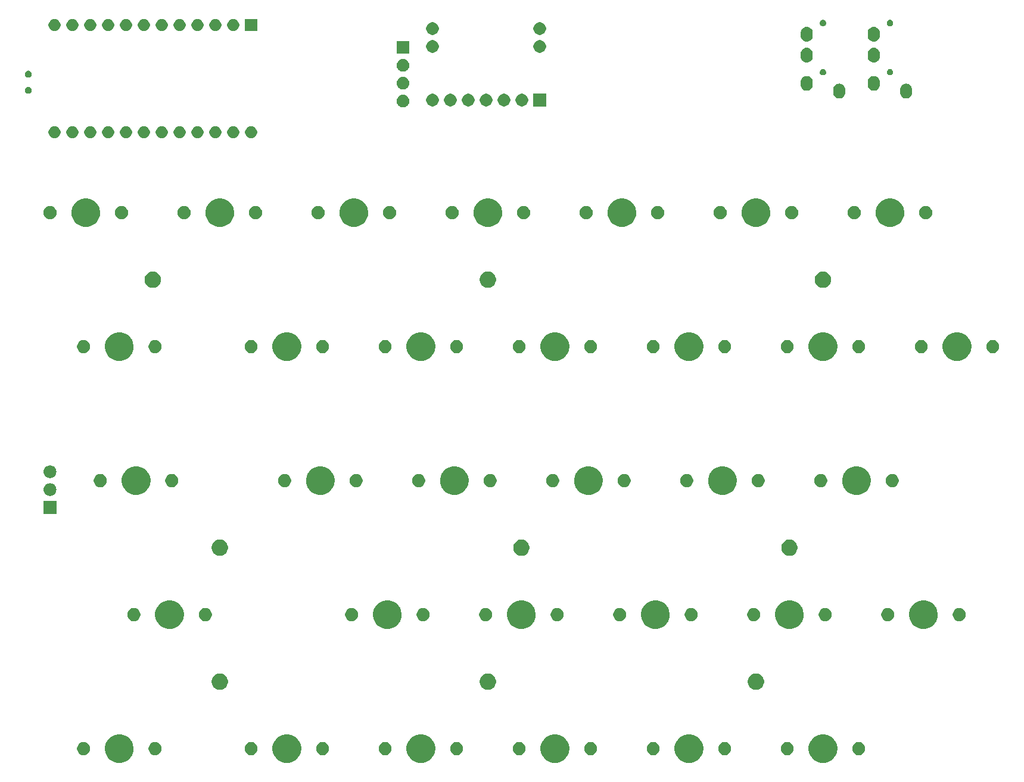
<source format=gbr>
G04 #@! TF.GenerationSoftware,KiCad,Pcbnew,(5.0.0)*
G04 #@! TF.CreationDate,2018-12-18T10:24:29+09:00*
G04 #@! TF.ProjectId,hecomi,6865636F6D692E6B696361645F706362,rev?*
G04 #@! TF.SameCoordinates,Original*
G04 #@! TF.FileFunction,Soldermask,Top*
G04 #@! TF.FilePolarity,Negative*
%FSLAX46Y46*%
G04 Gerber Fmt 4.6, Leading zero omitted, Abs format (unit mm)*
G04 Created by KiCad (PCBNEW (5.0.0)) date 12/18/18 10:24:29*
%MOMM*%
%LPD*%
G01*
G04 APERTURE LIST*
%ADD10C,0.100000*%
G04 APERTURE END LIST*
D10*
G36*
X143471472Y-93283684D02*
X143471474Y-93283685D01*
X143471475Y-93283685D01*
X143843623Y-93437833D01*
X144178548Y-93661623D01*
X144463377Y-93946452D01*
X144687167Y-94281377D01*
X144719562Y-94359586D01*
X144841316Y-94653528D01*
X144919900Y-95048594D01*
X144919900Y-95451406D01*
X144872714Y-95688626D01*
X144841315Y-95846475D01*
X144687167Y-96218623D01*
X144463377Y-96553548D01*
X144178548Y-96838377D01*
X143843623Y-97062167D01*
X143471475Y-97216315D01*
X143471474Y-97216315D01*
X143471472Y-97216316D01*
X143076406Y-97294900D01*
X142673594Y-97294900D01*
X142278528Y-97216316D01*
X142278526Y-97216315D01*
X142278525Y-97216315D01*
X141906377Y-97062167D01*
X141571452Y-96838377D01*
X141286623Y-96553548D01*
X141062833Y-96218623D01*
X140908685Y-95846475D01*
X140877287Y-95688626D01*
X140830100Y-95451406D01*
X140830100Y-95048594D01*
X140908684Y-94653528D01*
X141030438Y-94359586D01*
X141062833Y-94281377D01*
X141286623Y-93946452D01*
X141571452Y-93661623D01*
X141906377Y-93437833D01*
X142278525Y-93283685D01*
X142278526Y-93283685D01*
X142278528Y-93283684D01*
X142673594Y-93205100D01*
X143076406Y-93205100D01*
X143471472Y-93283684D01*
X143471472Y-93283684D01*
G37*
G36*
X43458972Y-93283684D02*
X43458974Y-93283685D01*
X43458975Y-93283685D01*
X43831123Y-93437833D01*
X44166048Y-93661623D01*
X44450877Y-93946452D01*
X44674667Y-94281377D01*
X44707062Y-94359586D01*
X44828816Y-94653528D01*
X44907400Y-95048594D01*
X44907400Y-95451406D01*
X44860214Y-95688626D01*
X44828815Y-95846475D01*
X44674667Y-96218623D01*
X44450877Y-96553548D01*
X44166048Y-96838377D01*
X43831123Y-97062167D01*
X43458975Y-97216315D01*
X43458974Y-97216315D01*
X43458972Y-97216316D01*
X43063906Y-97294900D01*
X42661094Y-97294900D01*
X42266028Y-97216316D01*
X42266026Y-97216315D01*
X42266025Y-97216315D01*
X41893877Y-97062167D01*
X41558952Y-96838377D01*
X41274123Y-96553548D01*
X41050333Y-96218623D01*
X40896185Y-95846475D01*
X40864787Y-95688626D01*
X40817600Y-95451406D01*
X40817600Y-95048594D01*
X40896184Y-94653528D01*
X41017938Y-94359586D01*
X41050333Y-94281377D01*
X41274123Y-93946452D01*
X41558952Y-93661623D01*
X41893877Y-93437833D01*
X42266025Y-93283685D01*
X42266026Y-93283685D01*
X42266028Y-93283684D01*
X42661094Y-93205100D01*
X43063906Y-93205100D01*
X43458972Y-93283684D01*
X43458972Y-93283684D01*
G37*
G36*
X67271472Y-93283684D02*
X67271474Y-93283685D01*
X67271475Y-93283685D01*
X67643623Y-93437833D01*
X67978548Y-93661623D01*
X68263377Y-93946452D01*
X68487167Y-94281377D01*
X68519562Y-94359586D01*
X68641316Y-94653528D01*
X68719900Y-95048594D01*
X68719900Y-95451406D01*
X68672714Y-95688626D01*
X68641315Y-95846475D01*
X68487167Y-96218623D01*
X68263377Y-96553548D01*
X67978548Y-96838377D01*
X67643623Y-97062167D01*
X67271475Y-97216315D01*
X67271474Y-97216315D01*
X67271472Y-97216316D01*
X66876406Y-97294900D01*
X66473594Y-97294900D01*
X66078528Y-97216316D01*
X66078526Y-97216315D01*
X66078525Y-97216315D01*
X65706377Y-97062167D01*
X65371452Y-96838377D01*
X65086623Y-96553548D01*
X64862833Y-96218623D01*
X64708685Y-95846475D01*
X64677287Y-95688626D01*
X64630100Y-95451406D01*
X64630100Y-95048594D01*
X64708684Y-94653528D01*
X64830438Y-94359586D01*
X64862833Y-94281377D01*
X65086623Y-93946452D01*
X65371452Y-93661623D01*
X65706377Y-93437833D01*
X66078525Y-93283685D01*
X66078526Y-93283685D01*
X66078528Y-93283684D01*
X66473594Y-93205100D01*
X66876406Y-93205100D01*
X67271472Y-93283684D01*
X67271472Y-93283684D01*
G37*
G36*
X105371472Y-93283684D02*
X105371474Y-93283685D01*
X105371475Y-93283685D01*
X105743623Y-93437833D01*
X106078548Y-93661623D01*
X106363377Y-93946452D01*
X106587167Y-94281377D01*
X106619562Y-94359586D01*
X106741316Y-94653528D01*
X106819900Y-95048594D01*
X106819900Y-95451406D01*
X106772714Y-95688626D01*
X106741315Y-95846475D01*
X106587167Y-96218623D01*
X106363377Y-96553548D01*
X106078548Y-96838377D01*
X105743623Y-97062167D01*
X105371475Y-97216315D01*
X105371474Y-97216315D01*
X105371472Y-97216316D01*
X104976406Y-97294900D01*
X104573594Y-97294900D01*
X104178528Y-97216316D01*
X104178526Y-97216315D01*
X104178525Y-97216315D01*
X103806377Y-97062167D01*
X103471452Y-96838377D01*
X103186623Y-96553548D01*
X102962833Y-96218623D01*
X102808685Y-95846475D01*
X102777287Y-95688626D01*
X102730100Y-95451406D01*
X102730100Y-95048594D01*
X102808684Y-94653528D01*
X102930438Y-94359586D01*
X102962833Y-94281377D01*
X103186623Y-93946452D01*
X103471452Y-93661623D01*
X103806377Y-93437833D01*
X104178525Y-93283685D01*
X104178526Y-93283685D01*
X104178528Y-93283684D01*
X104573594Y-93205100D01*
X104976406Y-93205100D01*
X105371472Y-93283684D01*
X105371472Y-93283684D01*
G37*
G36*
X86321472Y-93283684D02*
X86321474Y-93283685D01*
X86321475Y-93283685D01*
X86693623Y-93437833D01*
X87028548Y-93661623D01*
X87313377Y-93946452D01*
X87537167Y-94281377D01*
X87569562Y-94359586D01*
X87691316Y-94653528D01*
X87769900Y-95048594D01*
X87769900Y-95451406D01*
X87722714Y-95688626D01*
X87691315Y-95846475D01*
X87537167Y-96218623D01*
X87313377Y-96553548D01*
X87028548Y-96838377D01*
X86693623Y-97062167D01*
X86321475Y-97216315D01*
X86321474Y-97216315D01*
X86321472Y-97216316D01*
X85926406Y-97294900D01*
X85523594Y-97294900D01*
X85128528Y-97216316D01*
X85128526Y-97216315D01*
X85128525Y-97216315D01*
X84756377Y-97062167D01*
X84421452Y-96838377D01*
X84136623Y-96553548D01*
X83912833Y-96218623D01*
X83758685Y-95846475D01*
X83727287Y-95688626D01*
X83680100Y-95451406D01*
X83680100Y-95048594D01*
X83758684Y-94653528D01*
X83880438Y-94359586D01*
X83912833Y-94281377D01*
X84136623Y-93946452D01*
X84421452Y-93661623D01*
X84756377Y-93437833D01*
X85128525Y-93283685D01*
X85128526Y-93283685D01*
X85128528Y-93283684D01*
X85523594Y-93205100D01*
X85926406Y-93205100D01*
X86321472Y-93283684D01*
X86321472Y-93283684D01*
G37*
G36*
X124421472Y-93283684D02*
X124421474Y-93283685D01*
X124421475Y-93283685D01*
X124793623Y-93437833D01*
X125128548Y-93661623D01*
X125413377Y-93946452D01*
X125637167Y-94281377D01*
X125669562Y-94359586D01*
X125791316Y-94653528D01*
X125869900Y-95048594D01*
X125869900Y-95451406D01*
X125822714Y-95688626D01*
X125791315Y-95846475D01*
X125637167Y-96218623D01*
X125413377Y-96553548D01*
X125128548Y-96838377D01*
X124793623Y-97062167D01*
X124421475Y-97216315D01*
X124421474Y-97216315D01*
X124421472Y-97216316D01*
X124026406Y-97294900D01*
X123623594Y-97294900D01*
X123228528Y-97216316D01*
X123228526Y-97216315D01*
X123228525Y-97216315D01*
X122856377Y-97062167D01*
X122521452Y-96838377D01*
X122236623Y-96553548D01*
X122012833Y-96218623D01*
X121858685Y-95846475D01*
X121827287Y-95688626D01*
X121780100Y-95451406D01*
X121780100Y-95048594D01*
X121858684Y-94653528D01*
X121980438Y-94359586D01*
X122012833Y-94281377D01*
X122236623Y-93946452D01*
X122521452Y-93661623D01*
X122856377Y-93437833D01*
X123228525Y-93283685D01*
X123228526Y-93283685D01*
X123228528Y-93283684D01*
X123623594Y-93205100D01*
X124026406Y-93205100D01*
X124421472Y-93283684D01*
X124421472Y-93283684D01*
G37*
G36*
X91075104Y-94359585D02*
X91243626Y-94429389D01*
X91395291Y-94530728D01*
X91524272Y-94659709D01*
X91625611Y-94811374D01*
X91695415Y-94979896D01*
X91731000Y-95158797D01*
X91731000Y-95341203D01*
X91695415Y-95520104D01*
X91625611Y-95688626D01*
X91524272Y-95840291D01*
X91395291Y-95969272D01*
X91243626Y-96070611D01*
X91075104Y-96140415D01*
X90896203Y-96176000D01*
X90713797Y-96176000D01*
X90534896Y-96140415D01*
X90366374Y-96070611D01*
X90214709Y-95969272D01*
X90085728Y-95840291D01*
X89984389Y-95688626D01*
X89914585Y-95520104D01*
X89879000Y-95341203D01*
X89879000Y-95158797D01*
X89914585Y-94979896D01*
X89984389Y-94811374D01*
X90085728Y-94659709D01*
X90214709Y-94530728D01*
X90366374Y-94429389D01*
X90534896Y-94359585D01*
X90713797Y-94324000D01*
X90896203Y-94324000D01*
X91075104Y-94359585D01*
X91075104Y-94359585D01*
G37*
G36*
X80915104Y-94359585D02*
X81083626Y-94429389D01*
X81235291Y-94530728D01*
X81364272Y-94659709D01*
X81465611Y-94811374D01*
X81535415Y-94979896D01*
X81571000Y-95158797D01*
X81571000Y-95341203D01*
X81535415Y-95520104D01*
X81465611Y-95688626D01*
X81364272Y-95840291D01*
X81235291Y-95969272D01*
X81083626Y-96070611D01*
X80915104Y-96140415D01*
X80736203Y-96176000D01*
X80553797Y-96176000D01*
X80374896Y-96140415D01*
X80206374Y-96070611D01*
X80054709Y-95969272D01*
X79925728Y-95840291D01*
X79824389Y-95688626D01*
X79754585Y-95520104D01*
X79719000Y-95341203D01*
X79719000Y-95158797D01*
X79754585Y-94979896D01*
X79824389Y-94811374D01*
X79925728Y-94659709D01*
X80054709Y-94530728D01*
X80206374Y-94429389D01*
X80374896Y-94359585D01*
X80553797Y-94324000D01*
X80736203Y-94324000D01*
X80915104Y-94359585D01*
X80915104Y-94359585D01*
G37*
G36*
X38052604Y-94359585D02*
X38221126Y-94429389D01*
X38372791Y-94530728D01*
X38501772Y-94659709D01*
X38603111Y-94811374D01*
X38672915Y-94979896D01*
X38708500Y-95158797D01*
X38708500Y-95341203D01*
X38672915Y-95520104D01*
X38603111Y-95688626D01*
X38501772Y-95840291D01*
X38372791Y-95969272D01*
X38221126Y-96070611D01*
X38052604Y-96140415D01*
X37873703Y-96176000D01*
X37691297Y-96176000D01*
X37512396Y-96140415D01*
X37343874Y-96070611D01*
X37192209Y-95969272D01*
X37063228Y-95840291D01*
X36961889Y-95688626D01*
X36892085Y-95520104D01*
X36856500Y-95341203D01*
X36856500Y-95158797D01*
X36892085Y-94979896D01*
X36961889Y-94811374D01*
X37063228Y-94659709D01*
X37192209Y-94530728D01*
X37343874Y-94429389D01*
X37512396Y-94359585D01*
X37691297Y-94324000D01*
X37873703Y-94324000D01*
X38052604Y-94359585D01*
X38052604Y-94359585D01*
G37*
G36*
X48212604Y-94359585D02*
X48381126Y-94429389D01*
X48532791Y-94530728D01*
X48661772Y-94659709D01*
X48763111Y-94811374D01*
X48832915Y-94979896D01*
X48868500Y-95158797D01*
X48868500Y-95341203D01*
X48832915Y-95520104D01*
X48763111Y-95688626D01*
X48661772Y-95840291D01*
X48532791Y-95969272D01*
X48381126Y-96070611D01*
X48212604Y-96140415D01*
X48033703Y-96176000D01*
X47851297Y-96176000D01*
X47672396Y-96140415D01*
X47503874Y-96070611D01*
X47352209Y-95969272D01*
X47223228Y-95840291D01*
X47121889Y-95688626D01*
X47052085Y-95520104D01*
X47016500Y-95341203D01*
X47016500Y-95158797D01*
X47052085Y-94979896D01*
X47121889Y-94811374D01*
X47223228Y-94659709D01*
X47352209Y-94530728D01*
X47503874Y-94429389D01*
X47672396Y-94359585D01*
X47851297Y-94324000D01*
X48033703Y-94324000D01*
X48212604Y-94359585D01*
X48212604Y-94359585D01*
G37*
G36*
X61865104Y-94359585D02*
X62033626Y-94429389D01*
X62185291Y-94530728D01*
X62314272Y-94659709D01*
X62415611Y-94811374D01*
X62485415Y-94979896D01*
X62521000Y-95158797D01*
X62521000Y-95341203D01*
X62485415Y-95520104D01*
X62415611Y-95688626D01*
X62314272Y-95840291D01*
X62185291Y-95969272D01*
X62033626Y-96070611D01*
X61865104Y-96140415D01*
X61686203Y-96176000D01*
X61503797Y-96176000D01*
X61324896Y-96140415D01*
X61156374Y-96070611D01*
X61004709Y-95969272D01*
X60875728Y-95840291D01*
X60774389Y-95688626D01*
X60704585Y-95520104D01*
X60669000Y-95341203D01*
X60669000Y-95158797D01*
X60704585Y-94979896D01*
X60774389Y-94811374D01*
X60875728Y-94659709D01*
X61004709Y-94530728D01*
X61156374Y-94429389D01*
X61324896Y-94359585D01*
X61503797Y-94324000D01*
X61686203Y-94324000D01*
X61865104Y-94359585D01*
X61865104Y-94359585D01*
G37*
G36*
X72025104Y-94359585D02*
X72193626Y-94429389D01*
X72345291Y-94530728D01*
X72474272Y-94659709D01*
X72575611Y-94811374D01*
X72645415Y-94979896D01*
X72681000Y-95158797D01*
X72681000Y-95341203D01*
X72645415Y-95520104D01*
X72575611Y-95688626D01*
X72474272Y-95840291D01*
X72345291Y-95969272D01*
X72193626Y-96070611D01*
X72025104Y-96140415D01*
X71846203Y-96176000D01*
X71663797Y-96176000D01*
X71484896Y-96140415D01*
X71316374Y-96070611D01*
X71164709Y-95969272D01*
X71035728Y-95840291D01*
X70934389Y-95688626D01*
X70864585Y-95520104D01*
X70829000Y-95341203D01*
X70829000Y-95158797D01*
X70864585Y-94979896D01*
X70934389Y-94811374D01*
X71035728Y-94659709D01*
X71164709Y-94530728D01*
X71316374Y-94429389D01*
X71484896Y-94359585D01*
X71663797Y-94324000D01*
X71846203Y-94324000D01*
X72025104Y-94359585D01*
X72025104Y-94359585D01*
G37*
G36*
X110125104Y-94359585D02*
X110293626Y-94429389D01*
X110445291Y-94530728D01*
X110574272Y-94659709D01*
X110675611Y-94811374D01*
X110745415Y-94979896D01*
X110781000Y-95158797D01*
X110781000Y-95341203D01*
X110745415Y-95520104D01*
X110675611Y-95688626D01*
X110574272Y-95840291D01*
X110445291Y-95969272D01*
X110293626Y-96070611D01*
X110125104Y-96140415D01*
X109946203Y-96176000D01*
X109763797Y-96176000D01*
X109584896Y-96140415D01*
X109416374Y-96070611D01*
X109264709Y-95969272D01*
X109135728Y-95840291D01*
X109034389Y-95688626D01*
X108964585Y-95520104D01*
X108929000Y-95341203D01*
X108929000Y-95158797D01*
X108964585Y-94979896D01*
X109034389Y-94811374D01*
X109135728Y-94659709D01*
X109264709Y-94530728D01*
X109416374Y-94429389D01*
X109584896Y-94359585D01*
X109763797Y-94324000D01*
X109946203Y-94324000D01*
X110125104Y-94359585D01*
X110125104Y-94359585D01*
G37*
G36*
X129175104Y-94359585D02*
X129343626Y-94429389D01*
X129495291Y-94530728D01*
X129624272Y-94659709D01*
X129725611Y-94811374D01*
X129795415Y-94979896D01*
X129831000Y-95158797D01*
X129831000Y-95341203D01*
X129795415Y-95520104D01*
X129725611Y-95688626D01*
X129624272Y-95840291D01*
X129495291Y-95969272D01*
X129343626Y-96070611D01*
X129175104Y-96140415D01*
X128996203Y-96176000D01*
X128813797Y-96176000D01*
X128634896Y-96140415D01*
X128466374Y-96070611D01*
X128314709Y-95969272D01*
X128185728Y-95840291D01*
X128084389Y-95688626D01*
X128014585Y-95520104D01*
X127979000Y-95341203D01*
X127979000Y-95158797D01*
X128014585Y-94979896D01*
X128084389Y-94811374D01*
X128185728Y-94659709D01*
X128314709Y-94530728D01*
X128466374Y-94429389D01*
X128634896Y-94359585D01*
X128813797Y-94324000D01*
X128996203Y-94324000D01*
X129175104Y-94359585D01*
X129175104Y-94359585D01*
G37*
G36*
X148225104Y-94359585D02*
X148393626Y-94429389D01*
X148545291Y-94530728D01*
X148674272Y-94659709D01*
X148775611Y-94811374D01*
X148845415Y-94979896D01*
X148881000Y-95158797D01*
X148881000Y-95341203D01*
X148845415Y-95520104D01*
X148775611Y-95688626D01*
X148674272Y-95840291D01*
X148545291Y-95969272D01*
X148393626Y-96070611D01*
X148225104Y-96140415D01*
X148046203Y-96176000D01*
X147863797Y-96176000D01*
X147684896Y-96140415D01*
X147516374Y-96070611D01*
X147364709Y-95969272D01*
X147235728Y-95840291D01*
X147134389Y-95688626D01*
X147064585Y-95520104D01*
X147029000Y-95341203D01*
X147029000Y-95158797D01*
X147064585Y-94979896D01*
X147134389Y-94811374D01*
X147235728Y-94659709D01*
X147364709Y-94530728D01*
X147516374Y-94429389D01*
X147684896Y-94359585D01*
X147863797Y-94324000D01*
X148046203Y-94324000D01*
X148225104Y-94359585D01*
X148225104Y-94359585D01*
G37*
G36*
X138065104Y-94359585D02*
X138233626Y-94429389D01*
X138385291Y-94530728D01*
X138514272Y-94659709D01*
X138615611Y-94811374D01*
X138685415Y-94979896D01*
X138721000Y-95158797D01*
X138721000Y-95341203D01*
X138685415Y-95520104D01*
X138615611Y-95688626D01*
X138514272Y-95840291D01*
X138385291Y-95969272D01*
X138233626Y-96070611D01*
X138065104Y-96140415D01*
X137886203Y-96176000D01*
X137703797Y-96176000D01*
X137524896Y-96140415D01*
X137356374Y-96070611D01*
X137204709Y-95969272D01*
X137075728Y-95840291D01*
X136974389Y-95688626D01*
X136904585Y-95520104D01*
X136869000Y-95341203D01*
X136869000Y-95158797D01*
X136904585Y-94979896D01*
X136974389Y-94811374D01*
X137075728Y-94659709D01*
X137204709Y-94530728D01*
X137356374Y-94429389D01*
X137524896Y-94359585D01*
X137703797Y-94324000D01*
X137886203Y-94324000D01*
X138065104Y-94359585D01*
X138065104Y-94359585D01*
G37*
G36*
X119015104Y-94359585D02*
X119183626Y-94429389D01*
X119335291Y-94530728D01*
X119464272Y-94659709D01*
X119565611Y-94811374D01*
X119635415Y-94979896D01*
X119671000Y-95158797D01*
X119671000Y-95341203D01*
X119635415Y-95520104D01*
X119565611Y-95688626D01*
X119464272Y-95840291D01*
X119335291Y-95969272D01*
X119183626Y-96070611D01*
X119015104Y-96140415D01*
X118836203Y-96176000D01*
X118653797Y-96176000D01*
X118474896Y-96140415D01*
X118306374Y-96070611D01*
X118154709Y-95969272D01*
X118025728Y-95840291D01*
X117924389Y-95688626D01*
X117854585Y-95520104D01*
X117819000Y-95341203D01*
X117819000Y-95158797D01*
X117854585Y-94979896D01*
X117924389Y-94811374D01*
X118025728Y-94659709D01*
X118154709Y-94530728D01*
X118306374Y-94429389D01*
X118474896Y-94359585D01*
X118653797Y-94324000D01*
X118836203Y-94324000D01*
X119015104Y-94359585D01*
X119015104Y-94359585D01*
G37*
G36*
X99965104Y-94359585D02*
X100133626Y-94429389D01*
X100285291Y-94530728D01*
X100414272Y-94659709D01*
X100515611Y-94811374D01*
X100585415Y-94979896D01*
X100621000Y-95158797D01*
X100621000Y-95341203D01*
X100585415Y-95520104D01*
X100515611Y-95688626D01*
X100414272Y-95840291D01*
X100285291Y-95969272D01*
X100133626Y-96070611D01*
X99965104Y-96140415D01*
X99786203Y-96176000D01*
X99603797Y-96176000D01*
X99424896Y-96140415D01*
X99256374Y-96070611D01*
X99104709Y-95969272D01*
X98975728Y-95840291D01*
X98874389Y-95688626D01*
X98804585Y-95520104D01*
X98769000Y-95341203D01*
X98769000Y-95158797D01*
X98804585Y-94979896D01*
X98874389Y-94811374D01*
X98975728Y-94659709D01*
X99104709Y-94530728D01*
X99256374Y-94429389D01*
X99424896Y-94359585D01*
X99603797Y-94324000D01*
X99786203Y-94324000D01*
X99965104Y-94359585D01*
X99965104Y-94359585D01*
G37*
G36*
X133685734Y-84618232D02*
X133895202Y-84704996D01*
X134083723Y-84830962D01*
X134244038Y-84991277D01*
X134370004Y-85179798D01*
X134456768Y-85389266D01*
X134501000Y-85611635D01*
X134501000Y-85838365D01*
X134456768Y-86060734D01*
X134370004Y-86270202D01*
X134244038Y-86458723D01*
X134083723Y-86619038D01*
X133895202Y-86745004D01*
X133685734Y-86831768D01*
X133463365Y-86876000D01*
X133236635Y-86876000D01*
X133014266Y-86831768D01*
X132804798Y-86745004D01*
X132616277Y-86619038D01*
X132455962Y-86458723D01*
X132329996Y-86270202D01*
X132243232Y-86060734D01*
X132199000Y-85838365D01*
X132199000Y-85611635D01*
X132243232Y-85389266D01*
X132329996Y-85179798D01*
X132455962Y-84991277D01*
X132616277Y-84830962D01*
X132804798Y-84704996D01*
X133014266Y-84618232D01*
X133236635Y-84574000D01*
X133463365Y-84574000D01*
X133685734Y-84618232D01*
X133685734Y-84618232D01*
G37*
G36*
X95585734Y-84618232D02*
X95795202Y-84704996D01*
X95983723Y-84830962D01*
X96144038Y-84991277D01*
X96270004Y-85179798D01*
X96356768Y-85389266D01*
X96401000Y-85611635D01*
X96401000Y-85838365D01*
X96356768Y-86060734D01*
X96270004Y-86270202D01*
X96144038Y-86458723D01*
X95983723Y-86619038D01*
X95795202Y-86745004D01*
X95585734Y-86831768D01*
X95363365Y-86876000D01*
X95136635Y-86876000D01*
X94914266Y-86831768D01*
X94704798Y-86745004D01*
X94516277Y-86619038D01*
X94355962Y-86458723D01*
X94229996Y-86270202D01*
X94143232Y-86060734D01*
X94099000Y-85838365D01*
X94099000Y-85611635D01*
X94143232Y-85389266D01*
X94229996Y-85179798D01*
X94355962Y-84991277D01*
X94516277Y-84830962D01*
X94704798Y-84704996D01*
X94914266Y-84618232D01*
X95136635Y-84574000D01*
X95363365Y-84574000D01*
X95585734Y-84618232D01*
X95585734Y-84618232D01*
G37*
G36*
X57485734Y-84618232D02*
X57695202Y-84704996D01*
X57883723Y-84830962D01*
X58044038Y-84991277D01*
X58170004Y-85179798D01*
X58256768Y-85389266D01*
X58301000Y-85611635D01*
X58301000Y-85838365D01*
X58256768Y-86060734D01*
X58170004Y-86270202D01*
X58044038Y-86458723D01*
X57883723Y-86619038D01*
X57695202Y-86745004D01*
X57485734Y-86831768D01*
X57263365Y-86876000D01*
X57036635Y-86876000D01*
X56814266Y-86831768D01*
X56604798Y-86745004D01*
X56416277Y-86619038D01*
X56255962Y-86458723D01*
X56129996Y-86270202D01*
X56043232Y-86060734D01*
X55999000Y-85838365D01*
X55999000Y-85611635D01*
X56043232Y-85389266D01*
X56129996Y-85179798D01*
X56255962Y-84991277D01*
X56416277Y-84830962D01*
X56604798Y-84704996D01*
X56814266Y-84618232D01*
X57036635Y-84574000D01*
X57263365Y-84574000D01*
X57485734Y-84618232D01*
X57485734Y-84618232D01*
G37*
G36*
X157758472Y-74233684D02*
X157758474Y-74233685D01*
X157758475Y-74233685D01*
X158130623Y-74387833D01*
X158465548Y-74611623D01*
X158750377Y-74896452D01*
X158974167Y-75231377D01*
X159006562Y-75309586D01*
X159128316Y-75603528D01*
X159206900Y-75998594D01*
X159206900Y-76401406D01*
X159159714Y-76638626D01*
X159128315Y-76796475D01*
X158974167Y-77168623D01*
X158750377Y-77503548D01*
X158465548Y-77788377D01*
X158130623Y-78012167D01*
X157758475Y-78166315D01*
X157758474Y-78166315D01*
X157758472Y-78166316D01*
X157363406Y-78244900D01*
X156960594Y-78244900D01*
X156565528Y-78166316D01*
X156565526Y-78166315D01*
X156565525Y-78166315D01*
X156193377Y-78012167D01*
X155858452Y-77788377D01*
X155573623Y-77503548D01*
X155349833Y-77168623D01*
X155195685Y-76796475D01*
X155164287Y-76638626D01*
X155117100Y-76401406D01*
X155117100Y-75998594D01*
X155195684Y-75603528D01*
X155317438Y-75309586D01*
X155349833Y-75231377D01*
X155573623Y-74896452D01*
X155858452Y-74611623D01*
X156193377Y-74387833D01*
X156565525Y-74233685D01*
X156565526Y-74233685D01*
X156565528Y-74233684D01*
X156960594Y-74155100D01*
X157363406Y-74155100D01*
X157758472Y-74233684D01*
X157758472Y-74233684D01*
G37*
G36*
X50602672Y-74233684D02*
X50602674Y-74233685D01*
X50602675Y-74233685D01*
X50974823Y-74387833D01*
X51309748Y-74611623D01*
X51594577Y-74896452D01*
X51818367Y-75231377D01*
X51850762Y-75309586D01*
X51972516Y-75603528D01*
X52051100Y-75998594D01*
X52051100Y-76401406D01*
X52003914Y-76638626D01*
X51972515Y-76796475D01*
X51818367Y-77168623D01*
X51594577Y-77503548D01*
X51309748Y-77788377D01*
X50974823Y-78012167D01*
X50602675Y-78166315D01*
X50602674Y-78166315D01*
X50602672Y-78166316D01*
X50207606Y-78244900D01*
X49804794Y-78244900D01*
X49409728Y-78166316D01*
X49409726Y-78166315D01*
X49409725Y-78166315D01*
X49037577Y-78012167D01*
X48702652Y-77788377D01*
X48417823Y-77503548D01*
X48194033Y-77168623D01*
X48039885Y-76796475D01*
X48008487Y-76638626D01*
X47961300Y-76401406D01*
X47961300Y-75998594D01*
X48039884Y-75603528D01*
X48161638Y-75309586D01*
X48194033Y-75231377D01*
X48417823Y-74896452D01*
X48702652Y-74611623D01*
X49037577Y-74387833D01*
X49409725Y-74233685D01*
X49409726Y-74233685D01*
X49409728Y-74233684D01*
X49804794Y-74155100D01*
X50207606Y-74155100D01*
X50602672Y-74233684D01*
X50602672Y-74233684D01*
G37*
G36*
X81558972Y-74233684D02*
X81558974Y-74233685D01*
X81558975Y-74233685D01*
X81931123Y-74387833D01*
X82266048Y-74611623D01*
X82550877Y-74896452D01*
X82774667Y-75231377D01*
X82807062Y-75309586D01*
X82928816Y-75603528D01*
X83007400Y-75998594D01*
X83007400Y-76401406D01*
X82960214Y-76638626D01*
X82928815Y-76796475D01*
X82774667Y-77168623D01*
X82550877Y-77503548D01*
X82266048Y-77788377D01*
X81931123Y-78012167D01*
X81558975Y-78166315D01*
X81558974Y-78166315D01*
X81558972Y-78166316D01*
X81163906Y-78244900D01*
X80761094Y-78244900D01*
X80366028Y-78166316D01*
X80366026Y-78166315D01*
X80366025Y-78166315D01*
X79993877Y-78012167D01*
X79658952Y-77788377D01*
X79374123Y-77503548D01*
X79150333Y-77168623D01*
X78996185Y-76796475D01*
X78964787Y-76638626D01*
X78917600Y-76401406D01*
X78917600Y-75998594D01*
X78996184Y-75603528D01*
X79117938Y-75309586D01*
X79150333Y-75231377D01*
X79374123Y-74896452D01*
X79658952Y-74611623D01*
X79993877Y-74387833D01*
X80366025Y-74233685D01*
X80366026Y-74233685D01*
X80366028Y-74233684D01*
X80761094Y-74155100D01*
X81163906Y-74155100D01*
X81558972Y-74233684D01*
X81558972Y-74233684D01*
G37*
G36*
X119658472Y-74233684D02*
X119658474Y-74233685D01*
X119658475Y-74233685D01*
X120030623Y-74387833D01*
X120365548Y-74611623D01*
X120650377Y-74896452D01*
X120874167Y-75231377D01*
X120906562Y-75309586D01*
X121028316Y-75603528D01*
X121106900Y-75998594D01*
X121106900Y-76401406D01*
X121059714Y-76638626D01*
X121028315Y-76796475D01*
X120874167Y-77168623D01*
X120650377Y-77503548D01*
X120365548Y-77788377D01*
X120030623Y-78012167D01*
X119658475Y-78166315D01*
X119658474Y-78166315D01*
X119658472Y-78166316D01*
X119263406Y-78244900D01*
X118860594Y-78244900D01*
X118465528Y-78166316D01*
X118465526Y-78166315D01*
X118465525Y-78166315D01*
X118093377Y-78012167D01*
X117758452Y-77788377D01*
X117473623Y-77503548D01*
X117249833Y-77168623D01*
X117095685Y-76796475D01*
X117064287Y-76638626D01*
X117017100Y-76401406D01*
X117017100Y-75998594D01*
X117095684Y-75603528D01*
X117217438Y-75309586D01*
X117249833Y-75231377D01*
X117473623Y-74896452D01*
X117758452Y-74611623D01*
X118093377Y-74387833D01*
X118465525Y-74233685D01*
X118465526Y-74233685D01*
X118465528Y-74233684D01*
X118860594Y-74155100D01*
X119263406Y-74155100D01*
X119658472Y-74233684D01*
X119658472Y-74233684D01*
G37*
G36*
X138708472Y-74233684D02*
X138708474Y-74233685D01*
X138708475Y-74233685D01*
X139080623Y-74387833D01*
X139415548Y-74611623D01*
X139700377Y-74896452D01*
X139924167Y-75231377D01*
X139956562Y-75309586D01*
X140078316Y-75603528D01*
X140156900Y-75998594D01*
X140156900Y-76401406D01*
X140109714Y-76638626D01*
X140078315Y-76796475D01*
X139924167Y-77168623D01*
X139700377Y-77503548D01*
X139415548Y-77788377D01*
X139080623Y-78012167D01*
X138708475Y-78166315D01*
X138708474Y-78166315D01*
X138708472Y-78166316D01*
X138313406Y-78244900D01*
X137910594Y-78244900D01*
X137515528Y-78166316D01*
X137515526Y-78166315D01*
X137515525Y-78166315D01*
X137143377Y-78012167D01*
X136808452Y-77788377D01*
X136523623Y-77503548D01*
X136299833Y-77168623D01*
X136145685Y-76796475D01*
X136114287Y-76638626D01*
X136067100Y-76401406D01*
X136067100Y-75998594D01*
X136145684Y-75603528D01*
X136267438Y-75309586D01*
X136299833Y-75231377D01*
X136523623Y-74896452D01*
X136808452Y-74611623D01*
X137143377Y-74387833D01*
X137515525Y-74233685D01*
X137515526Y-74233685D01*
X137515528Y-74233684D01*
X137910594Y-74155100D01*
X138313406Y-74155100D01*
X138708472Y-74233684D01*
X138708472Y-74233684D01*
G37*
G36*
X100608472Y-74233684D02*
X100608474Y-74233685D01*
X100608475Y-74233685D01*
X100980623Y-74387833D01*
X101315548Y-74611623D01*
X101600377Y-74896452D01*
X101824167Y-75231377D01*
X101856562Y-75309586D01*
X101978316Y-75603528D01*
X102056900Y-75998594D01*
X102056900Y-76401406D01*
X102009714Y-76638626D01*
X101978315Y-76796475D01*
X101824167Y-77168623D01*
X101600377Y-77503548D01*
X101315548Y-77788377D01*
X100980623Y-78012167D01*
X100608475Y-78166315D01*
X100608474Y-78166315D01*
X100608472Y-78166316D01*
X100213406Y-78244900D01*
X99810594Y-78244900D01*
X99415528Y-78166316D01*
X99415526Y-78166315D01*
X99415525Y-78166315D01*
X99043377Y-78012167D01*
X98708452Y-77788377D01*
X98423623Y-77503548D01*
X98199833Y-77168623D01*
X98045685Y-76796475D01*
X98014287Y-76638626D01*
X97967100Y-76401406D01*
X97967100Y-75998594D01*
X98045684Y-75603528D01*
X98167438Y-75309586D01*
X98199833Y-75231377D01*
X98423623Y-74896452D01*
X98708452Y-74611623D01*
X99043377Y-74387833D01*
X99415525Y-74233685D01*
X99415526Y-74233685D01*
X99415528Y-74233684D01*
X99810594Y-74155100D01*
X100213406Y-74155100D01*
X100608472Y-74233684D01*
X100608472Y-74233684D01*
G37*
G36*
X133302104Y-75309585D02*
X133470626Y-75379389D01*
X133622291Y-75480728D01*
X133751272Y-75609709D01*
X133852611Y-75761374D01*
X133922415Y-75929896D01*
X133958000Y-76108797D01*
X133958000Y-76291203D01*
X133922415Y-76470104D01*
X133852611Y-76638626D01*
X133751272Y-76790291D01*
X133622291Y-76919272D01*
X133470626Y-77020611D01*
X133302104Y-77090415D01*
X133123203Y-77126000D01*
X132940797Y-77126000D01*
X132761896Y-77090415D01*
X132593374Y-77020611D01*
X132441709Y-76919272D01*
X132312728Y-76790291D01*
X132211389Y-76638626D01*
X132141585Y-76470104D01*
X132106000Y-76291203D01*
X132106000Y-76108797D01*
X132141585Y-75929896D01*
X132211389Y-75761374D01*
X132312728Y-75609709D01*
X132441709Y-75480728D01*
X132593374Y-75379389D01*
X132761896Y-75309585D01*
X132940797Y-75274000D01*
X133123203Y-75274000D01*
X133302104Y-75309585D01*
X133302104Y-75309585D01*
G37*
G36*
X143462104Y-75309585D02*
X143630626Y-75379389D01*
X143782291Y-75480728D01*
X143911272Y-75609709D01*
X144012611Y-75761374D01*
X144082415Y-75929896D01*
X144118000Y-76108797D01*
X144118000Y-76291203D01*
X144082415Y-76470104D01*
X144012611Y-76638626D01*
X143911272Y-76790291D01*
X143782291Y-76919272D01*
X143630626Y-77020611D01*
X143462104Y-77090415D01*
X143283203Y-77126000D01*
X143100797Y-77126000D01*
X142921896Y-77090415D01*
X142753374Y-77020611D01*
X142601709Y-76919272D01*
X142472728Y-76790291D01*
X142371389Y-76638626D01*
X142301585Y-76470104D01*
X142266000Y-76291203D01*
X142266000Y-76108797D01*
X142301585Y-75929896D01*
X142371389Y-75761374D01*
X142472728Y-75609709D01*
X142601709Y-75480728D01*
X142753374Y-75379389D01*
X142921896Y-75309585D01*
X143100797Y-75274000D01*
X143283203Y-75274000D01*
X143462104Y-75309585D01*
X143462104Y-75309585D01*
G37*
G36*
X152352104Y-75309585D02*
X152520626Y-75379389D01*
X152672291Y-75480728D01*
X152801272Y-75609709D01*
X152902611Y-75761374D01*
X152972415Y-75929896D01*
X153008000Y-76108797D01*
X153008000Y-76291203D01*
X152972415Y-76470104D01*
X152902611Y-76638626D01*
X152801272Y-76790291D01*
X152672291Y-76919272D01*
X152520626Y-77020611D01*
X152352104Y-77090415D01*
X152173203Y-77126000D01*
X151990797Y-77126000D01*
X151811896Y-77090415D01*
X151643374Y-77020611D01*
X151491709Y-76919272D01*
X151362728Y-76790291D01*
X151261389Y-76638626D01*
X151191585Y-76470104D01*
X151156000Y-76291203D01*
X151156000Y-76108797D01*
X151191585Y-75929896D01*
X151261389Y-75761374D01*
X151362728Y-75609709D01*
X151491709Y-75480728D01*
X151643374Y-75379389D01*
X151811896Y-75309585D01*
X151990797Y-75274000D01*
X152173203Y-75274000D01*
X152352104Y-75309585D01*
X152352104Y-75309585D01*
G37*
G36*
X162512104Y-75309585D02*
X162680626Y-75379389D01*
X162832291Y-75480728D01*
X162961272Y-75609709D01*
X163062611Y-75761374D01*
X163132415Y-75929896D01*
X163168000Y-76108797D01*
X163168000Y-76291203D01*
X163132415Y-76470104D01*
X163062611Y-76638626D01*
X162961272Y-76790291D01*
X162832291Y-76919272D01*
X162680626Y-77020611D01*
X162512104Y-77090415D01*
X162333203Y-77126000D01*
X162150797Y-77126000D01*
X161971896Y-77090415D01*
X161803374Y-77020611D01*
X161651709Y-76919272D01*
X161522728Y-76790291D01*
X161421389Y-76638626D01*
X161351585Y-76470104D01*
X161316000Y-76291203D01*
X161316000Y-76108797D01*
X161351585Y-75929896D01*
X161421389Y-75761374D01*
X161522728Y-75609709D01*
X161651709Y-75480728D01*
X161803374Y-75379389D01*
X161971896Y-75309585D01*
X162150797Y-75274000D01*
X162333203Y-75274000D01*
X162512104Y-75309585D01*
X162512104Y-75309585D01*
G37*
G36*
X45196304Y-75309585D02*
X45364826Y-75379389D01*
X45516491Y-75480728D01*
X45645472Y-75609709D01*
X45746811Y-75761374D01*
X45816615Y-75929896D01*
X45852200Y-76108797D01*
X45852200Y-76291203D01*
X45816615Y-76470104D01*
X45746811Y-76638626D01*
X45645472Y-76790291D01*
X45516491Y-76919272D01*
X45364826Y-77020611D01*
X45196304Y-77090415D01*
X45017403Y-77126000D01*
X44834997Y-77126000D01*
X44656096Y-77090415D01*
X44487574Y-77020611D01*
X44335909Y-76919272D01*
X44206928Y-76790291D01*
X44105589Y-76638626D01*
X44035785Y-76470104D01*
X44000200Y-76291203D01*
X44000200Y-76108797D01*
X44035785Y-75929896D01*
X44105589Y-75761374D01*
X44206928Y-75609709D01*
X44335909Y-75480728D01*
X44487574Y-75379389D01*
X44656096Y-75309585D01*
X44834997Y-75274000D01*
X45017403Y-75274000D01*
X45196304Y-75309585D01*
X45196304Y-75309585D01*
G37*
G36*
X55356304Y-75309585D02*
X55524826Y-75379389D01*
X55676491Y-75480728D01*
X55805472Y-75609709D01*
X55906811Y-75761374D01*
X55976615Y-75929896D01*
X56012200Y-76108797D01*
X56012200Y-76291203D01*
X55976615Y-76470104D01*
X55906811Y-76638626D01*
X55805472Y-76790291D01*
X55676491Y-76919272D01*
X55524826Y-77020611D01*
X55356304Y-77090415D01*
X55177403Y-77126000D01*
X54994997Y-77126000D01*
X54816096Y-77090415D01*
X54647574Y-77020611D01*
X54495909Y-76919272D01*
X54366928Y-76790291D01*
X54265589Y-76638626D01*
X54195785Y-76470104D01*
X54160200Y-76291203D01*
X54160200Y-76108797D01*
X54195785Y-75929896D01*
X54265589Y-75761374D01*
X54366928Y-75609709D01*
X54495909Y-75480728D01*
X54647574Y-75379389D01*
X54816096Y-75309585D01*
X54994997Y-75274000D01*
X55177403Y-75274000D01*
X55356304Y-75309585D01*
X55356304Y-75309585D01*
G37*
G36*
X86312604Y-75309585D02*
X86481126Y-75379389D01*
X86632791Y-75480728D01*
X86761772Y-75609709D01*
X86863111Y-75761374D01*
X86932915Y-75929896D01*
X86968500Y-76108797D01*
X86968500Y-76291203D01*
X86932915Y-76470104D01*
X86863111Y-76638626D01*
X86761772Y-76790291D01*
X86632791Y-76919272D01*
X86481126Y-77020611D01*
X86312604Y-77090415D01*
X86133703Y-77126000D01*
X85951297Y-77126000D01*
X85772396Y-77090415D01*
X85603874Y-77020611D01*
X85452209Y-76919272D01*
X85323228Y-76790291D01*
X85221889Y-76638626D01*
X85152085Y-76470104D01*
X85116500Y-76291203D01*
X85116500Y-76108797D01*
X85152085Y-75929896D01*
X85221889Y-75761374D01*
X85323228Y-75609709D01*
X85452209Y-75480728D01*
X85603874Y-75379389D01*
X85772396Y-75309585D01*
X85951297Y-75274000D01*
X86133703Y-75274000D01*
X86312604Y-75309585D01*
X86312604Y-75309585D01*
G37*
G36*
X76152604Y-75309585D02*
X76321126Y-75379389D01*
X76472791Y-75480728D01*
X76601772Y-75609709D01*
X76703111Y-75761374D01*
X76772915Y-75929896D01*
X76808500Y-76108797D01*
X76808500Y-76291203D01*
X76772915Y-76470104D01*
X76703111Y-76638626D01*
X76601772Y-76790291D01*
X76472791Y-76919272D01*
X76321126Y-77020611D01*
X76152604Y-77090415D01*
X75973703Y-77126000D01*
X75791297Y-77126000D01*
X75612396Y-77090415D01*
X75443874Y-77020611D01*
X75292209Y-76919272D01*
X75163228Y-76790291D01*
X75061889Y-76638626D01*
X74992085Y-76470104D01*
X74956500Y-76291203D01*
X74956500Y-76108797D01*
X74992085Y-75929896D01*
X75061889Y-75761374D01*
X75163228Y-75609709D01*
X75292209Y-75480728D01*
X75443874Y-75379389D01*
X75612396Y-75309585D01*
X75791297Y-75274000D01*
X75973703Y-75274000D01*
X76152604Y-75309585D01*
X76152604Y-75309585D01*
G37*
G36*
X124412104Y-75309585D02*
X124580626Y-75379389D01*
X124732291Y-75480728D01*
X124861272Y-75609709D01*
X124962611Y-75761374D01*
X125032415Y-75929896D01*
X125068000Y-76108797D01*
X125068000Y-76291203D01*
X125032415Y-76470104D01*
X124962611Y-76638626D01*
X124861272Y-76790291D01*
X124732291Y-76919272D01*
X124580626Y-77020611D01*
X124412104Y-77090415D01*
X124233203Y-77126000D01*
X124050797Y-77126000D01*
X123871896Y-77090415D01*
X123703374Y-77020611D01*
X123551709Y-76919272D01*
X123422728Y-76790291D01*
X123321389Y-76638626D01*
X123251585Y-76470104D01*
X123216000Y-76291203D01*
X123216000Y-76108797D01*
X123251585Y-75929896D01*
X123321389Y-75761374D01*
X123422728Y-75609709D01*
X123551709Y-75480728D01*
X123703374Y-75379389D01*
X123871896Y-75309585D01*
X124050797Y-75274000D01*
X124233203Y-75274000D01*
X124412104Y-75309585D01*
X124412104Y-75309585D01*
G37*
G36*
X114252104Y-75309585D02*
X114420626Y-75379389D01*
X114572291Y-75480728D01*
X114701272Y-75609709D01*
X114802611Y-75761374D01*
X114872415Y-75929896D01*
X114908000Y-76108797D01*
X114908000Y-76291203D01*
X114872415Y-76470104D01*
X114802611Y-76638626D01*
X114701272Y-76790291D01*
X114572291Y-76919272D01*
X114420626Y-77020611D01*
X114252104Y-77090415D01*
X114073203Y-77126000D01*
X113890797Y-77126000D01*
X113711896Y-77090415D01*
X113543374Y-77020611D01*
X113391709Y-76919272D01*
X113262728Y-76790291D01*
X113161389Y-76638626D01*
X113091585Y-76470104D01*
X113056000Y-76291203D01*
X113056000Y-76108797D01*
X113091585Y-75929896D01*
X113161389Y-75761374D01*
X113262728Y-75609709D01*
X113391709Y-75480728D01*
X113543374Y-75379389D01*
X113711896Y-75309585D01*
X113890797Y-75274000D01*
X114073203Y-75274000D01*
X114252104Y-75309585D01*
X114252104Y-75309585D01*
G37*
G36*
X95202104Y-75309585D02*
X95370626Y-75379389D01*
X95522291Y-75480728D01*
X95651272Y-75609709D01*
X95752611Y-75761374D01*
X95822415Y-75929896D01*
X95858000Y-76108797D01*
X95858000Y-76291203D01*
X95822415Y-76470104D01*
X95752611Y-76638626D01*
X95651272Y-76790291D01*
X95522291Y-76919272D01*
X95370626Y-77020611D01*
X95202104Y-77090415D01*
X95023203Y-77126000D01*
X94840797Y-77126000D01*
X94661896Y-77090415D01*
X94493374Y-77020611D01*
X94341709Y-76919272D01*
X94212728Y-76790291D01*
X94111389Y-76638626D01*
X94041585Y-76470104D01*
X94006000Y-76291203D01*
X94006000Y-76108797D01*
X94041585Y-75929896D01*
X94111389Y-75761374D01*
X94212728Y-75609709D01*
X94341709Y-75480728D01*
X94493374Y-75379389D01*
X94661896Y-75309585D01*
X94840797Y-75274000D01*
X95023203Y-75274000D01*
X95202104Y-75309585D01*
X95202104Y-75309585D01*
G37*
G36*
X105362104Y-75309585D02*
X105530626Y-75379389D01*
X105682291Y-75480728D01*
X105811272Y-75609709D01*
X105912611Y-75761374D01*
X105982415Y-75929896D01*
X106018000Y-76108797D01*
X106018000Y-76291203D01*
X105982415Y-76470104D01*
X105912611Y-76638626D01*
X105811272Y-76790291D01*
X105682291Y-76919272D01*
X105530626Y-77020611D01*
X105362104Y-77090415D01*
X105183203Y-77126000D01*
X105000797Y-77126000D01*
X104821896Y-77090415D01*
X104653374Y-77020611D01*
X104501709Y-76919272D01*
X104372728Y-76790291D01*
X104271389Y-76638626D01*
X104201585Y-76470104D01*
X104166000Y-76291203D01*
X104166000Y-76108797D01*
X104201585Y-75929896D01*
X104271389Y-75761374D01*
X104372728Y-75609709D01*
X104501709Y-75480728D01*
X104653374Y-75379389D01*
X104821896Y-75309585D01*
X105000797Y-75274000D01*
X105183203Y-75274000D01*
X105362104Y-75309585D01*
X105362104Y-75309585D01*
G37*
G36*
X138447734Y-65568232D02*
X138657202Y-65654996D01*
X138845723Y-65780962D01*
X139006038Y-65941277D01*
X139132004Y-66129798D01*
X139218768Y-66339266D01*
X139263000Y-66561635D01*
X139263000Y-66788365D01*
X139218768Y-67010734D01*
X139132004Y-67220202D01*
X139006038Y-67408723D01*
X138845723Y-67569038D01*
X138657202Y-67695004D01*
X138447734Y-67781768D01*
X138225365Y-67826000D01*
X137998635Y-67826000D01*
X137776266Y-67781768D01*
X137566798Y-67695004D01*
X137378277Y-67569038D01*
X137217962Y-67408723D01*
X137091996Y-67220202D01*
X137005232Y-67010734D01*
X136961000Y-66788365D01*
X136961000Y-66561635D01*
X137005232Y-66339266D01*
X137091996Y-66129798D01*
X137217962Y-65941277D01*
X137378277Y-65780962D01*
X137566798Y-65654996D01*
X137776266Y-65568232D01*
X137998635Y-65524000D01*
X138225365Y-65524000D01*
X138447734Y-65568232D01*
X138447734Y-65568232D01*
G37*
G36*
X100347734Y-65568232D02*
X100557202Y-65654996D01*
X100745723Y-65780962D01*
X100906038Y-65941277D01*
X101032004Y-66129798D01*
X101118768Y-66339266D01*
X101163000Y-66561635D01*
X101163000Y-66788365D01*
X101118768Y-67010734D01*
X101032004Y-67220202D01*
X100906038Y-67408723D01*
X100745723Y-67569038D01*
X100557202Y-67695004D01*
X100347734Y-67781768D01*
X100125365Y-67826000D01*
X99898635Y-67826000D01*
X99676266Y-67781768D01*
X99466798Y-67695004D01*
X99278277Y-67569038D01*
X99117962Y-67408723D01*
X98991996Y-67220202D01*
X98905232Y-67010734D01*
X98861000Y-66788365D01*
X98861000Y-66561635D01*
X98905232Y-66339266D01*
X98991996Y-66129798D01*
X99117962Y-65941277D01*
X99278277Y-65780962D01*
X99466798Y-65654996D01*
X99676266Y-65568232D01*
X99898635Y-65524000D01*
X100125365Y-65524000D01*
X100347734Y-65568232D01*
X100347734Y-65568232D01*
G37*
G36*
X57485734Y-65568232D02*
X57695202Y-65654996D01*
X57883723Y-65780962D01*
X58044038Y-65941277D01*
X58170004Y-66129798D01*
X58256768Y-66339266D01*
X58301000Y-66561635D01*
X58301000Y-66788365D01*
X58256768Y-67010734D01*
X58170004Y-67220202D01*
X58044038Y-67408723D01*
X57883723Y-67569038D01*
X57695202Y-67695004D01*
X57485734Y-67781768D01*
X57263365Y-67826000D01*
X57036635Y-67826000D01*
X56814266Y-67781768D01*
X56604798Y-67695004D01*
X56416277Y-67569038D01*
X56255962Y-67408723D01*
X56129996Y-67220202D01*
X56043232Y-67010734D01*
X55999000Y-66788365D01*
X55999000Y-66561635D01*
X56043232Y-66339266D01*
X56129996Y-66129798D01*
X56255962Y-65941277D01*
X56416277Y-65780962D01*
X56604798Y-65654996D01*
X56814266Y-65568232D01*
X57036635Y-65524000D01*
X57263365Y-65524000D01*
X57485734Y-65568232D01*
X57485734Y-65568232D01*
G37*
G36*
X33921000Y-61861000D02*
X32119000Y-61861000D01*
X32119000Y-60059000D01*
X33921000Y-60059000D01*
X33921000Y-61861000D01*
X33921000Y-61861000D01*
G37*
G36*
X33130443Y-57525519D02*
X33196627Y-57532037D01*
X33309853Y-57566384D01*
X33366467Y-57583557D01*
X33505087Y-57657652D01*
X33522991Y-57667222D01*
X33558729Y-57696552D01*
X33660186Y-57779814D01*
X33733599Y-57869269D01*
X33772778Y-57917009D01*
X33772779Y-57917011D01*
X33856443Y-58073533D01*
X33856443Y-58073534D01*
X33907963Y-58243373D01*
X33925359Y-58420000D01*
X33907963Y-58596627D01*
X33873616Y-58709853D01*
X33856443Y-58766467D01*
X33782348Y-58905087D01*
X33772778Y-58922991D01*
X33743448Y-58958729D01*
X33660186Y-59060186D01*
X33591790Y-59116316D01*
X33522991Y-59172778D01*
X33522989Y-59172779D01*
X33366467Y-59256443D01*
X33309853Y-59273616D01*
X33196627Y-59307963D01*
X33130442Y-59314482D01*
X33064260Y-59321000D01*
X32975740Y-59321000D01*
X32909558Y-59314482D01*
X32843373Y-59307963D01*
X32730147Y-59273616D01*
X32673533Y-59256443D01*
X32517011Y-59172779D01*
X32517009Y-59172778D01*
X32448210Y-59116316D01*
X32379814Y-59060186D01*
X32296552Y-58958729D01*
X32267222Y-58922991D01*
X32257652Y-58905087D01*
X32183557Y-58766467D01*
X32166384Y-58709853D01*
X32132037Y-58596627D01*
X32114641Y-58420000D01*
X32132037Y-58243373D01*
X32183557Y-58073534D01*
X32183557Y-58073533D01*
X32267221Y-57917011D01*
X32267222Y-57917009D01*
X32306401Y-57869269D01*
X32379814Y-57779814D01*
X32481271Y-57696552D01*
X32517009Y-57667222D01*
X32534913Y-57657652D01*
X32673533Y-57583557D01*
X32730147Y-57566384D01*
X32843373Y-57532037D01*
X32909557Y-57525519D01*
X32975740Y-57519000D01*
X33064260Y-57519000D01*
X33130443Y-57525519D01*
X33130443Y-57525519D01*
G37*
G36*
X129184472Y-55183684D02*
X129184474Y-55183685D01*
X129184475Y-55183685D01*
X129556623Y-55337833D01*
X129891548Y-55561623D01*
X130176377Y-55846452D01*
X130400167Y-56181377D01*
X130554315Y-56553525D01*
X130554316Y-56553528D01*
X130632900Y-56948594D01*
X130632900Y-57351406D01*
X130585714Y-57588626D01*
X130554315Y-57746475D01*
X130400167Y-58118623D01*
X130176377Y-58453548D01*
X129891548Y-58738377D01*
X129556623Y-58962167D01*
X129184475Y-59116315D01*
X129184474Y-59116315D01*
X129184472Y-59116316D01*
X128789406Y-59194900D01*
X128386594Y-59194900D01*
X127991528Y-59116316D01*
X127991526Y-59116315D01*
X127991525Y-59116315D01*
X127619377Y-58962167D01*
X127284452Y-58738377D01*
X126999623Y-58453548D01*
X126775833Y-58118623D01*
X126621685Y-57746475D01*
X126590287Y-57588626D01*
X126543100Y-57351406D01*
X126543100Y-56948594D01*
X126621684Y-56553528D01*
X126621685Y-56553525D01*
X126775833Y-56181377D01*
X126999623Y-55846452D01*
X127284452Y-55561623D01*
X127619377Y-55337833D01*
X127991525Y-55183685D01*
X127991526Y-55183685D01*
X127991528Y-55183684D01*
X128386594Y-55105100D01*
X128789406Y-55105100D01*
X129184472Y-55183684D01*
X129184472Y-55183684D01*
G37*
G36*
X72033972Y-55183684D02*
X72033974Y-55183685D01*
X72033975Y-55183685D01*
X72406123Y-55337833D01*
X72741048Y-55561623D01*
X73025877Y-55846452D01*
X73249667Y-56181377D01*
X73403815Y-56553525D01*
X73403816Y-56553528D01*
X73482400Y-56948594D01*
X73482400Y-57351406D01*
X73435214Y-57588626D01*
X73403815Y-57746475D01*
X73249667Y-58118623D01*
X73025877Y-58453548D01*
X72741048Y-58738377D01*
X72406123Y-58962167D01*
X72033975Y-59116315D01*
X72033974Y-59116315D01*
X72033972Y-59116316D01*
X71638906Y-59194900D01*
X71236094Y-59194900D01*
X70841028Y-59116316D01*
X70841026Y-59116315D01*
X70841025Y-59116315D01*
X70468877Y-58962167D01*
X70133952Y-58738377D01*
X69849123Y-58453548D01*
X69625333Y-58118623D01*
X69471185Y-57746475D01*
X69439787Y-57588626D01*
X69392600Y-57351406D01*
X69392600Y-56948594D01*
X69471184Y-56553528D01*
X69471185Y-56553525D01*
X69625333Y-56181377D01*
X69849123Y-55846452D01*
X70133952Y-55561623D01*
X70468877Y-55337833D01*
X70841025Y-55183685D01*
X70841026Y-55183685D01*
X70841028Y-55183684D01*
X71236094Y-55105100D01*
X71638906Y-55105100D01*
X72033972Y-55183684D01*
X72033972Y-55183684D01*
G37*
G36*
X148234472Y-55183684D02*
X148234474Y-55183685D01*
X148234475Y-55183685D01*
X148606623Y-55337833D01*
X148941548Y-55561623D01*
X149226377Y-55846452D01*
X149450167Y-56181377D01*
X149604315Y-56553525D01*
X149604316Y-56553528D01*
X149682900Y-56948594D01*
X149682900Y-57351406D01*
X149635714Y-57588626D01*
X149604315Y-57746475D01*
X149450167Y-58118623D01*
X149226377Y-58453548D01*
X148941548Y-58738377D01*
X148606623Y-58962167D01*
X148234475Y-59116315D01*
X148234474Y-59116315D01*
X148234472Y-59116316D01*
X147839406Y-59194900D01*
X147436594Y-59194900D01*
X147041528Y-59116316D01*
X147041526Y-59116315D01*
X147041525Y-59116315D01*
X146669377Y-58962167D01*
X146334452Y-58738377D01*
X146049623Y-58453548D01*
X145825833Y-58118623D01*
X145671685Y-57746475D01*
X145640287Y-57588626D01*
X145593100Y-57351406D01*
X145593100Y-56948594D01*
X145671684Y-56553528D01*
X145671685Y-56553525D01*
X145825833Y-56181377D01*
X146049623Y-55846452D01*
X146334452Y-55561623D01*
X146669377Y-55337833D01*
X147041525Y-55183685D01*
X147041526Y-55183685D01*
X147041528Y-55183684D01*
X147436594Y-55105100D01*
X147839406Y-55105100D01*
X148234472Y-55183684D01*
X148234472Y-55183684D01*
G37*
G36*
X45840272Y-55183684D02*
X45840274Y-55183685D01*
X45840275Y-55183685D01*
X46212423Y-55337833D01*
X46547348Y-55561623D01*
X46832177Y-55846452D01*
X47055967Y-56181377D01*
X47210115Y-56553525D01*
X47210116Y-56553528D01*
X47288700Y-56948594D01*
X47288700Y-57351406D01*
X47241514Y-57588626D01*
X47210115Y-57746475D01*
X47055967Y-58118623D01*
X46832177Y-58453548D01*
X46547348Y-58738377D01*
X46212423Y-58962167D01*
X45840275Y-59116315D01*
X45840274Y-59116315D01*
X45840272Y-59116316D01*
X45445206Y-59194900D01*
X45042394Y-59194900D01*
X44647328Y-59116316D01*
X44647326Y-59116315D01*
X44647325Y-59116315D01*
X44275177Y-58962167D01*
X43940252Y-58738377D01*
X43655423Y-58453548D01*
X43431633Y-58118623D01*
X43277485Y-57746475D01*
X43246087Y-57588626D01*
X43198900Y-57351406D01*
X43198900Y-56948594D01*
X43277484Y-56553528D01*
X43277485Y-56553525D01*
X43431633Y-56181377D01*
X43655423Y-55846452D01*
X43940252Y-55561623D01*
X44275177Y-55337833D01*
X44647325Y-55183685D01*
X44647326Y-55183685D01*
X44647328Y-55183684D01*
X45042394Y-55105100D01*
X45445206Y-55105100D01*
X45840272Y-55183684D01*
X45840272Y-55183684D01*
G37*
G36*
X91083972Y-55183684D02*
X91083974Y-55183685D01*
X91083975Y-55183685D01*
X91456123Y-55337833D01*
X91791048Y-55561623D01*
X92075877Y-55846452D01*
X92299667Y-56181377D01*
X92453815Y-56553525D01*
X92453816Y-56553528D01*
X92532400Y-56948594D01*
X92532400Y-57351406D01*
X92485214Y-57588626D01*
X92453815Y-57746475D01*
X92299667Y-58118623D01*
X92075877Y-58453548D01*
X91791048Y-58738377D01*
X91456123Y-58962167D01*
X91083975Y-59116315D01*
X91083974Y-59116315D01*
X91083972Y-59116316D01*
X90688906Y-59194900D01*
X90286094Y-59194900D01*
X89891028Y-59116316D01*
X89891026Y-59116315D01*
X89891025Y-59116315D01*
X89518877Y-58962167D01*
X89183952Y-58738377D01*
X88899123Y-58453548D01*
X88675333Y-58118623D01*
X88521185Y-57746475D01*
X88489787Y-57588626D01*
X88442600Y-57351406D01*
X88442600Y-56948594D01*
X88521184Y-56553528D01*
X88521185Y-56553525D01*
X88675333Y-56181377D01*
X88899123Y-55846452D01*
X89183952Y-55561623D01*
X89518877Y-55337833D01*
X89891025Y-55183685D01*
X89891026Y-55183685D01*
X89891028Y-55183684D01*
X90286094Y-55105100D01*
X90688906Y-55105100D01*
X91083972Y-55183684D01*
X91083972Y-55183684D01*
G37*
G36*
X110134472Y-55183684D02*
X110134474Y-55183685D01*
X110134475Y-55183685D01*
X110506623Y-55337833D01*
X110841548Y-55561623D01*
X111126377Y-55846452D01*
X111350167Y-56181377D01*
X111504315Y-56553525D01*
X111504316Y-56553528D01*
X111582900Y-56948594D01*
X111582900Y-57351406D01*
X111535714Y-57588626D01*
X111504315Y-57746475D01*
X111350167Y-58118623D01*
X111126377Y-58453548D01*
X110841548Y-58738377D01*
X110506623Y-58962167D01*
X110134475Y-59116315D01*
X110134474Y-59116315D01*
X110134472Y-59116316D01*
X109739406Y-59194900D01*
X109336594Y-59194900D01*
X108941528Y-59116316D01*
X108941526Y-59116315D01*
X108941525Y-59116315D01*
X108569377Y-58962167D01*
X108234452Y-58738377D01*
X107949623Y-58453548D01*
X107725833Y-58118623D01*
X107571685Y-57746475D01*
X107540287Y-57588626D01*
X107493100Y-57351406D01*
X107493100Y-56948594D01*
X107571684Y-56553528D01*
X107571685Y-56553525D01*
X107725833Y-56181377D01*
X107949623Y-55846452D01*
X108234452Y-55561623D01*
X108569377Y-55337833D01*
X108941525Y-55183685D01*
X108941526Y-55183685D01*
X108941528Y-55183684D01*
X109336594Y-55105100D01*
X109739406Y-55105100D01*
X110134472Y-55183684D01*
X110134472Y-55183684D01*
G37*
G36*
X114888104Y-56259585D02*
X115056626Y-56329389D01*
X115208291Y-56430728D01*
X115337272Y-56559709D01*
X115438611Y-56711374D01*
X115508415Y-56879896D01*
X115544000Y-57058797D01*
X115544000Y-57241203D01*
X115508415Y-57420104D01*
X115438611Y-57588626D01*
X115337272Y-57740291D01*
X115208291Y-57869272D01*
X115056626Y-57970611D01*
X114888104Y-58040415D01*
X114709203Y-58076000D01*
X114526797Y-58076000D01*
X114347896Y-58040415D01*
X114179374Y-57970611D01*
X114027709Y-57869272D01*
X113898728Y-57740291D01*
X113797389Y-57588626D01*
X113727585Y-57420104D01*
X113692000Y-57241203D01*
X113692000Y-57058797D01*
X113727585Y-56879896D01*
X113797389Y-56711374D01*
X113898728Y-56559709D01*
X114027709Y-56430728D01*
X114179374Y-56329389D01*
X114347896Y-56259585D01*
X114526797Y-56224000D01*
X114709203Y-56224000D01*
X114888104Y-56259585D01*
X114888104Y-56259585D01*
G37*
G36*
X104728104Y-56259585D02*
X104896626Y-56329389D01*
X105048291Y-56430728D01*
X105177272Y-56559709D01*
X105278611Y-56711374D01*
X105348415Y-56879896D01*
X105384000Y-57058797D01*
X105384000Y-57241203D01*
X105348415Y-57420104D01*
X105278611Y-57588626D01*
X105177272Y-57740291D01*
X105048291Y-57869272D01*
X104896626Y-57970611D01*
X104728104Y-58040415D01*
X104549203Y-58076000D01*
X104366797Y-58076000D01*
X104187896Y-58040415D01*
X104019374Y-57970611D01*
X103867709Y-57869272D01*
X103738728Y-57740291D01*
X103637389Y-57588626D01*
X103567585Y-57420104D01*
X103532000Y-57241203D01*
X103532000Y-57058797D01*
X103567585Y-56879896D01*
X103637389Y-56711374D01*
X103738728Y-56559709D01*
X103867709Y-56430728D01*
X104019374Y-56329389D01*
X104187896Y-56259585D01*
X104366797Y-56224000D01*
X104549203Y-56224000D01*
X104728104Y-56259585D01*
X104728104Y-56259585D01*
G37*
G36*
X152988104Y-56259585D02*
X153156626Y-56329389D01*
X153308291Y-56430728D01*
X153437272Y-56559709D01*
X153538611Y-56711374D01*
X153608415Y-56879896D01*
X153644000Y-57058797D01*
X153644000Y-57241203D01*
X153608415Y-57420104D01*
X153538611Y-57588626D01*
X153437272Y-57740291D01*
X153308291Y-57869272D01*
X153156626Y-57970611D01*
X152988104Y-58040415D01*
X152809203Y-58076000D01*
X152626797Y-58076000D01*
X152447896Y-58040415D01*
X152279374Y-57970611D01*
X152127709Y-57869272D01*
X151998728Y-57740291D01*
X151897389Y-57588626D01*
X151827585Y-57420104D01*
X151792000Y-57241203D01*
X151792000Y-57058797D01*
X151827585Y-56879896D01*
X151897389Y-56711374D01*
X151998728Y-56559709D01*
X152127709Y-56430728D01*
X152279374Y-56329389D01*
X152447896Y-56259585D01*
X152626797Y-56224000D01*
X152809203Y-56224000D01*
X152988104Y-56259585D01*
X152988104Y-56259585D01*
G37*
G36*
X142828104Y-56259585D02*
X142996626Y-56329389D01*
X143148291Y-56430728D01*
X143277272Y-56559709D01*
X143378611Y-56711374D01*
X143448415Y-56879896D01*
X143484000Y-57058797D01*
X143484000Y-57241203D01*
X143448415Y-57420104D01*
X143378611Y-57588626D01*
X143277272Y-57740291D01*
X143148291Y-57869272D01*
X142996626Y-57970611D01*
X142828104Y-58040415D01*
X142649203Y-58076000D01*
X142466797Y-58076000D01*
X142287896Y-58040415D01*
X142119374Y-57970611D01*
X141967709Y-57869272D01*
X141838728Y-57740291D01*
X141737389Y-57588626D01*
X141667585Y-57420104D01*
X141632000Y-57241203D01*
X141632000Y-57058797D01*
X141667585Y-56879896D01*
X141737389Y-56711374D01*
X141838728Y-56559709D01*
X141967709Y-56430728D01*
X142119374Y-56329389D01*
X142287896Y-56259585D01*
X142466797Y-56224000D01*
X142649203Y-56224000D01*
X142828104Y-56259585D01*
X142828104Y-56259585D01*
G37*
G36*
X50593904Y-56259585D02*
X50762426Y-56329389D01*
X50914091Y-56430728D01*
X51043072Y-56559709D01*
X51144411Y-56711374D01*
X51214215Y-56879896D01*
X51249800Y-57058797D01*
X51249800Y-57241203D01*
X51214215Y-57420104D01*
X51144411Y-57588626D01*
X51043072Y-57740291D01*
X50914091Y-57869272D01*
X50762426Y-57970611D01*
X50593904Y-58040415D01*
X50415003Y-58076000D01*
X50232597Y-58076000D01*
X50053696Y-58040415D01*
X49885174Y-57970611D01*
X49733509Y-57869272D01*
X49604528Y-57740291D01*
X49503189Y-57588626D01*
X49433385Y-57420104D01*
X49397800Y-57241203D01*
X49397800Y-57058797D01*
X49433385Y-56879896D01*
X49503189Y-56711374D01*
X49604528Y-56559709D01*
X49733509Y-56430728D01*
X49885174Y-56329389D01*
X50053696Y-56259585D01*
X50232597Y-56224000D01*
X50415003Y-56224000D01*
X50593904Y-56259585D01*
X50593904Y-56259585D01*
G37*
G36*
X76787604Y-56259585D02*
X76956126Y-56329389D01*
X77107791Y-56430728D01*
X77236772Y-56559709D01*
X77338111Y-56711374D01*
X77407915Y-56879896D01*
X77443500Y-57058797D01*
X77443500Y-57241203D01*
X77407915Y-57420104D01*
X77338111Y-57588626D01*
X77236772Y-57740291D01*
X77107791Y-57869272D01*
X76956126Y-57970611D01*
X76787604Y-58040415D01*
X76608703Y-58076000D01*
X76426297Y-58076000D01*
X76247396Y-58040415D01*
X76078874Y-57970611D01*
X75927209Y-57869272D01*
X75798228Y-57740291D01*
X75696889Y-57588626D01*
X75627085Y-57420104D01*
X75591500Y-57241203D01*
X75591500Y-57058797D01*
X75627085Y-56879896D01*
X75696889Y-56711374D01*
X75798228Y-56559709D01*
X75927209Y-56430728D01*
X76078874Y-56329389D01*
X76247396Y-56259585D01*
X76426297Y-56224000D01*
X76608703Y-56224000D01*
X76787604Y-56259585D01*
X76787604Y-56259585D01*
G37*
G36*
X40433904Y-56259585D02*
X40602426Y-56329389D01*
X40754091Y-56430728D01*
X40883072Y-56559709D01*
X40984411Y-56711374D01*
X41054215Y-56879896D01*
X41089800Y-57058797D01*
X41089800Y-57241203D01*
X41054215Y-57420104D01*
X40984411Y-57588626D01*
X40883072Y-57740291D01*
X40754091Y-57869272D01*
X40602426Y-57970611D01*
X40433904Y-58040415D01*
X40255003Y-58076000D01*
X40072597Y-58076000D01*
X39893696Y-58040415D01*
X39725174Y-57970611D01*
X39573509Y-57869272D01*
X39444528Y-57740291D01*
X39343189Y-57588626D01*
X39273385Y-57420104D01*
X39237800Y-57241203D01*
X39237800Y-57058797D01*
X39273385Y-56879896D01*
X39343189Y-56711374D01*
X39444528Y-56559709D01*
X39573509Y-56430728D01*
X39725174Y-56329389D01*
X39893696Y-56259585D01*
X40072597Y-56224000D01*
X40255003Y-56224000D01*
X40433904Y-56259585D01*
X40433904Y-56259585D01*
G37*
G36*
X133938104Y-56259585D02*
X134106626Y-56329389D01*
X134258291Y-56430728D01*
X134387272Y-56559709D01*
X134488611Y-56711374D01*
X134558415Y-56879896D01*
X134594000Y-57058797D01*
X134594000Y-57241203D01*
X134558415Y-57420104D01*
X134488611Y-57588626D01*
X134387272Y-57740291D01*
X134258291Y-57869272D01*
X134106626Y-57970611D01*
X133938104Y-58040415D01*
X133759203Y-58076000D01*
X133576797Y-58076000D01*
X133397896Y-58040415D01*
X133229374Y-57970611D01*
X133077709Y-57869272D01*
X132948728Y-57740291D01*
X132847389Y-57588626D01*
X132777585Y-57420104D01*
X132742000Y-57241203D01*
X132742000Y-57058797D01*
X132777585Y-56879896D01*
X132847389Y-56711374D01*
X132948728Y-56559709D01*
X133077709Y-56430728D01*
X133229374Y-56329389D01*
X133397896Y-56259585D01*
X133576797Y-56224000D01*
X133759203Y-56224000D01*
X133938104Y-56259585D01*
X133938104Y-56259585D01*
G37*
G36*
X123778104Y-56259585D02*
X123946626Y-56329389D01*
X124098291Y-56430728D01*
X124227272Y-56559709D01*
X124328611Y-56711374D01*
X124398415Y-56879896D01*
X124434000Y-57058797D01*
X124434000Y-57241203D01*
X124398415Y-57420104D01*
X124328611Y-57588626D01*
X124227272Y-57740291D01*
X124098291Y-57869272D01*
X123946626Y-57970611D01*
X123778104Y-58040415D01*
X123599203Y-58076000D01*
X123416797Y-58076000D01*
X123237896Y-58040415D01*
X123069374Y-57970611D01*
X122917709Y-57869272D01*
X122788728Y-57740291D01*
X122687389Y-57588626D01*
X122617585Y-57420104D01*
X122582000Y-57241203D01*
X122582000Y-57058797D01*
X122617585Y-56879896D01*
X122687389Y-56711374D01*
X122788728Y-56559709D01*
X122917709Y-56430728D01*
X123069374Y-56329389D01*
X123237896Y-56259585D01*
X123416797Y-56224000D01*
X123599203Y-56224000D01*
X123778104Y-56259585D01*
X123778104Y-56259585D01*
G37*
G36*
X85677604Y-56259585D02*
X85846126Y-56329389D01*
X85997791Y-56430728D01*
X86126772Y-56559709D01*
X86228111Y-56711374D01*
X86297915Y-56879896D01*
X86333500Y-57058797D01*
X86333500Y-57241203D01*
X86297915Y-57420104D01*
X86228111Y-57588626D01*
X86126772Y-57740291D01*
X85997791Y-57869272D01*
X85846126Y-57970611D01*
X85677604Y-58040415D01*
X85498703Y-58076000D01*
X85316297Y-58076000D01*
X85137396Y-58040415D01*
X84968874Y-57970611D01*
X84817209Y-57869272D01*
X84688228Y-57740291D01*
X84586889Y-57588626D01*
X84517085Y-57420104D01*
X84481500Y-57241203D01*
X84481500Y-57058797D01*
X84517085Y-56879896D01*
X84586889Y-56711374D01*
X84688228Y-56559709D01*
X84817209Y-56430728D01*
X84968874Y-56329389D01*
X85137396Y-56259585D01*
X85316297Y-56224000D01*
X85498703Y-56224000D01*
X85677604Y-56259585D01*
X85677604Y-56259585D01*
G37*
G36*
X95837604Y-56259585D02*
X96006126Y-56329389D01*
X96157791Y-56430728D01*
X96286772Y-56559709D01*
X96388111Y-56711374D01*
X96457915Y-56879896D01*
X96493500Y-57058797D01*
X96493500Y-57241203D01*
X96457915Y-57420104D01*
X96388111Y-57588626D01*
X96286772Y-57740291D01*
X96157791Y-57869272D01*
X96006126Y-57970611D01*
X95837604Y-58040415D01*
X95658703Y-58076000D01*
X95476297Y-58076000D01*
X95297396Y-58040415D01*
X95128874Y-57970611D01*
X94977209Y-57869272D01*
X94848228Y-57740291D01*
X94746889Y-57588626D01*
X94677085Y-57420104D01*
X94641500Y-57241203D01*
X94641500Y-57058797D01*
X94677085Y-56879896D01*
X94746889Y-56711374D01*
X94848228Y-56559709D01*
X94977209Y-56430728D01*
X95128874Y-56329389D01*
X95297396Y-56259585D01*
X95476297Y-56224000D01*
X95658703Y-56224000D01*
X95837604Y-56259585D01*
X95837604Y-56259585D01*
G37*
G36*
X66627604Y-56259585D02*
X66796126Y-56329389D01*
X66947791Y-56430728D01*
X67076772Y-56559709D01*
X67178111Y-56711374D01*
X67247915Y-56879896D01*
X67283500Y-57058797D01*
X67283500Y-57241203D01*
X67247915Y-57420104D01*
X67178111Y-57588626D01*
X67076772Y-57740291D01*
X66947791Y-57869272D01*
X66796126Y-57970611D01*
X66627604Y-58040415D01*
X66448703Y-58076000D01*
X66266297Y-58076000D01*
X66087396Y-58040415D01*
X65918874Y-57970611D01*
X65767209Y-57869272D01*
X65638228Y-57740291D01*
X65536889Y-57588626D01*
X65467085Y-57420104D01*
X65431500Y-57241203D01*
X65431500Y-57058797D01*
X65467085Y-56879896D01*
X65536889Y-56711374D01*
X65638228Y-56559709D01*
X65767209Y-56430728D01*
X65918874Y-56329389D01*
X66087396Y-56259585D01*
X66266297Y-56224000D01*
X66448703Y-56224000D01*
X66627604Y-56259585D01*
X66627604Y-56259585D01*
G37*
G36*
X33130443Y-54985519D02*
X33196627Y-54992037D01*
X33309853Y-55026384D01*
X33366467Y-55043557D01*
X33481604Y-55105100D01*
X33522991Y-55127222D01*
X33558729Y-55156552D01*
X33660186Y-55239814D01*
X33740627Y-55337833D01*
X33772778Y-55377009D01*
X33772779Y-55377011D01*
X33856443Y-55533533D01*
X33856443Y-55533534D01*
X33907963Y-55703373D01*
X33925359Y-55880000D01*
X33907963Y-56056627D01*
X33873616Y-56169853D01*
X33856443Y-56226467D01*
X33838740Y-56259586D01*
X33772778Y-56382991D01*
X33743448Y-56418729D01*
X33660186Y-56520186D01*
X33558729Y-56603448D01*
X33522991Y-56632778D01*
X33522989Y-56632779D01*
X33366467Y-56716443D01*
X33309853Y-56733616D01*
X33196627Y-56767963D01*
X33130443Y-56774481D01*
X33064260Y-56781000D01*
X32975740Y-56781000D01*
X32909557Y-56774481D01*
X32843373Y-56767963D01*
X32730147Y-56733616D01*
X32673533Y-56716443D01*
X32517011Y-56632779D01*
X32517009Y-56632778D01*
X32481271Y-56603448D01*
X32379814Y-56520186D01*
X32296552Y-56418729D01*
X32267222Y-56382991D01*
X32201260Y-56259586D01*
X32183557Y-56226467D01*
X32166384Y-56169853D01*
X32132037Y-56056627D01*
X32114641Y-55880000D01*
X32132037Y-55703373D01*
X32183557Y-55533534D01*
X32183557Y-55533533D01*
X32267221Y-55377011D01*
X32267222Y-55377009D01*
X32299373Y-55337833D01*
X32379814Y-55239814D01*
X32481271Y-55156552D01*
X32517009Y-55127222D01*
X32558396Y-55105100D01*
X32673533Y-55043557D01*
X32730147Y-55026384D01*
X32843373Y-54992037D01*
X32909557Y-54985519D01*
X32975740Y-54979000D01*
X33064260Y-54979000D01*
X33130443Y-54985519D01*
X33130443Y-54985519D01*
G37*
G36*
X143471472Y-36133684D02*
X143471474Y-36133685D01*
X143471475Y-36133685D01*
X143843623Y-36287833D01*
X144178548Y-36511623D01*
X144463377Y-36796452D01*
X144687167Y-37131377D01*
X144719562Y-37209586D01*
X144841316Y-37503528D01*
X144919900Y-37898594D01*
X144919900Y-38301406D01*
X144872714Y-38538626D01*
X144841315Y-38696475D01*
X144687167Y-39068623D01*
X144463377Y-39403548D01*
X144178548Y-39688377D01*
X143843623Y-39912167D01*
X143471475Y-40066315D01*
X143471474Y-40066315D01*
X143471472Y-40066316D01*
X143076406Y-40144900D01*
X142673594Y-40144900D01*
X142278528Y-40066316D01*
X142278526Y-40066315D01*
X142278525Y-40066315D01*
X141906377Y-39912167D01*
X141571452Y-39688377D01*
X141286623Y-39403548D01*
X141062833Y-39068623D01*
X140908685Y-38696475D01*
X140877287Y-38538626D01*
X140830100Y-38301406D01*
X140830100Y-37898594D01*
X140908684Y-37503528D01*
X141030438Y-37209586D01*
X141062833Y-37131377D01*
X141286623Y-36796452D01*
X141571452Y-36511623D01*
X141906377Y-36287833D01*
X142278525Y-36133685D01*
X142278526Y-36133685D01*
X142278528Y-36133684D01*
X142673594Y-36055100D01*
X143076406Y-36055100D01*
X143471472Y-36133684D01*
X143471472Y-36133684D01*
G37*
G36*
X105371472Y-36133684D02*
X105371474Y-36133685D01*
X105371475Y-36133685D01*
X105743623Y-36287833D01*
X106078548Y-36511623D01*
X106363377Y-36796452D01*
X106587167Y-37131377D01*
X106619562Y-37209586D01*
X106741316Y-37503528D01*
X106819900Y-37898594D01*
X106819900Y-38301406D01*
X106772714Y-38538626D01*
X106741315Y-38696475D01*
X106587167Y-39068623D01*
X106363377Y-39403548D01*
X106078548Y-39688377D01*
X105743623Y-39912167D01*
X105371475Y-40066315D01*
X105371474Y-40066315D01*
X105371472Y-40066316D01*
X104976406Y-40144900D01*
X104573594Y-40144900D01*
X104178528Y-40066316D01*
X104178526Y-40066315D01*
X104178525Y-40066315D01*
X103806377Y-39912167D01*
X103471452Y-39688377D01*
X103186623Y-39403548D01*
X102962833Y-39068623D01*
X102808685Y-38696475D01*
X102777287Y-38538626D01*
X102730100Y-38301406D01*
X102730100Y-37898594D01*
X102808684Y-37503528D01*
X102930438Y-37209586D01*
X102962833Y-37131377D01*
X103186623Y-36796452D01*
X103471452Y-36511623D01*
X103806377Y-36287833D01*
X104178525Y-36133685D01*
X104178526Y-36133685D01*
X104178528Y-36133684D01*
X104573594Y-36055100D01*
X104976406Y-36055100D01*
X105371472Y-36133684D01*
X105371472Y-36133684D01*
G37*
G36*
X86321472Y-36133684D02*
X86321474Y-36133685D01*
X86321475Y-36133685D01*
X86693623Y-36287833D01*
X87028548Y-36511623D01*
X87313377Y-36796452D01*
X87537167Y-37131377D01*
X87569562Y-37209586D01*
X87691316Y-37503528D01*
X87769900Y-37898594D01*
X87769900Y-38301406D01*
X87722714Y-38538626D01*
X87691315Y-38696475D01*
X87537167Y-39068623D01*
X87313377Y-39403548D01*
X87028548Y-39688377D01*
X86693623Y-39912167D01*
X86321475Y-40066315D01*
X86321474Y-40066315D01*
X86321472Y-40066316D01*
X85926406Y-40144900D01*
X85523594Y-40144900D01*
X85128528Y-40066316D01*
X85128526Y-40066315D01*
X85128525Y-40066315D01*
X84756377Y-39912167D01*
X84421452Y-39688377D01*
X84136623Y-39403548D01*
X83912833Y-39068623D01*
X83758685Y-38696475D01*
X83727287Y-38538626D01*
X83680100Y-38301406D01*
X83680100Y-37898594D01*
X83758684Y-37503528D01*
X83880438Y-37209586D01*
X83912833Y-37131377D01*
X84136623Y-36796452D01*
X84421452Y-36511623D01*
X84756377Y-36287833D01*
X85128525Y-36133685D01*
X85128526Y-36133685D01*
X85128528Y-36133684D01*
X85523594Y-36055100D01*
X85926406Y-36055100D01*
X86321472Y-36133684D01*
X86321472Y-36133684D01*
G37*
G36*
X67271472Y-36133684D02*
X67271474Y-36133685D01*
X67271475Y-36133685D01*
X67643623Y-36287833D01*
X67978548Y-36511623D01*
X68263377Y-36796452D01*
X68487167Y-37131377D01*
X68519562Y-37209586D01*
X68641316Y-37503528D01*
X68719900Y-37898594D01*
X68719900Y-38301406D01*
X68672714Y-38538626D01*
X68641315Y-38696475D01*
X68487167Y-39068623D01*
X68263377Y-39403548D01*
X67978548Y-39688377D01*
X67643623Y-39912167D01*
X67271475Y-40066315D01*
X67271474Y-40066315D01*
X67271472Y-40066316D01*
X66876406Y-40144900D01*
X66473594Y-40144900D01*
X66078528Y-40066316D01*
X66078526Y-40066315D01*
X66078525Y-40066315D01*
X65706377Y-39912167D01*
X65371452Y-39688377D01*
X65086623Y-39403548D01*
X64862833Y-39068623D01*
X64708685Y-38696475D01*
X64677287Y-38538626D01*
X64630100Y-38301406D01*
X64630100Y-37898594D01*
X64708684Y-37503528D01*
X64830438Y-37209586D01*
X64862833Y-37131377D01*
X65086623Y-36796452D01*
X65371452Y-36511623D01*
X65706377Y-36287833D01*
X66078525Y-36133685D01*
X66078526Y-36133685D01*
X66078528Y-36133684D01*
X66473594Y-36055100D01*
X66876406Y-36055100D01*
X67271472Y-36133684D01*
X67271472Y-36133684D01*
G37*
G36*
X162521472Y-36133684D02*
X162521474Y-36133685D01*
X162521475Y-36133685D01*
X162893623Y-36287833D01*
X163228548Y-36511623D01*
X163513377Y-36796452D01*
X163737167Y-37131377D01*
X163769562Y-37209586D01*
X163891316Y-37503528D01*
X163969900Y-37898594D01*
X163969900Y-38301406D01*
X163922714Y-38538626D01*
X163891315Y-38696475D01*
X163737167Y-39068623D01*
X163513377Y-39403548D01*
X163228548Y-39688377D01*
X162893623Y-39912167D01*
X162521475Y-40066315D01*
X162521474Y-40066315D01*
X162521472Y-40066316D01*
X162126406Y-40144900D01*
X161723594Y-40144900D01*
X161328528Y-40066316D01*
X161328526Y-40066315D01*
X161328525Y-40066315D01*
X160956377Y-39912167D01*
X160621452Y-39688377D01*
X160336623Y-39403548D01*
X160112833Y-39068623D01*
X159958685Y-38696475D01*
X159927287Y-38538626D01*
X159880100Y-38301406D01*
X159880100Y-37898594D01*
X159958684Y-37503528D01*
X160080438Y-37209586D01*
X160112833Y-37131377D01*
X160336623Y-36796452D01*
X160621452Y-36511623D01*
X160956377Y-36287833D01*
X161328525Y-36133685D01*
X161328526Y-36133685D01*
X161328528Y-36133684D01*
X161723594Y-36055100D01*
X162126406Y-36055100D01*
X162521472Y-36133684D01*
X162521472Y-36133684D01*
G37*
G36*
X124421472Y-36133684D02*
X124421474Y-36133685D01*
X124421475Y-36133685D01*
X124793623Y-36287833D01*
X125128548Y-36511623D01*
X125413377Y-36796452D01*
X125637167Y-37131377D01*
X125669562Y-37209586D01*
X125791316Y-37503528D01*
X125869900Y-37898594D01*
X125869900Y-38301406D01*
X125822714Y-38538626D01*
X125791315Y-38696475D01*
X125637167Y-39068623D01*
X125413377Y-39403548D01*
X125128548Y-39688377D01*
X124793623Y-39912167D01*
X124421475Y-40066315D01*
X124421474Y-40066315D01*
X124421472Y-40066316D01*
X124026406Y-40144900D01*
X123623594Y-40144900D01*
X123228528Y-40066316D01*
X123228526Y-40066315D01*
X123228525Y-40066315D01*
X122856377Y-39912167D01*
X122521452Y-39688377D01*
X122236623Y-39403548D01*
X122012833Y-39068623D01*
X121858685Y-38696475D01*
X121827287Y-38538626D01*
X121780100Y-38301406D01*
X121780100Y-37898594D01*
X121858684Y-37503528D01*
X121980438Y-37209586D01*
X122012833Y-37131377D01*
X122236623Y-36796452D01*
X122521452Y-36511623D01*
X122856377Y-36287833D01*
X123228525Y-36133685D01*
X123228526Y-36133685D01*
X123228528Y-36133684D01*
X123623594Y-36055100D01*
X124026406Y-36055100D01*
X124421472Y-36133684D01*
X124421472Y-36133684D01*
G37*
G36*
X43458972Y-36133684D02*
X43458974Y-36133685D01*
X43458975Y-36133685D01*
X43831123Y-36287833D01*
X44166048Y-36511623D01*
X44450877Y-36796452D01*
X44674667Y-37131377D01*
X44707062Y-37209586D01*
X44828816Y-37503528D01*
X44907400Y-37898594D01*
X44907400Y-38301406D01*
X44860214Y-38538626D01*
X44828815Y-38696475D01*
X44674667Y-39068623D01*
X44450877Y-39403548D01*
X44166048Y-39688377D01*
X43831123Y-39912167D01*
X43458975Y-40066315D01*
X43458974Y-40066315D01*
X43458972Y-40066316D01*
X43063906Y-40144900D01*
X42661094Y-40144900D01*
X42266028Y-40066316D01*
X42266026Y-40066315D01*
X42266025Y-40066315D01*
X41893877Y-39912167D01*
X41558952Y-39688377D01*
X41274123Y-39403548D01*
X41050333Y-39068623D01*
X40896185Y-38696475D01*
X40864787Y-38538626D01*
X40817600Y-38301406D01*
X40817600Y-37898594D01*
X40896184Y-37503528D01*
X41017938Y-37209586D01*
X41050333Y-37131377D01*
X41274123Y-36796452D01*
X41558952Y-36511623D01*
X41893877Y-36287833D01*
X42266025Y-36133685D01*
X42266026Y-36133685D01*
X42266028Y-36133684D01*
X42661094Y-36055100D01*
X43063906Y-36055100D01*
X43458972Y-36133684D01*
X43458972Y-36133684D01*
G37*
G36*
X38052604Y-37209585D02*
X38221126Y-37279389D01*
X38372791Y-37380728D01*
X38501772Y-37509709D01*
X38603111Y-37661374D01*
X38672915Y-37829896D01*
X38708500Y-38008797D01*
X38708500Y-38191203D01*
X38672915Y-38370104D01*
X38603111Y-38538626D01*
X38501772Y-38690291D01*
X38372791Y-38819272D01*
X38221126Y-38920611D01*
X38052604Y-38990415D01*
X37873703Y-39026000D01*
X37691297Y-39026000D01*
X37512396Y-38990415D01*
X37343874Y-38920611D01*
X37192209Y-38819272D01*
X37063228Y-38690291D01*
X36961889Y-38538626D01*
X36892085Y-38370104D01*
X36856500Y-38191203D01*
X36856500Y-38008797D01*
X36892085Y-37829896D01*
X36961889Y-37661374D01*
X37063228Y-37509709D01*
X37192209Y-37380728D01*
X37343874Y-37279389D01*
X37512396Y-37209585D01*
X37691297Y-37174000D01*
X37873703Y-37174000D01*
X38052604Y-37209585D01*
X38052604Y-37209585D01*
G37*
G36*
X48212604Y-37209585D02*
X48381126Y-37279389D01*
X48532791Y-37380728D01*
X48661772Y-37509709D01*
X48763111Y-37661374D01*
X48832915Y-37829896D01*
X48868500Y-38008797D01*
X48868500Y-38191203D01*
X48832915Y-38370104D01*
X48763111Y-38538626D01*
X48661772Y-38690291D01*
X48532791Y-38819272D01*
X48381126Y-38920611D01*
X48212604Y-38990415D01*
X48033703Y-39026000D01*
X47851297Y-39026000D01*
X47672396Y-38990415D01*
X47503874Y-38920611D01*
X47352209Y-38819272D01*
X47223228Y-38690291D01*
X47121889Y-38538626D01*
X47052085Y-38370104D01*
X47016500Y-38191203D01*
X47016500Y-38008797D01*
X47052085Y-37829896D01*
X47121889Y-37661374D01*
X47223228Y-37509709D01*
X47352209Y-37380728D01*
X47503874Y-37279389D01*
X47672396Y-37209585D01*
X47851297Y-37174000D01*
X48033703Y-37174000D01*
X48212604Y-37209585D01*
X48212604Y-37209585D01*
G37*
G36*
X61865104Y-37209585D02*
X62033626Y-37279389D01*
X62185291Y-37380728D01*
X62314272Y-37509709D01*
X62415611Y-37661374D01*
X62485415Y-37829896D01*
X62521000Y-38008797D01*
X62521000Y-38191203D01*
X62485415Y-38370104D01*
X62415611Y-38538626D01*
X62314272Y-38690291D01*
X62185291Y-38819272D01*
X62033626Y-38920611D01*
X61865104Y-38990415D01*
X61686203Y-39026000D01*
X61503797Y-39026000D01*
X61324896Y-38990415D01*
X61156374Y-38920611D01*
X61004709Y-38819272D01*
X60875728Y-38690291D01*
X60774389Y-38538626D01*
X60704585Y-38370104D01*
X60669000Y-38191203D01*
X60669000Y-38008797D01*
X60704585Y-37829896D01*
X60774389Y-37661374D01*
X60875728Y-37509709D01*
X61004709Y-37380728D01*
X61156374Y-37279389D01*
X61324896Y-37209585D01*
X61503797Y-37174000D01*
X61686203Y-37174000D01*
X61865104Y-37209585D01*
X61865104Y-37209585D01*
G37*
G36*
X80915104Y-37209585D02*
X81083626Y-37279389D01*
X81235291Y-37380728D01*
X81364272Y-37509709D01*
X81465611Y-37661374D01*
X81535415Y-37829896D01*
X81571000Y-38008797D01*
X81571000Y-38191203D01*
X81535415Y-38370104D01*
X81465611Y-38538626D01*
X81364272Y-38690291D01*
X81235291Y-38819272D01*
X81083626Y-38920611D01*
X80915104Y-38990415D01*
X80736203Y-39026000D01*
X80553797Y-39026000D01*
X80374896Y-38990415D01*
X80206374Y-38920611D01*
X80054709Y-38819272D01*
X79925728Y-38690291D01*
X79824389Y-38538626D01*
X79754585Y-38370104D01*
X79719000Y-38191203D01*
X79719000Y-38008797D01*
X79754585Y-37829896D01*
X79824389Y-37661374D01*
X79925728Y-37509709D01*
X80054709Y-37380728D01*
X80206374Y-37279389D01*
X80374896Y-37209585D01*
X80553797Y-37174000D01*
X80736203Y-37174000D01*
X80915104Y-37209585D01*
X80915104Y-37209585D01*
G37*
G36*
X91075104Y-37209585D02*
X91243626Y-37279389D01*
X91395291Y-37380728D01*
X91524272Y-37509709D01*
X91625611Y-37661374D01*
X91695415Y-37829896D01*
X91731000Y-38008797D01*
X91731000Y-38191203D01*
X91695415Y-38370104D01*
X91625611Y-38538626D01*
X91524272Y-38690291D01*
X91395291Y-38819272D01*
X91243626Y-38920611D01*
X91075104Y-38990415D01*
X90896203Y-39026000D01*
X90713797Y-39026000D01*
X90534896Y-38990415D01*
X90366374Y-38920611D01*
X90214709Y-38819272D01*
X90085728Y-38690291D01*
X89984389Y-38538626D01*
X89914585Y-38370104D01*
X89879000Y-38191203D01*
X89879000Y-38008797D01*
X89914585Y-37829896D01*
X89984389Y-37661374D01*
X90085728Y-37509709D01*
X90214709Y-37380728D01*
X90366374Y-37279389D01*
X90534896Y-37209585D01*
X90713797Y-37174000D01*
X90896203Y-37174000D01*
X91075104Y-37209585D01*
X91075104Y-37209585D01*
G37*
G36*
X99965104Y-37209585D02*
X100133626Y-37279389D01*
X100285291Y-37380728D01*
X100414272Y-37509709D01*
X100515611Y-37661374D01*
X100585415Y-37829896D01*
X100621000Y-38008797D01*
X100621000Y-38191203D01*
X100585415Y-38370104D01*
X100515611Y-38538626D01*
X100414272Y-38690291D01*
X100285291Y-38819272D01*
X100133626Y-38920611D01*
X99965104Y-38990415D01*
X99786203Y-39026000D01*
X99603797Y-39026000D01*
X99424896Y-38990415D01*
X99256374Y-38920611D01*
X99104709Y-38819272D01*
X98975728Y-38690291D01*
X98874389Y-38538626D01*
X98804585Y-38370104D01*
X98769000Y-38191203D01*
X98769000Y-38008797D01*
X98804585Y-37829896D01*
X98874389Y-37661374D01*
X98975728Y-37509709D01*
X99104709Y-37380728D01*
X99256374Y-37279389D01*
X99424896Y-37209585D01*
X99603797Y-37174000D01*
X99786203Y-37174000D01*
X99965104Y-37209585D01*
X99965104Y-37209585D01*
G37*
G36*
X119015104Y-37209585D02*
X119183626Y-37279389D01*
X119335291Y-37380728D01*
X119464272Y-37509709D01*
X119565611Y-37661374D01*
X119635415Y-37829896D01*
X119671000Y-38008797D01*
X119671000Y-38191203D01*
X119635415Y-38370104D01*
X119565611Y-38538626D01*
X119464272Y-38690291D01*
X119335291Y-38819272D01*
X119183626Y-38920611D01*
X119015104Y-38990415D01*
X118836203Y-39026000D01*
X118653797Y-39026000D01*
X118474896Y-38990415D01*
X118306374Y-38920611D01*
X118154709Y-38819272D01*
X118025728Y-38690291D01*
X117924389Y-38538626D01*
X117854585Y-38370104D01*
X117819000Y-38191203D01*
X117819000Y-38008797D01*
X117854585Y-37829896D01*
X117924389Y-37661374D01*
X118025728Y-37509709D01*
X118154709Y-37380728D01*
X118306374Y-37279389D01*
X118474896Y-37209585D01*
X118653797Y-37174000D01*
X118836203Y-37174000D01*
X119015104Y-37209585D01*
X119015104Y-37209585D01*
G37*
G36*
X129175104Y-37209585D02*
X129343626Y-37279389D01*
X129495291Y-37380728D01*
X129624272Y-37509709D01*
X129725611Y-37661374D01*
X129795415Y-37829896D01*
X129831000Y-38008797D01*
X129831000Y-38191203D01*
X129795415Y-38370104D01*
X129725611Y-38538626D01*
X129624272Y-38690291D01*
X129495291Y-38819272D01*
X129343626Y-38920611D01*
X129175104Y-38990415D01*
X128996203Y-39026000D01*
X128813797Y-39026000D01*
X128634896Y-38990415D01*
X128466374Y-38920611D01*
X128314709Y-38819272D01*
X128185728Y-38690291D01*
X128084389Y-38538626D01*
X128014585Y-38370104D01*
X127979000Y-38191203D01*
X127979000Y-38008797D01*
X128014585Y-37829896D01*
X128084389Y-37661374D01*
X128185728Y-37509709D01*
X128314709Y-37380728D01*
X128466374Y-37279389D01*
X128634896Y-37209585D01*
X128813797Y-37174000D01*
X128996203Y-37174000D01*
X129175104Y-37209585D01*
X129175104Y-37209585D01*
G37*
G36*
X138065104Y-37209585D02*
X138233626Y-37279389D01*
X138385291Y-37380728D01*
X138514272Y-37509709D01*
X138615611Y-37661374D01*
X138685415Y-37829896D01*
X138721000Y-38008797D01*
X138721000Y-38191203D01*
X138685415Y-38370104D01*
X138615611Y-38538626D01*
X138514272Y-38690291D01*
X138385291Y-38819272D01*
X138233626Y-38920611D01*
X138065104Y-38990415D01*
X137886203Y-39026000D01*
X137703797Y-39026000D01*
X137524896Y-38990415D01*
X137356374Y-38920611D01*
X137204709Y-38819272D01*
X137075728Y-38690291D01*
X136974389Y-38538626D01*
X136904585Y-38370104D01*
X136869000Y-38191203D01*
X136869000Y-38008797D01*
X136904585Y-37829896D01*
X136974389Y-37661374D01*
X137075728Y-37509709D01*
X137204709Y-37380728D01*
X137356374Y-37279389D01*
X137524896Y-37209585D01*
X137703797Y-37174000D01*
X137886203Y-37174000D01*
X138065104Y-37209585D01*
X138065104Y-37209585D01*
G37*
G36*
X148225104Y-37209585D02*
X148393626Y-37279389D01*
X148545291Y-37380728D01*
X148674272Y-37509709D01*
X148775611Y-37661374D01*
X148845415Y-37829896D01*
X148881000Y-38008797D01*
X148881000Y-38191203D01*
X148845415Y-38370104D01*
X148775611Y-38538626D01*
X148674272Y-38690291D01*
X148545291Y-38819272D01*
X148393626Y-38920611D01*
X148225104Y-38990415D01*
X148046203Y-39026000D01*
X147863797Y-39026000D01*
X147684896Y-38990415D01*
X147516374Y-38920611D01*
X147364709Y-38819272D01*
X147235728Y-38690291D01*
X147134389Y-38538626D01*
X147064585Y-38370104D01*
X147029000Y-38191203D01*
X147029000Y-38008797D01*
X147064585Y-37829896D01*
X147134389Y-37661374D01*
X147235728Y-37509709D01*
X147364709Y-37380728D01*
X147516374Y-37279389D01*
X147684896Y-37209585D01*
X147863797Y-37174000D01*
X148046203Y-37174000D01*
X148225104Y-37209585D01*
X148225104Y-37209585D01*
G37*
G36*
X157115104Y-37209585D02*
X157283626Y-37279389D01*
X157435291Y-37380728D01*
X157564272Y-37509709D01*
X157665611Y-37661374D01*
X157735415Y-37829896D01*
X157771000Y-38008797D01*
X157771000Y-38191203D01*
X157735415Y-38370104D01*
X157665611Y-38538626D01*
X157564272Y-38690291D01*
X157435291Y-38819272D01*
X157283626Y-38920611D01*
X157115104Y-38990415D01*
X156936203Y-39026000D01*
X156753797Y-39026000D01*
X156574896Y-38990415D01*
X156406374Y-38920611D01*
X156254709Y-38819272D01*
X156125728Y-38690291D01*
X156024389Y-38538626D01*
X155954585Y-38370104D01*
X155919000Y-38191203D01*
X155919000Y-38008797D01*
X155954585Y-37829896D01*
X156024389Y-37661374D01*
X156125728Y-37509709D01*
X156254709Y-37380728D01*
X156406374Y-37279389D01*
X156574896Y-37209585D01*
X156753797Y-37174000D01*
X156936203Y-37174000D01*
X157115104Y-37209585D01*
X157115104Y-37209585D01*
G37*
G36*
X110125104Y-37209585D02*
X110293626Y-37279389D01*
X110445291Y-37380728D01*
X110574272Y-37509709D01*
X110675611Y-37661374D01*
X110745415Y-37829896D01*
X110781000Y-38008797D01*
X110781000Y-38191203D01*
X110745415Y-38370104D01*
X110675611Y-38538626D01*
X110574272Y-38690291D01*
X110445291Y-38819272D01*
X110293626Y-38920611D01*
X110125104Y-38990415D01*
X109946203Y-39026000D01*
X109763797Y-39026000D01*
X109584896Y-38990415D01*
X109416374Y-38920611D01*
X109264709Y-38819272D01*
X109135728Y-38690291D01*
X109034389Y-38538626D01*
X108964585Y-38370104D01*
X108929000Y-38191203D01*
X108929000Y-38008797D01*
X108964585Y-37829896D01*
X109034389Y-37661374D01*
X109135728Y-37509709D01*
X109264709Y-37380728D01*
X109416374Y-37279389D01*
X109584896Y-37209585D01*
X109763797Y-37174000D01*
X109946203Y-37174000D01*
X110125104Y-37209585D01*
X110125104Y-37209585D01*
G37*
G36*
X167275104Y-37209585D02*
X167443626Y-37279389D01*
X167595291Y-37380728D01*
X167724272Y-37509709D01*
X167825611Y-37661374D01*
X167895415Y-37829896D01*
X167931000Y-38008797D01*
X167931000Y-38191203D01*
X167895415Y-38370104D01*
X167825611Y-38538626D01*
X167724272Y-38690291D01*
X167595291Y-38819272D01*
X167443626Y-38920611D01*
X167275104Y-38990415D01*
X167096203Y-39026000D01*
X166913797Y-39026000D01*
X166734896Y-38990415D01*
X166566374Y-38920611D01*
X166414709Y-38819272D01*
X166285728Y-38690291D01*
X166184389Y-38538626D01*
X166114585Y-38370104D01*
X166079000Y-38191203D01*
X166079000Y-38008797D01*
X166114585Y-37829896D01*
X166184389Y-37661374D01*
X166285728Y-37509709D01*
X166414709Y-37380728D01*
X166566374Y-37279389D01*
X166734896Y-37209585D01*
X166913797Y-37174000D01*
X167096203Y-37174000D01*
X167275104Y-37209585D01*
X167275104Y-37209585D01*
G37*
G36*
X72025104Y-37209585D02*
X72193626Y-37279389D01*
X72345291Y-37380728D01*
X72474272Y-37509709D01*
X72575611Y-37661374D01*
X72645415Y-37829896D01*
X72681000Y-38008797D01*
X72681000Y-38191203D01*
X72645415Y-38370104D01*
X72575611Y-38538626D01*
X72474272Y-38690291D01*
X72345291Y-38819272D01*
X72193626Y-38920611D01*
X72025104Y-38990415D01*
X71846203Y-39026000D01*
X71663797Y-39026000D01*
X71484896Y-38990415D01*
X71316374Y-38920611D01*
X71164709Y-38819272D01*
X71035728Y-38690291D01*
X70934389Y-38538626D01*
X70864585Y-38370104D01*
X70829000Y-38191203D01*
X70829000Y-38008797D01*
X70864585Y-37829896D01*
X70934389Y-37661374D01*
X71035728Y-37509709D01*
X71164709Y-37380728D01*
X71316374Y-37279389D01*
X71484896Y-37209585D01*
X71663797Y-37174000D01*
X71846203Y-37174000D01*
X72025104Y-37209585D01*
X72025104Y-37209585D01*
G37*
G36*
X47960734Y-27468232D02*
X48170202Y-27554996D01*
X48358723Y-27680962D01*
X48519038Y-27841277D01*
X48645004Y-28029798D01*
X48731768Y-28239266D01*
X48776000Y-28461635D01*
X48776000Y-28688365D01*
X48731768Y-28910734D01*
X48645004Y-29120202D01*
X48519038Y-29308723D01*
X48358723Y-29469038D01*
X48170202Y-29595004D01*
X47960734Y-29681768D01*
X47738365Y-29726000D01*
X47511635Y-29726000D01*
X47289266Y-29681768D01*
X47079798Y-29595004D01*
X46891277Y-29469038D01*
X46730962Y-29308723D01*
X46604996Y-29120202D01*
X46518232Y-28910734D01*
X46474000Y-28688365D01*
X46474000Y-28461635D01*
X46518232Y-28239266D01*
X46604996Y-28029798D01*
X46730962Y-27841277D01*
X46891277Y-27680962D01*
X47079798Y-27554996D01*
X47289266Y-27468232D01*
X47511635Y-27424000D01*
X47738365Y-27424000D01*
X47960734Y-27468232D01*
X47960734Y-27468232D01*
G37*
G36*
X143210734Y-27468232D02*
X143420202Y-27554996D01*
X143608723Y-27680962D01*
X143769038Y-27841277D01*
X143895004Y-28029798D01*
X143981768Y-28239266D01*
X144026000Y-28461635D01*
X144026000Y-28688365D01*
X143981768Y-28910734D01*
X143895004Y-29120202D01*
X143769038Y-29308723D01*
X143608723Y-29469038D01*
X143420202Y-29595004D01*
X143210734Y-29681768D01*
X142988365Y-29726000D01*
X142761635Y-29726000D01*
X142539266Y-29681768D01*
X142329798Y-29595004D01*
X142141277Y-29469038D01*
X141980962Y-29308723D01*
X141854996Y-29120202D01*
X141768232Y-28910734D01*
X141724000Y-28688365D01*
X141724000Y-28461635D01*
X141768232Y-28239266D01*
X141854996Y-28029798D01*
X141980962Y-27841277D01*
X142141277Y-27680962D01*
X142329798Y-27554996D01*
X142539266Y-27468232D01*
X142761635Y-27424000D01*
X142988365Y-27424000D01*
X143210734Y-27468232D01*
X143210734Y-27468232D01*
G37*
G36*
X95585734Y-27468232D02*
X95795202Y-27554996D01*
X95983723Y-27680962D01*
X96144038Y-27841277D01*
X96270004Y-28029798D01*
X96356768Y-28239266D01*
X96401000Y-28461635D01*
X96401000Y-28688365D01*
X96356768Y-28910734D01*
X96270004Y-29120202D01*
X96144038Y-29308723D01*
X95983723Y-29469038D01*
X95795202Y-29595004D01*
X95585734Y-29681768D01*
X95363365Y-29726000D01*
X95136635Y-29726000D01*
X94914266Y-29681768D01*
X94704798Y-29595004D01*
X94516277Y-29469038D01*
X94355962Y-29308723D01*
X94229996Y-29120202D01*
X94143232Y-28910734D01*
X94099000Y-28688365D01*
X94099000Y-28461635D01*
X94143232Y-28239266D01*
X94229996Y-28029798D01*
X94355962Y-27841277D01*
X94516277Y-27680962D01*
X94704798Y-27554996D01*
X94914266Y-27468232D01*
X95136635Y-27424000D01*
X95363365Y-27424000D01*
X95585734Y-27468232D01*
X95585734Y-27468232D01*
G37*
G36*
X95846472Y-17083684D02*
X95846474Y-17083685D01*
X95846475Y-17083685D01*
X96218623Y-17237833D01*
X96553548Y-17461623D01*
X96838377Y-17746452D01*
X97062167Y-18081377D01*
X97094562Y-18159586D01*
X97216316Y-18453528D01*
X97294900Y-18848594D01*
X97294900Y-19251406D01*
X97247714Y-19488626D01*
X97216315Y-19646475D01*
X97062167Y-20018623D01*
X96838377Y-20353548D01*
X96553548Y-20638377D01*
X96218623Y-20862167D01*
X95846475Y-21016315D01*
X95846474Y-21016315D01*
X95846472Y-21016316D01*
X95451406Y-21094900D01*
X95048594Y-21094900D01*
X94653528Y-21016316D01*
X94653526Y-21016315D01*
X94653525Y-21016315D01*
X94281377Y-20862167D01*
X93946452Y-20638377D01*
X93661623Y-20353548D01*
X93437833Y-20018623D01*
X93283685Y-19646475D01*
X93252287Y-19488626D01*
X93205100Y-19251406D01*
X93205100Y-18848594D01*
X93283684Y-18453528D01*
X93405438Y-18159586D01*
X93437833Y-18081377D01*
X93661623Y-17746452D01*
X93946452Y-17461623D01*
X94281377Y-17237833D01*
X94653525Y-17083685D01*
X94653526Y-17083685D01*
X94653528Y-17083684D01*
X95048594Y-17005100D01*
X95451406Y-17005100D01*
X95846472Y-17083684D01*
X95846472Y-17083684D01*
G37*
G36*
X152996472Y-17083684D02*
X152996474Y-17083685D01*
X152996475Y-17083685D01*
X153368623Y-17237833D01*
X153703548Y-17461623D01*
X153988377Y-17746452D01*
X154212167Y-18081377D01*
X154244562Y-18159586D01*
X154366316Y-18453528D01*
X154444900Y-18848594D01*
X154444900Y-19251406D01*
X154397714Y-19488626D01*
X154366315Y-19646475D01*
X154212167Y-20018623D01*
X153988377Y-20353548D01*
X153703548Y-20638377D01*
X153368623Y-20862167D01*
X152996475Y-21016315D01*
X152996474Y-21016315D01*
X152996472Y-21016316D01*
X152601406Y-21094900D01*
X152198594Y-21094900D01*
X151803528Y-21016316D01*
X151803526Y-21016315D01*
X151803525Y-21016315D01*
X151431377Y-20862167D01*
X151096452Y-20638377D01*
X150811623Y-20353548D01*
X150587833Y-20018623D01*
X150433685Y-19646475D01*
X150402287Y-19488626D01*
X150355100Y-19251406D01*
X150355100Y-18848594D01*
X150433684Y-18453528D01*
X150555438Y-18159586D01*
X150587833Y-18081377D01*
X150811623Y-17746452D01*
X151096452Y-17461623D01*
X151431377Y-17237833D01*
X151803525Y-17083685D01*
X151803526Y-17083685D01*
X151803528Y-17083684D01*
X152198594Y-17005100D01*
X152601406Y-17005100D01*
X152996472Y-17083684D01*
X152996472Y-17083684D01*
G37*
G36*
X76796472Y-17083684D02*
X76796474Y-17083685D01*
X76796475Y-17083685D01*
X77168623Y-17237833D01*
X77503548Y-17461623D01*
X77788377Y-17746452D01*
X78012167Y-18081377D01*
X78044562Y-18159586D01*
X78166316Y-18453528D01*
X78244900Y-18848594D01*
X78244900Y-19251406D01*
X78197714Y-19488626D01*
X78166315Y-19646475D01*
X78012167Y-20018623D01*
X77788377Y-20353548D01*
X77503548Y-20638377D01*
X77168623Y-20862167D01*
X76796475Y-21016315D01*
X76796474Y-21016315D01*
X76796472Y-21016316D01*
X76401406Y-21094900D01*
X75998594Y-21094900D01*
X75603528Y-21016316D01*
X75603526Y-21016315D01*
X75603525Y-21016315D01*
X75231377Y-20862167D01*
X74896452Y-20638377D01*
X74611623Y-20353548D01*
X74387833Y-20018623D01*
X74233685Y-19646475D01*
X74202287Y-19488626D01*
X74155100Y-19251406D01*
X74155100Y-18848594D01*
X74233684Y-18453528D01*
X74355438Y-18159586D01*
X74387833Y-18081377D01*
X74611623Y-17746452D01*
X74896452Y-17461623D01*
X75231377Y-17237833D01*
X75603525Y-17083685D01*
X75603526Y-17083685D01*
X75603528Y-17083684D01*
X75998594Y-17005100D01*
X76401406Y-17005100D01*
X76796472Y-17083684D01*
X76796472Y-17083684D01*
G37*
G36*
X114896472Y-17083684D02*
X114896474Y-17083685D01*
X114896475Y-17083685D01*
X115268623Y-17237833D01*
X115603548Y-17461623D01*
X115888377Y-17746452D01*
X116112167Y-18081377D01*
X116144562Y-18159586D01*
X116266316Y-18453528D01*
X116344900Y-18848594D01*
X116344900Y-19251406D01*
X116297714Y-19488626D01*
X116266315Y-19646475D01*
X116112167Y-20018623D01*
X115888377Y-20353548D01*
X115603548Y-20638377D01*
X115268623Y-20862167D01*
X114896475Y-21016315D01*
X114896474Y-21016315D01*
X114896472Y-21016316D01*
X114501406Y-21094900D01*
X114098594Y-21094900D01*
X113703528Y-21016316D01*
X113703526Y-21016315D01*
X113703525Y-21016315D01*
X113331377Y-20862167D01*
X112996452Y-20638377D01*
X112711623Y-20353548D01*
X112487833Y-20018623D01*
X112333685Y-19646475D01*
X112302287Y-19488626D01*
X112255100Y-19251406D01*
X112255100Y-18848594D01*
X112333684Y-18453528D01*
X112455438Y-18159586D01*
X112487833Y-18081377D01*
X112711623Y-17746452D01*
X112996452Y-17461623D01*
X113331377Y-17237833D01*
X113703525Y-17083685D01*
X113703526Y-17083685D01*
X113703528Y-17083684D01*
X114098594Y-17005100D01*
X114501406Y-17005100D01*
X114896472Y-17083684D01*
X114896472Y-17083684D01*
G37*
G36*
X133946472Y-17083684D02*
X133946474Y-17083685D01*
X133946475Y-17083685D01*
X134318623Y-17237833D01*
X134653548Y-17461623D01*
X134938377Y-17746452D01*
X135162167Y-18081377D01*
X135194562Y-18159586D01*
X135316316Y-18453528D01*
X135394900Y-18848594D01*
X135394900Y-19251406D01*
X135347714Y-19488626D01*
X135316315Y-19646475D01*
X135162167Y-20018623D01*
X134938377Y-20353548D01*
X134653548Y-20638377D01*
X134318623Y-20862167D01*
X133946475Y-21016315D01*
X133946474Y-21016315D01*
X133946472Y-21016316D01*
X133551406Y-21094900D01*
X133148594Y-21094900D01*
X132753528Y-21016316D01*
X132753526Y-21016315D01*
X132753525Y-21016315D01*
X132381377Y-20862167D01*
X132046452Y-20638377D01*
X131761623Y-20353548D01*
X131537833Y-20018623D01*
X131383685Y-19646475D01*
X131352287Y-19488626D01*
X131305100Y-19251406D01*
X131305100Y-18848594D01*
X131383684Y-18453528D01*
X131505438Y-18159586D01*
X131537833Y-18081377D01*
X131761623Y-17746452D01*
X132046452Y-17461623D01*
X132381377Y-17237833D01*
X132753525Y-17083685D01*
X132753526Y-17083685D01*
X132753528Y-17083684D01*
X133148594Y-17005100D01*
X133551406Y-17005100D01*
X133946472Y-17083684D01*
X133946472Y-17083684D01*
G37*
G36*
X38696472Y-17083684D02*
X38696474Y-17083685D01*
X38696475Y-17083685D01*
X39068623Y-17237833D01*
X39403548Y-17461623D01*
X39688377Y-17746452D01*
X39912167Y-18081377D01*
X39944562Y-18159586D01*
X40066316Y-18453528D01*
X40144900Y-18848594D01*
X40144900Y-19251406D01*
X40097714Y-19488626D01*
X40066315Y-19646475D01*
X39912167Y-20018623D01*
X39688377Y-20353548D01*
X39403548Y-20638377D01*
X39068623Y-20862167D01*
X38696475Y-21016315D01*
X38696474Y-21016315D01*
X38696472Y-21016316D01*
X38301406Y-21094900D01*
X37898594Y-21094900D01*
X37503528Y-21016316D01*
X37503526Y-21016315D01*
X37503525Y-21016315D01*
X37131377Y-20862167D01*
X36796452Y-20638377D01*
X36511623Y-20353548D01*
X36287833Y-20018623D01*
X36133685Y-19646475D01*
X36102287Y-19488626D01*
X36055100Y-19251406D01*
X36055100Y-18848594D01*
X36133684Y-18453528D01*
X36255438Y-18159586D01*
X36287833Y-18081377D01*
X36511623Y-17746452D01*
X36796452Y-17461623D01*
X37131377Y-17237833D01*
X37503525Y-17083685D01*
X37503526Y-17083685D01*
X37503528Y-17083684D01*
X37898594Y-17005100D01*
X38301406Y-17005100D01*
X38696472Y-17083684D01*
X38696472Y-17083684D01*
G37*
G36*
X57746472Y-17083684D02*
X57746474Y-17083685D01*
X57746475Y-17083685D01*
X58118623Y-17237833D01*
X58453548Y-17461623D01*
X58738377Y-17746452D01*
X58962167Y-18081377D01*
X58994562Y-18159586D01*
X59116316Y-18453528D01*
X59194900Y-18848594D01*
X59194900Y-19251406D01*
X59147714Y-19488626D01*
X59116315Y-19646475D01*
X58962167Y-20018623D01*
X58738377Y-20353548D01*
X58453548Y-20638377D01*
X58118623Y-20862167D01*
X57746475Y-21016315D01*
X57746474Y-21016315D01*
X57746472Y-21016316D01*
X57351406Y-21094900D01*
X56948594Y-21094900D01*
X56553528Y-21016316D01*
X56553526Y-21016315D01*
X56553525Y-21016315D01*
X56181377Y-20862167D01*
X55846452Y-20638377D01*
X55561623Y-20353548D01*
X55337833Y-20018623D01*
X55183685Y-19646475D01*
X55152287Y-19488626D01*
X55105100Y-19251406D01*
X55105100Y-18848594D01*
X55183684Y-18453528D01*
X55305438Y-18159586D01*
X55337833Y-18081377D01*
X55561623Y-17746452D01*
X55846452Y-17461623D01*
X56181377Y-17237833D01*
X56553525Y-17083685D01*
X56553526Y-17083685D01*
X56553528Y-17083684D01*
X56948594Y-17005100D01*
X57351406Y-17005100D01*
X57746472Y-17083684D01*
X57746472Y-17083684D01*
G37*
G36*
X157750104Y-18159585D02*
X157918626Y-18229389D01*
X158070291Y-18330728D01*
X158199272Y-18459709D01*
X158300611Y-18611374D01*
X158370415Y-18779896D01*
X158406000Y-18958797D01*
X158406000Y-19141203D01*
X158370415Y-19320104D01*
X158300611Y-19488626D01*
X158199272Y-19640291D01*
X158070291Y-19769272D01*
X157918626Y-19870611D01*
X157750104Y-19940415D01*
X157571203Y-19976000D01*
X157388797Y-19976000D01*
X157209896Y-19940415D01*
X157041374Y-19870611D01*
X156889709Y-19769272D01*
X156760728Y-19640291D01*
X156659389Y-19488626D01*
X156589585Y-19320104D01*
X156554000Y-19141203D01*
X156554000Y-18958797D01*
X156589585Y-18779896D01*
X156659389Y-18611374D01*
X156760728Y-18459709D01*
X156889709Y-18330728D01*
X157041374Y-18229389D01*
X157209896Y-18159585D01*
X157388797Y-18124000D01*
X157571203Y-18124000D01*
X157750104Y-18159585D01*
X157750104Y-18159585D01*
G37*
G36*
X62500104Y-18159585D02*
X62668626Y-18229389D01*
X62820291Y-18330728D01*
X62949272Y-18459709D01*
X63050611Y-18611374D01*
X63120415Y-18779896D01*
X63156000Y-18958797D01*
X63156000Y-19141203D01*
X63120415Y-19320104D01*
X63050611Y-19488626D01*
X62949272Y-19640291D01*
X62820291Y-19769272D01*
X62668626Y-19870611D01*
X62500104Y-19940415D01*
X62321203Y-19976000D01*
X62138797Y-19976000D01*
X61959896Y-19940415D01*
X61791374Y-19870611D01*
X61639709Y-19769272D01*
X61510728Y-19640291D01*
X61409389Y-19488626D01*
X61339585Y-19320104D01*
X61304000Y-19141203D01*
X61304000Y-18958797D01*
X61339585Y-18779896D01*
X61409389Y-18611374D01*
X61510728Y-18459709D01*
X61639709Y-18330728D01*
X61791374Y-18229389D01*
X61959896Y-18159585D01*
X62138797Y-18124000D01*
X62321203Y-18124000D01*
X62500104Y-18159585D01*
X62500104Y-18159585D01*
G37*
G36*
X52340104Y-18159585D02*
X52508626Y-18229389D01*
X52660291Y-18330728D01*
X52789272Y-18459709D01*
X52890611Y-18611374D01*
X52960415Y-18779896D01*
X52996000Y-18958797D01*
X52996000Y-19141203D01*
X52960415Y-19320104D01*
X52890611Y-19488626D01*
X52789272Y-19640291D01*
X52660291Y-19769272D01*
X52508626Y-19870611D01*
X52340104Y-19940415D01*
X52161203Y-19976000D01*
X51978797Y-19976000D01*
X51799896Y-19940415D01*
X51631374Y-19870611D01*
X51479709Y-19769272D01*
X51350728Y-19640291D01*
X51249389Y-19488626D01*
X51179585Y-19320104D01*
X51144000Y-19141203D01*
X51144000Y-18958797D01*
X51179585Y-18779896D01*
X51249389Y-18611374D01*
X51350728Y-18459709D01*
X51479709Y-18330728D01*
X51631374Y-18229389D01*
X51799896Y-18159585D01*
X51978797Y-18124000D01*
X52161203Y-18124000D01*
X52340104Y-18159585D01*
X52340104Y-18159585D01*
G37*
G36*
X128540104Y-18159585D02*
X128708626Y-18229389D01*
X128860291Y-18330728D01*
X128989272Y-18459709D01*
X129090611Y-18611374D01*
X129160415Y-18779896D01*
X129196000Y-18958797D01*
X129196000Y-19141203D01*
X129160415Y-19320104D01*
X129090611Y-19488626D01*
X128989272Y-19640291D01*
X128860291Y-19769272D01*
X128708626Y-19870611D01*
X128540104Y-19940415D01*
X128361203Y-19976000D01*
X128178797Y-19976000D01*
X127999896Y-19940415D01*
X127831374Y-19870611D01*
X127679709Y-19769272D01*
X127550728Y-19640291D01*
X127449389Y-19488626D01*
X127379585Y-19320104D01*
X127344000Y-19141203D01*
X127344000Y-18958797D01*
X127379585Y-18779896D01*
X127449389Y-18611374D01*
X127550728Y-18459709D01*
X127679709Y-18330728D01*
X127831374Y-18229389D01*
X127999896Y-18159585D01*
X128178797Y-18124000D01*
X128361203Y-18124000D01*
X128540104Y-18159585D01*
X128540104Y-18159585D01*
G37*
G36*
X71390104Y-18159585D02*
X71558626Y-18229389D01*
X71710291Y-18330728D01*
X71839272Y-18459709D01*
X71940611Y-18611374D01*
X72010415Y-18779896D01*
X72046000Y-18958797D01*
X72046000Y-19141203D01*
X72010415Y-19320104D01*
X71940611Y-19488626D01*
X71839272Y-19640291D01*
X71710291Y-19769272D01*
X71558626Y-19870611D01*
X71390104Y-19940415D01*
X71211203Y-19976000D01*
X71028797Y-19976000D01*
X70849896Y-19940415D01*
X70681374Y-19870611D01*
X70529709Y-19769272D01*
X70400728Y-19640291D01*
X70299389Y-19488626D01*
X70229585Y-19320104D01*
X70194000Y-19141203D01*
X70194000Y-18958797D01*
X70229585Y-18779896D01*
X70299389Y-18611374D01*
X70400728Y-18459709D01*
X70529709Y-18330728D01*
X70681374Y-18229389D01*
X70849896Y-18159585D01*
X71028797Y-18124000D01*
X71211203Y-18124000D01*
X71390104Y-18159585D01*
X71390104Y-18159585D01*
G37*
G36*
X81550104Y-18159585D02*
X81718626Y-18229389D01*
X81870291Y-18330728D01*
X81999272Y-18459709D01*
X82100611Y-18611374D01*
X82170415Y-18779896D01*
X82206000Y-18958797D01*
X82206000Y-19141203D01*
X82170415Y-19320104D01*
X82100611Y-19488626D01*
X81999272Y-19640291D01*
X81870291Y-19769272D01*
X81718626Y-19870611D01*
X81550104Y-19940415D01*
X81371203Y-19976000D01*
X81188797Y-19976000D01*
X81009896Y-19940415D01*
X80841374Y-19870611D01*
X80689709Y-19769272D01*
X80560728Y-19640291D01*
X80459389Y-19488626D01*
X80389585Y-19320104D01*
X80354000Y-19141203D01*
X80354000Y-18958797D01*
X80389585Y-18779896D01*
X80459389Y-18611374D01*
X80560728Y-18459709D01*
X80689709Y-18330728D01*
X80841374Y-18229389D01*
X81009896Y-18159585D01*
X81188797Y-18124000D01*
X81371203Y-18124000D01*
X81550104Y-18159585D01*
X81550104Y-18159585D01*
G37*
G36*
X90440104Y-18159585D02*
X90608626Y-18229389D01*
X90760291Y-18330728D01*
X90889272Y-18459709D01*
X90990611Y-18611374D01*
X91060415Y-18779896D01*
X91096000Y-18958797D01*
X91096000Y-19141203D01*
X91060415Y-19320104D01*
X90990611Y-19488626D01*
X90889272Y-19640291D01*
X90760291Y-19769272D01*
X90608626Y-19870611D01*
X90440104Y-19940415D01*
X90261203Y-19976000D01*
X90078797Y-19976000D01*
X89899896Y-19940415D01*
X89731374Y-19870611D01*
X89579709Y-19769272D01*
X89450728Y-19640291D01*
X89349389Y-19488626D01*
X89279585Y-19320104D01*
X89244000Y-19141203D01*
X89244000Y-18958797D01*
X89279585Y-18779896D01*
X89349389Y-18611374D01*
X89450728Y-18459709D01*
X89579709Y-18330728D01*
X89731374Y-18229389D01*
X89899896Y-18159585D01*
X90078797Y-18124000D01*
X90261203Y-18124000D01*
X90440104Y-18159585D01*
X90440104Y-18159585D01*
G37*
G36*
X138700104Y-18159585D02*
X138868626Y-18229389D01*
X139020291Y-18330728D01*
X139149272Y-18459709D01*
X139250611Y-18611374D01*
X139320415Y-18779896D01*
X139356000Y-18958797D01*
X139356000Y-19141203D01*
X139320415Y-19320104D01*
X139250611Y-19488626D01*
X139149272Y-19640291D01*
X139020291Y-19769272D01*
X138868626Y-19870611D01*
X138700104Y-19940415D01*
X138521203Y-19976000D01*
X138338797Y-19976000D01*
X138159896Y-19940415D01*
X137991374Y-19870611D01*
X137839709Y-19769272D01*
X137710728Y-19640291D01*
X137609389Y-19488626D01*
X137539585Y-19320104D01*
X137504000Y-19141203D01*
X137504000Y-18958797D01*
X137539585Y-18779896D01*
X137609389Y-18611374D01*
X137710728Y-18459709D01*
X137839709Y-18330728D01*
X137991374Y-18229389D01*
X138159896Y-18159585D01*
X138338797Y-18124000D01*
X138521203Y-18124000D01*
X138700104Y-18159585D01*
X138700104Y-18159585D01*
G37*
G36*
X33290104Y-18159585D02*
X33458626Y-18229389D01*
X33610291Y-18330728D01*
X33739272Y-18459709D01*
X33840611Y-18611374D01*
X33910415Y-18779896D01*
X33946000Y-18958797D01*
X33946000Y-19141203D01*
X33910415Y-19320104D01*
X33840611Y-19488626D01*
X33739272Y-19640291D01*
X33610291Y-19769272D01*
X33458626Y-19870611D01*
X33290104Y-19940415D01*
X33111203Y-19976000D01*
X32928797Y-19976000D01*
X32749896Y-19940415D01*
X32581374Y-19870611D01*
X32429709Y-19769272D01*
X32300728Y-19640291D01*
X32199389Y-19488626D01*
X32129585Y-19320104D01*
X32094000Y-19141203D01*
X32094000Y-18958797D01*
X32129585Y-18779896D01*
X32199389Y-18611374D01*
X32300728Y-18459709D01*
X32429709Y-18330728D01*
X32581374Y-18229389D01*
X32749896Y-18159585D01*
X32928797Y-18124000D01*
X33111203Y-18124000D01*
X33290104Y-18159585D01*
X33290104Y-18159585D01*
G37*
G36*
X43450104Y-18159585D02*
X43618626Y-18229389D01*
X43770291Y-18330728D01*
X43899272Y-18459709D01*
X44000611Y-18611374D01*
X44070415Y-18779896D01*
X44106000Y-18958797D01*
X44106000Y-19141203D01*
X44070415Y-19320104D01*
X44000611Y-19488626D01*
X43899272Y-19640291D01*
X43770291Y-19769272D01*
X43618626Y-19870611D01*
X43450104Y-19940415D01*
X43271203Y-19976000D01*
X43088797Y-19976000D01*
X42909896Y-19940415D01*
X42741374Y-19870611D01*
X42589709Y-19769272D01*
X42460728Y-19640291D01*
X42359389Y-19488626D01*
X42289585Y-19320104D01*
X42254000Y-19141203D01*
X42254000Y-18958797D01*
X42289585Y-18779896D01*
X42359389Y-18611374D01*
X42460728Y-18459709D01*
X42589709Y-18330728D01*
X42741374Y-18229389D01*
X42909896Y-18159585D01*
X43088797Y-18124000D01*
X43271203Y-18124000D01*
X43450104Y-18159585D01*
X43450104Y-18159585D01*
G37*
G36*
X109490104Y-18159585D02*
X109658626Y-18229389D01*
X109810291Y-18330728D01*
X109939272Y-18459709D01*
X110040611Y-18611374D01*
X110110415Y-18779896D01*
X110146000Y-18958797D01*
X110146000Y-19141203D01*
X110110415Y-19320104D01*
X110040611Y-19488626D01*
X109939272Y-19640291D01*
X109810291Y-19769272D01*
X109658626Y-19870611D01*
X109490104Y-19940415D01*
X109311203Y-19976000D01*
X109128797Y-19976000D01*
X108949896Y-19940415D01*
X108781374Y-19870611D01*
X108629709Y-19769272D01*
X108500728Y-19640291D01*
X108399389Y-19488626D01*
X108329585Y-19320104D01*
X108294000Y-19141203D01*
X108294000Y-18958797D01*
X108329585Y-18779896D01*
X108399389Y-18611374D01*
X108500728Y-18459709D01*
X108629709Y-18330728D01*
X108781374Y-18229389D01*
X108949896Y-18159585D01*
X109128797Y-18124000D01*
X109311203Y-18124000D01*
X109490104Y-18159585D01*
X109490104Y-18159585D01*
G37*
G36*
X119650104Y-18159585D02*
X119818626Y-18229389D01*
X119970291Y-18330728D01*
X120099272Y-18459709D01*
X120200611Y-18611374D01*
X120270415Y-18779896D01*
X120306000Y-18958797D01*
X120306000Y-19141203D01*
X120270415Y-19320104D01*
X120200611Y-19488626D01*
X120099272Y-19640291D01*
X119970291Y-19769272D01*
X119818626Y-19870611D01*
X119650104Y-19940415D01*
X119471203Y-19976000D01*
X119288797Y-19976000D01*
X119109896Y-19940415D01*
X118941374Y-19870611D01*
X118789709Y-19769272D01*
X118660728Y-19640291D01*
X118559389Y-19488626D01*
X118489585Y-19320104D01*
X118454000Y-19141203D01*
X118454000Y-18958797D01*
X118489585Y-18779896D01*
X118559389Y-18611374D01*
X118660728Y-18459709D01*
X118789709Y-18330728D01*
X118941374Y-18229389D01*
X119109896Y-18159585D01*
X119288797Y-18124000D01*
X119471203Y-18124000D01*
X119650104Y-18159585D01*
X119650104Y-18159585D01*
G37*
G36*
X147590104Y-18159585D02*
X147758626Y-18229389D01*
X147910291Y-18330728D01*
X148039272Y-18459709D01*
X148140611Y-18611374D01*
X148210415Y-18779896D01*
X148246000Y-18958797D01*
X148246000Y-19141203D01*
X148210415Y-19320104D01*
X148140611Y-19488626D01*
X148039272Y-19640291D01*
X147910291Y-19769272D01*
X147758626Y-19870611D01*
X147590104Y-19940415D01*
X147411203Y-19976000D01*
X147228797Y-19976000D01*
X147049896Y-19940415D01*
X146881374Y-19870611D01*
X146729709Y-19769272D01*
X146600728Y-19640291D01*
X146499389Y-19488626D01*
X146429585Y-19320104D01*
X146394000Y-19141203D01*
X146394000Y-18958797D01*
X146429585Y-18779896D01*
X146499389Y-18611374D01*
X146600728Y-18459709D01*
X146729709Y-18330728D01*
X146881374Y-18229389D01*
X147049896Y-18159585D01*
X147228797Y-18124000D01*
X147411203Y-18124000D01*
X147590104Y-18159585D01*
X147590104Y-18159585D01*
G37*
G36*
X100600104Y-18159585D02*
X100768626Y-18229389D01*
X100920291Y-18330728D01*
X101049272Y-18459709D01*
X101150611Y-18611374D01*
X101220415Y-18779896D01*
X101256000Y-18958797D01*
X101256000Y-19141203D01*
X101220415Y-19320104D01*
X101150611Y-19488626D01*
X101049272Y-19640291D01*
X100920291Y-19769272D01*
X100768626Y-19870611D01*
X100600104Y-19940415D01*
X100421203Y-19976000D01*
X100238797Y-19976000D01*
X100059896Y-19940415D01*
X99891374Y-19870611D01*
X99739709Y-19769272D01*
X99610728Y-19640291D01*
X99509389Y-19488626D01*
X99439585Y-19320104D01*
X99404000Y-19141203D01*
X99404000Y-18958797D01*
X99439585Y-18779896D01*
X99509389Y-18611374D01*
X99610728Y-18459709D01*
X99739709Y-18330728D01*
X99891374Y-18229389D01*
X100059896Y-18159585D01*
X100238797Y-18124000D01*
X100421203Y-18124000D01*
X100600104Y-18159585D01*
X100600104Y-18159585D01*
G37*
G36*
X61843228Y-6801703D02*
X61998100Y-6865853D01*
X62137481Y-6958985D01*
X62256015Y-7077519D01*
X62349147Y-7216900D01*
X62413297Y-7371772D01*
X62446000Y-7536184D01*
X62446000Y-7703816D01*
X62413297Y-7868228D01*
X62349147Y-8023100D01*
X62256015Y-8162481D01*
X62137481Y-8281015D01*
X61998100Y-8374147D01*
X61843228Y-8438297D01*
X61678816Y-8471000D01*
X61511184Y-8471000D01*
X61346772Y-8438297D01*
X61191900Y-8374147D01*
X61052519Y-8281015D01*
X60933985Y-8162481D01*
X60840853Y-8023100D01*
X60776703Y-7868228D01*
X60744000Y-7703816D01*
X60744000Y-7536184D01*
X60776703Y-7371772D01*
X60840853Y-7216900D01*
X60933985Y-7077519D01*
X61052519Y-6958985D01*
X61191900Y-6865853D01*
X61346772Y-6801703D01*
X61511184Y-6769000D01*
X61678816Y-6769000D01*
X61843228Y-6801703D01*
X61843228Y-6801703D01*
G37*
G36*
X46603228Y-6801703D02*
X46758100Y-6865853D01*
X46897481Y-6958985D01*
X47016015Y-7077519D01*
X47109147Y-7216900D01*
X47173297Y-7371772D01*
X47206000Y-7536184D01*
X47206000Y-7703816D01*
X47173297Y-7868228D01*
X47109147Y-8023100D01*
X47016015Y-8162481D01*
X46897481Y-8281015D01*
X46758100Y-8374147D01*
X46603228Y-8438297D01*
X46438816Y-8471000D01*
X46271184Y-8471000D01*
X46106772Y-8438297D01*
X45951900Y-8374147D01*
X45812519Y-8281015D01*
X45693985Y-8162481D01*
X45600853Y-8023100D01*
X45536703Y-7868228D01*
X45504000Y-7703816D01*
X45504000Y-7536184D01*
X45536703Y-7371772D01*
X45600853Y-7216900D01*
X45693985Y-7077519D01*
X45812519Y-6958985D01*
X45951900Y-6865853D01*
X46106772Y-6801703D01*
X46271184Y-6769000D01*
X46438816Y-6769000D01*
X46603228Y-6801703D01*
X46603228Y-6801703D01*
G37*
G36*
X49143228Y-6801703D02*
X49298100Y-6865853D01*
X49437481Y-6958985D01*
X49556015Y-7077519D01*
X49649147Y-7216900D01*
X49713297Y-7371772D01*
X49746000Y-7536184D01*
X49746000Y-7703816D01*
X49713297Y-7868228D01*
X49649147Y-8023100D01*
X49556015Y-8162481D01*
X49437481Y-8281015D01*
X49298100Y-8374147D01*
X49143228Y-8438297D01*
X48978816Y-8471000D01*
X48811184Y-8471000D01*
X48646772Y-8438297D01*
X48491900Y-8374147D01*
X48352519Y-8281015D01*
X48233985Y-8162481D01*
X48140853Y-8023100D01*
X48076703Y-7868228D01*
X48044000Y-7703816D01*
X48044000Y-7536184D01*
X48076703Y-7371772D01*
X48140853Y-7216900D01*
X48233985Y-7077519D01*
X48352519Y-6958985D01*
X48491900Y-6865853D01*
X48646772Y-6801703D01*
X48811184Y-6769000D01*
X48978816Y-6769000D01*
X49143228Y-6801703D01*
X49143228Y-6801703D01*
G37*
G36*
X51683228Y-6801703D02*
X51838100Y-6865853D01*
X51977481Y-6958985D01*
X52096015Y-7077519D01*
X52189147Y-7216900D01*
X52253297Y-7371772D01*
X52286000Y-7536184D01*
X52286000Y-7703816D01*
X52253297Y-7868228D01*
X52189147Y-8023100D01*
X52096015Y-8162481D01*
X51977481Y-8281015D01*
X51838100Y-8374147D01*
X51683228Y-8438297D01*
X51518816Y-8471000D01*
X51351184Y-8471000D01*
X51186772Y-8438297D01*
X51031900Y-8374147D01*
X50892519Y-8281015D01*
X50773985Y-8162481D01*
X50680853Y-8023100D01*
X50616703Y-7868228D01*
X50584000Y-7703816D01*
X50584000Y-7536184D01*
X50616703Y-7371772D01*
X50680853Y-7216900D01*
X50773985Y-7077519D01*
X50892519Y-6958985D01*
X51031900Y-6865853D01*
X51186772Y-6801703D01*
X51351184Y-6769000D01*
X51518816Y-6769000D01*
X51683228Y-6801703D01*
X51683228Y-6801703D01*
G37*
G36*
X41523228Y-6801703D02*
X41678100Y-6865853D01*
X41817481Y-6958985D01*
X41936015Y-7077519D01*
X42029147Y-7216900D01*
X42093297Y-7371772D01*
X42126000Y-7536184D01*
X42126000Y-7703816D01*
X42093297Y-7868228D01*
X42029147Y-8023100D01*
X41936015Y-8162481D01*
X41817481Y-8281015D01*
X41678100Y-8374147D01*
X41523228Y-8438297D01*
X41358816Y-8471000D01*
X41191184Y-8471000D01*
X41026772Y-8438297D01*
X40871900Y-8374147D01*
X40732519Y-8281015D01*
X40613985Y-8162481D01*
X40520853Y-8023100D01*
X40456703Y-7868228D01*
X40424000Y-7703816D01*
X40424000Y-7536184D01*
X40456703Y-7371772D01*
X40520853Y-7216900D01*
X40613985Y-7077519D01*
X40732519Y-6958985D01*
X40871900Y-6865853D01*
X41026772Y-6801703D01*
X41191184Y-6769000D01*
X41358816Y-6769000D01*
X41523228Y-6801703D01*
X41523228Y-6801703D01*
G37*
G36*
X38983228Y-6801703D02*
X39138100Y-6865853D01*
X39277481Y-6958985D01*
X39396015Y-7077519D01*
X39489147Y-7216900D01*
X39553297Y-7371772D01*
X39586000Y-7536184D01*
X39586000Y-7703816D01*
X39553297Y-7868228D01*
X39489147Y-8023100D01*
X39396015Y-8162481D01*
X39277481Y-8281015D01*
X39138100Y-8374147D01*
X38983228Y-8438297D01*
X38818816Y-8471000D01*
X38651184Y-8471000D01*
X38486772Y-8438297D01*
X38331900Y-8374147D01*
X38192519Y-8281015D01*
X38073985Y-8162481D01*
X37980853Y-8023100D01*
X37916703Y-7868228D01*
X37884000Y-7703816D01*
X37884000Y-7536184D01*
X37916703Y-7371772D01*
X37980853Y-7216900D01*
X38073985Y-7077519D01*
X38192519Y-6958985D01*
X38331900Y-6865853D01*
X38486772Y-6801703D01*
X38651184Y-6769000D01*
X38818816Y-6769000D01*
X38983228Y-6801703D01*
X38983228Y-6801703D01*
G37*
G36*
X33903228Y-6801703D02*
X34058100Y-6865853D01*
X34197481Y-6958985D01*
X34316015Y-7077519D01*
X34409147Y-7216900D01*
X34473297Y-7371772D01*
X34506000Y-7536184D01*
X34506000Y-7703816D01*
X34473297Y-7868228D01*
X34409147Y-8023100D01*
X34316015Y-8162481D01*
X34197481Y-8281015D01*
X34058100Y-8374147D01*
X33903228Y-8438297D01*
X33738816Y-8471000D01*
X33571184Y-8471000D01*
X33406772Y-8438297D01*
X33251900Y-8374147D01*
X33112519Y-8281015D01*
X32993985Y-8162481D01*
X32900853Y-8023100D01*
X32836703Y-7868228D01*
X32804000Y-7703816D01*
X32804000Y-7536184D01*
X32836703Y-7371772D01*
X32900853Y-7216900D01*
X32993985Y-7077519D01*
X33112519Y-6958985D01*
X33251900Y-6865853D01*
X33406772Y-6801703D01*
X33571184Y-6769000D01*
X33738816Y-6769000D01*
X33903228Y-6801703D01*
X33903228Y-6801703D01*
G37*
G36*
X36443228Y-6801703D02*
X36598100Y-6865853D01*
X36737481Y-6958985D01*
X36856015Y-7077519D01*
X36949147Y-7216900D01*
X37013297Y-7371772D01*
X37046000Y-7536184D01*
X37046000Y-7703816D01*
X37013297Y-7868228D01*
X36949147Y-8023100D01*
X36856015Y-8162481D01*
X36737481Y-8281015D01*
X36598100Y-8374147D01*
X36443228Y-8438297D01*
X36278816Y-8471000D01*
X36111184Y-8471000D01*
X35946772Y-8438297D01*
X35791900Y-8374147D01*
X35652519Y-8281015D01*
X35533985Y-8162481D01*
X35440853Y-8023100D01*
X35376703Y-7868228D01*
X35344000Y-7703816D01*
X35344000Y-7536184D01*
X35376703Y-7371772D01*
X35440853Y-7216900D01*
X35533985Y-7077519D01*
X35652519Y-6958985D01*
X35791900Y-6865853D01*
X35946772Y-6801703D01*
X36111184Y-6769000D01*
X36278816Y-6769000D01*
X36443228Y-6801703D01*
X36443228Y-6801703D01*
G37*
G36*
X44063228Y-6801703D02*
X44218100Y-6865853D01*
X44357481Y-6958985D01*
X44476015Y-7077519D01*
X44569147Y-7216900D01*
X44633297Y-7371772D01*
X44666000Y-7536184D01*
X44666000Y-7703816D01*
X44633297Y-7868228D01*
X44569147Y-8023100D01*
X44476015Y-8162481D01*
X44357481Y-8281015D01*
X44218100Y-8374147D01*
X44063228Y-8438297D01*
X43898816Y-8471000D01*
X43731184Y-8471000D01*
X43566772Y-8438297D01*
X43411900Y-8374147D01*
X43272519Y-8281015D01*
X43153985Y-8162481D01*
X43060853Y-8023100D01*
X42996703Y-7868228D01*
X42964000Y-7703816D01*
X42964000Y-7536184D01*
X42996703Y-7371772D01*
X43060853Y-7216900D01*
X43153985Y-7077519D01*
X43272519Y-6958985D01*
X43411900Y-6865853D01*
X43566772Y-6801703D01*
X43731184Y-6769000D01*
X43898816Y-6769000D01*
X44063228Y-6801703D01*
X44063228Y-6801703D01*
G37*
G36*
X59303228Y-6801703D02*
X59458100Y-6865853D01*
X59597481Y-6958985D01*
X59716015Y-7077519D01*
X59809147Y-7216900D01*
X59873297Y-7371772D01*
X59906000Y-7536184D01*
X59906000Y-7703816D01*
X59873297Y-7868228D01*
X59809147Y-8023100D01*
X59716015Y-8162481D01*
X59597481Y-8281015D01*
X59458100Y-8374147D01*
X59303228Y-8438297D01*
X59138816Y-8471000D01*
X58971184Y-8471000D01*
X58806772Y-8438297D01*
X58651900Y-8374147D01*
X58512519Y-8281015D01*
X58393985Y-8162481D01*
X58300853Y-8023100D01*
X58236703Y-7868228D01*
X58204000Y-7703816D01*
X58204000Y-7536184D01*
X58236703Y-7371772D01*
X58300853Y-7216900D01*
X58393985Y-7077519D01*
X58512519Y-6958985D01*
X58651900Y-6865853D01*
X58806772Y-6801703D01*
X58971184Y-6769000D01*
X59138816Y-6769000D01*
X59303228Y-6801703D01*
X59303228Y-6801703D01*
G37*
G36*
X54223228Y-6801703D02*
X54378100Y-6865853D01*
X54517481Y-6958985D01*
X54636015Y-7077519D01*
X54729147Y-7216900D01*
X54793297Y-7371772D01*
X54826000Y-7536184D01*
X54826000Y-7703816D01*
X54793297Y-7868228D01*
X54729147Y-8023100D01*
X54636015Y-8162481D01*
X54517481Y-8281015D01*
X54378100Y-8374147D01*
X54223228Y-8438297D01*
X54058816Y-8471000D01*
X53891184Y-8471000D01*
X53726772Y-8438297D01*
X53571900Y-8374147D01*
X53432519Y-8281015D01*
X53313985Y-8162481D01*
X53220853Y-8023100D01*
X53156703Y-7868228D01*
X53124000Y-7703816D01*
X53124000Y-7536184D01*
X53156703Y-7371772D01*
X53220853Y-7216900D01*
X53313985Y-7077519D01*
X53432519Y-6958985D01*
X53571900Y-6865853D01*
X53726772Y-6801703D01*
X53891184Y-6769000D01*
X54058816Y-6769000D01*
X54223228Y-6801703D01*
X54223228Y-6801703D01*
G37*
G36*
X56763228Y-6801703D02*
X56918100Y-6865853D01*
X57057481Y-6958985D01*
X57176015Y-7077519D01*
X57269147Y-7216900D01*
X57333297Y-7371772D01*
X57366000Y-7536184D01*
X57366000Y-7703816D01*
X57333297Y-7868228D01*
X57269147Y-8023100D01*
X57176015Y-8162481D01*
X57057481Y-8281015D01*
X56918100Y-8374147D01*
X56763228Y-8438297D01*
X56598816Y-8471000D01*
X56431184Y-8471000D01*
X56266772Y-8438297D01*
X56111900Y-8374147D01*
X55972519Y-8281015D01*
X55853985Y-8162481D01*
X55760853Y-8023100D01*
X55696703Y-7868228D01*
X55664000Y-7703816D01*
X55664000Y-7536184D01*
X55696703Y-7371772D01*
X55760853Y-7216900D01*
X55853985Y-7077519D01*
X55972519Y-6958985D01*
X56111900Y-6865853D01*
X56266772Y-6801703D01*
X56431184Y-6769000D01*
X56598816Y-6769000D01*
X56763228Y-6801703D01*
X56763228Y-6801703D01*
G37*
G36*
X83295443Y-2280519D02*
X83361627Y-2287037D01*
X83474853Y-2321384D01*
X83531467Y-2338557D01*
X83670087Y-2412652D01*
X83687991Y-2422222D01*
X83721932Y-2450077D01*
X83825186Y-2534814D01*
X83896093Y-2621216D01*
X83937778Y-2672009D01*
X83937779Y-2672011D01*
X84021443Y-2828533D01*
X84021443Y-2828534D01*
X84072963Y-2998373D01*
X84090359Y-3175000D01*
X84072963Y-3351627D01*
X84038616Y-3464853D01*
X84021443Y-3521467D01*
X83967517Y-3622354D01*
X83937778Y-3677991D01*
X83908448Y-3713729D01*
X83825186Y-3815186D01*
X83723729Y-3898448D01*
X83687991Y-3927778D01*
X83687989Y-3927779D01*
X83531467Y-4011443D01*
X83474853Y-4028616D01*
X83361627Y-4062963D01*
X83295442Y-4069482D01*
X83229260Y-4076000D01*
X83140740Y-4076000D01*
X83074558Y-4069482D01*
X83008373Y-4062963D01*
X82895147Y-4028616D01*
X82838533Y-4011443D01*
X82682011Y-3927779D01*
X82682009Y-3927778D01*
X82646271Y-3898448D01*
X82544814Y-3815186D01*
X82461552Y-3713729D01*
X82432222Y-3677991D01*
X82402483Y-3622354D01*
X82348557Y-3521467D01*
X82331384Y-3464853D01*
X82297037Y-3351627D01*
X82279641Y-3175000D01*
X82297037Y-2998373D01*
X82348557Y-2828534D01*
X82348557Y-2828533D01*
X82432221Y-2672011D01*
X82432222Y-2672009D01*
X82473907Y-2621216D01*
X82544814Y-2534814D01*
X82648068Y-2450077D01*
X82682009Y-2422222D01*
X82699913Y-2412652D01*
X82838533Y-2338557D01*
X82895147Y-2321384D01*
X83008373Y-2287037D01*
X83074557Y-2280519D01*
X83140740Y-2274000D01*
X83229260Y-2274000D01*
X83295443Y-2280519D01*
X83295443Y-2280519D01*
G37*
G36*
X92718812Y-2181624D02*
X92882784Y-2249544D01*
X93030354Y-2348147D01*
X93155853Y-2473646D01*
X93254456Y-2621216D01*
X93322376Y-2785188D01*
X93357000Y-2959259D01*
X93357000Y-3136741D01*
X93322376Y-3310812D01*
X93254456Y-3474784D01*
X93155853Y-3622354D01*
X93030354Y-3747853D01*
X92882784Y-3846456D01*
X92718812Y-3914376D01*
X92544741Y-3949000D01*
X92367259Y-3949000D01*
X92193188Y-3914376D01*
X92029216Y-3846456D01*
X91881646Y-3747853D01*
X91756147Y-3622354D01*
X91657544Y-3474784D01*
X91589624Y-3310812D01*
X91555000Y-3136741D01*
X91555000Y-2959259D01*
X91589624Y-2785188D01*
X91657544Y-2621216D01*
X91756147Y-2473646D01*
X91881646Y-2348147D01*
X92029216Y-2249544D01*
X92193188Y-2181624D01*
X92367259Y-2147000D01*
X92544741Y-2147000D01*
X92718812Y-2181624D01*
X92718812Y-2181624D01*
G37*
G36*
X95258812Y-2181624D02*
X95422784Y-2249544D01*
X95570354Y-2348147D01*
X95695853Y-2473646D01*
X95794456Y-2621216D01*
X95862376Y-2785188D01*
X95897000Y-2959259D01*
X95897000Y-3136741D01*
X95862376Y-3310812D01*
X95794456Y-3474784D01*
X95695853Y-3622354D01*
X95570354Y-3747853D01*
X95422784Y-3846456D01*
X95258812Y-3914376D01*
X95084741Y-3949000D01*
X94907259Y-3949000D01*
X94733188Y-3914376D01*
X94569216Y-3846456D01*
X94421646Y-3747853D01*
X94296147Y-3622354D01*
X94197544Y-3474784D01*
X94129624Y-3310812D01*
X94095000Y-3136741D01*
X94095000Y-2959259D01*
X94129624Y-2785188D01*
X94197544Y-2621216D01*
X94296147Y-2473646D01*
X94421646Y-2348147D01*
X94569216Y-2249544D01*
X94733188Y-2181624D01*
X94907259Y-2147000D01*
X95084741Y-2147000D01*
X95258812Y-2181624D01*
X95258812Y-2181624D01*
G37*
G36*
X97798812Y-2181624D02*
X97962784Y-2249544D01*
X98110354Y-2348147D01*
X98235853Y-2473646D01*
X98334456Y-2621216D01*
X98402376Y-2785188D01*
X98437000Y-2959259D01*
X98437000Y-3136741D01*
X98402376Y-3310812D01*
X98334456Y-3474784D01*
X98235853Y-3622354D01*
X98110354Y-3747853D01*
X97962784Y-3846456D01*
X97798812Y-3914376D01*
X97624741Y-3949000D01*
X97447259Y-3949000D01*
X97273188Y-3914376D01*
X97109216Y-3846456D01*
X96961646Y-3747853D01*
X96836147Y-3622354D01*
X96737544Y-3474784D01*
X96669624Y-3310812D01*
X96635000Y-3136741D01*
X96635000Y-2959259D01*
X96669624Y-2785188D01*
X96737544Y-2621216D01*
X96836147Y-2473646D01*
X96961646Y-2348147D01*
X97109216Y-2249544D01*
X97273188Y-2181624D01*
X97447259Y-2147000D01*
X97624741Y-2147000D01*
X97798812Y-2181624D01*
X97798812Y-2181624D01*
G37*
G36*
X100338812Y-2181624D02*
X100502784Y-2249544D01*
X100650354Y-2348147D01*
X100775853Y-2473646D01*
X100874456Y-2621216D01*
X100942376Y-2785188D01*
X100977000Y-2959259D01*
X100977000Y-3136741D01*
X100942376Y-3310812D01*
X100874456Y-3474784D01*
X100775853Y-3622354D01*
X100650354Y-3747853D01*
X100502784Y-3846456D01*
X100338812Y-3914376D01*
X100164741Y-3949000D01*
X99987259Y-3949000D01*
X99813188Y-3914376D01*
X99649216Y-3846456D01*
X99501646Y-3747853D01*
X99376147Y-3622354D01*
X99277544Y-3474784D01*
X99209624Y-3310812D01*
X99175000Y-3136741D01*
X99175000Y-2959259D01*
X99209624Y-2785188D01*
X99277544Y-2621216D01*
X99376147Y-2473646D01*
X99501646Y-2348147D01*
X99649216Y-2249544D01*
X99813188Y-2181624D01*
X99987259Y-2147000D01*
X100164741Y-2147000D01*
X100338812Y-2181624D01*
X100338812Y-2181624D01*
G37*
G36*
X87638812Y-2181624D02*
X87802784Y-2249544D01*
X87950354Y-2348147D01*
X88075853Y-2473646D01*
X88174456Y-2621216D01*
X88242376Y-2785188D01*
X88277000Y-2959259D01*
X88277000Y-3136741D01*
X88242376Y-3310812D01*
X88174456Y-3474784D01*
X88075853Y-3622354D01*
X87950354Y-3747853D01*
X87802784Y-3846456D01*
X87638812Y-3914376D01*
X87464741Y-3949000D01*
X87287259Y-3949000D01*
X87113188Y-3914376D01*
X86949216Y-3846456D01*
X86801646Y-3747853D01*
X86676147Y-3622354D01*
X86577544Y-3474784D01*
X86509624Y-3310812D01*
X86475000Y-3136741D01*
X86475000Y-2959259D01*
X86509624Y-2785188D01*
X86577544Y-2621216D01*
X86676147Y-2473646D01*
X86801646Y-2348147D01*
X86949216Y-2249544D01*
X87113188Y-2181624D01*
X87287259Y-2147000D01*
X87464741Y-2147000D01*
X87638812Y-2181624D01*
X87638812Y-2181624D01*
G37*
G36*
X90178812Y-2181624D02*
X90342784Y-2249544D01*
X90490354Y-2348147D01*
X90615853Y-2473646D01*
X90714456Y-2621216D01*
X90782376Y-2785188D01*
X90817000Y-2959259D01*
X90817000Y-3136741D01*
X90782376Y-3310812D01*
X90714456Y-3474784D01*
X90615853Y-3622354D01*
X90490354Y-3747853D01*
X90342784Y-3846456D01*
X90178812Y-3914376D01*
X90004741Y-3949000D01*
X89827259Y-3949000D01*
X89653188Y-3914376D01*
X89489216Y-3846456D01*
X89341646Y-3747853D01*
X89216147Y-3622354D01*
X89117544Y-3474784D01*
X89049624Y-3310812D01*
X89015000Y-3136741D01*
X89015000Y-2959259D01*
X89049624Y-2785188D01*
X89117544Y-2621216D01*
X89216147Y-2473646D01*
X89341646Y-2348147D01*
X89489216Y-2249544D01*
X89653188Y-2181624D01*
X89827259Y-2147000D01*
X90004741Y-2147000D01*
X90178812Y-2181624D01*
X90178812Y-2181624D01*
G37*
G36*
X103517000Y-3949000D02*
X101715000Y-3949000D01*
X101715000Y-2147000D01*
X103517000Y-2147000D01*
X103517000Y-3949000D01*
X103517000Y-3949000D01*
G37*
G36*
X145341821Y-736313D02*
X145341824Y-736314D01*
X145341825Y-736314D01*
X145502239Y-784975D01*
X145502241Y-784976D01*
X145502244Y-784977D01*
X145650078Y-863995D01*
X145779659Y-970341D01*
X145886005Y-1099922D01*
X145965023Y-1247756D01*
X145965024Y-1247759D01*
X145965025Y-1247761D01*
X146013686Y-1408175D01*
X146013686Y-1408178D01*
X146013687Y-1408180D01*
X146026000Y-1533197D01*
X146026000Y-2016804D01*
X146013687Y-2141821D01*
X146013686Y-2141824D01*
X146013686Y-2141825D01*
X145981010Y-2249544D01*
X145965023Y-2302244D01*
X145886005Y-2450078D01*
X145779659Y-2579659D01*
X145650078Y-2686005D01*
X145502243Y-2765023D01*
X145502240Y-2765024D01*
X145502238Y-2765025D01*
X145341824Y-2813686D01*
X145341823Y-2813686D01*
X145341820Y-2813687D01*
X145175000Y-2830117D01*
X145008179Y-2813687D01*
X145008176Y-2813686D01*
X145008175Y-2813686D01*
X144847761Y-2765025D01*
X144847759Y-2765024D01*
X144847756Y-2765023D01*
X144699922Y-2686005D01*
X144570341Y-2579659D01*
X144463995Y-2450078D01*
X144384977Y-2302243D01*
X144376410Y-2274000D01*
X144336314Y-2141824D01*
X144336314Y-2141823D01*
X144336313Y-2141820D01*
X144324000Y-2016803D01*
X144324000Y-1533196D01*
X144336313Y-1408179D01*
X144342501Y-1387779D01*
X144384975Y-1247761D01*
X144384976Y-1247759D01*
X144384977Y-1247756D01*
X144463993Y-1099926D01*
X144570344Y-970339D01*
X144699923Y-863995D01*
X144847757Y-784977D01*
X144847760Y-784976D01*
X144847762Y-784975D01*
X145008176Y-736314D01*
X145008177Y-736314D01*
X145008180Y-736313D01*
X145175000Y-719883D01*
X145341821Y-736313D01*
X145341821Y-736313D01*
G37*
G36*
X154866821Y-736313D02*
X154866824Y-736314D01*
X154866825Y-736314D01*
X155027239Y-784975D01*
X155027241Y-784976D01*
X155027244Y-784977D01*
X155175078Y-863995D01*
X155304659Y-970341D01*
X155411005Y-1099922D01*
X155490023Y-1247756D01*
X155490024Y-1247759D01*
X155490025Y-1247761D01*
X155538686Y-1408175D01*
X155538686Y-1408178D01*
X155538687Y-1408180D01*
X155551000Y-1533197D01*
X155551000Y-2016804D01*
X155538687Y-2141821D01*
X155538686Y-2141824D01*
X155538686Y-2141825D01*
X155506010Y-2249544D01*
X155490023Y-2302244D01*
X155411005Y-2450078D01*
X155304659Y-2579659D01*
X155175078Y-2686005D01*
X155027243Y-2765023D01*
X155027240Y-2765024D01*
X155027238Y-2765025D01*
X154866824Y-2813686D01*
X154866823Y-2813686D01*
X154866820Y-2813687D01*
X154700000Y-2830117D01*
X154533179Y-2813687D01*
X154533176Y-2813686D01*
X154533175Y-2813686D01*
X154372761Y-2765025D01*
X154372759Y-2765024D01*
X154372756Y-2765023D01*
X154224922Y-2686005D01*
X154095341Y-2579659D01*
X153988995Y-2450078D01*
X153909977Y-2302243D01*
X153901410Y-2274000D01*
X153861314Y-2141824D01*
X153861314Y-2141823D01*
X153861313Y-2141820D01*
X153849000Y-2016803D01*
X153849000Y-1533196D01*
X153861313Y-1408179D01*
X153867501Y-1387779D01*
X153909975Y-1247761D01*
X153909976Y-1247759D01*
X153909977Y-1247756D01*
X153988993Y-1099926D01*
X154095344Y-970339D01*
X154224923Y-863995D01*
X154372757Y-784977D01*
X154372760Y-784976D01*
X154372762Y-784975D01*
X154533176Y-736314D01*
X154533177Y-736314D01*
X154533180Y-736313D01*
X154700000Y-719883D01*
X154866821Y-736313D01*
X154866821Y-736313D01*
G37*
G36*
X30072136Y-1176253D02*
X30163312Y-1214019D01*
X30245372Y-1268850D01*
X30315150Y-1338628D01*
X30369981Y-1420688D01*
X30407747Y-1511864D01*
X30427000Y-1608656D01*
X30427000Y-1707344D01*
X30407747Y-1804136D01*
X30369981Y-1895312D01*
X30315150Y-1977372D01*
X30245372Y-2047150D01*
X30163312Y-2101981D01*
X30072136Y-2139747D01*
X29975344Y-2159000D01*
X29876656Y-2159000D01*
X29779864Y-2139747D01*
X29688688Y-2101981D01*
X29606628Y-2047150D01*
X29536850Y-1977372D01*
X29482019Y-1895312D01*
X29444253Y-1804136D01*
X29425000Y-1707344D01*
X29425000Y-1608656D01*
X29444253Y-1511864D01*
X29482019Y-1420688D01*
X29536850Y-1338628D01*
X29606628Y-1268850D01*
X29688688Y-1214019D01*
X29779864Y-1176253D01*
X29876656Y-1157000D01*
X29975344Y-1157000D01*
X30072136Y-1176253D01*
X30072136Y-1176253D01*
G37*
G36*
X140741821Y363687D02*
X140741824Y363686D01*
X140741825Y363686D01*
X140902239Y315025D01*
X140902241Y315024D01*
X140902244Y315023D01*
X141050078Y236005D01*
X141179659Y129659D01*
X141286005Y78D01*
X141365023Y-147756D01*
X141365024Y-147759D01*
X141365025Y-147761D01*
X141413686Y-308175D01*
X141413686Y-308178D01*
X141413687Y-308180D01*
X141426000Y-433197D01*
X141426000Y-916804D01*
X141413687Y-1041821D01*
X141413686Y-1041824D01*
X141413686Y-1041825D01*
X141372908Y-1176253D01*
X141365023Y-1202244D01*
X141286005Y-1350078D01*
X141179659Y-1479659D01*
X141050078Y-1586005D01*
X140902243Y-1665023D01*
X140902240Y-1665024D01*
X140902238Y-1665025D01*
X140741824Y-1713686D01*
X140741823Y-1713686D01*
X140741820Y-1713687D01*
X140575000Y-1730117D01*
X140408179Y-1713687D01*
X140408176Y-1713686D01*
X140408175Y-1713686D01*
X140247761Y-1665025D01*
X140247759Y-1665024D01*
X140247756Y-1665023D01*
X140099922Y-1586005D01*
X139970341Y-1479659D01*
X139863995Y-1350078D01*
X139784977Y-1202243D01*
X139771253Y-1157000D01*
X139736314Y-1041824D01*
X139736314Y-1041823D01*
X139736313Y-1041820D01*
X139724000Y-916803D01*
X139724000Y-433196D01*
X139736313Y-308179D01*
X139742272Y-288534D01*
X139784975Y-147761D01*
X139784976Y-147759D01*
X139784977Y-147756D01*
X139863993Y74D01*
X139863996Y78D01*
X139970342Y129659D01*
X139970344Y129661D01*
X140099923Y236005D01*
X140247757Y315023D01*
X140247760Y315024D01*
X140247762Y315025D01*
X140408176Y363686D01*
X140408177Y363686D01*
X140408180Y363687D01*
X140575000Y380117D01*
X140741821Y363687D01*
X140741821Y363687D01*
G37*
G36*
X150266821Y363687D02*
X150266824Y363686D01*
X150266825Y363686D01*
X150427239Y315025D01*
X150427241Y315024D01*
X150427244Y315023D01*
X150575078Y236005D01*
X150704659Y129659D01*
X150811005Y78D01*
X150890023Y-147756D01*
X150890024Y-147759D01*
X150890025Y-147761D01*
X150938686Y-308175D01*
X150938686Y-308178D01*
X150938687Y-308180D01*
X150951000Y-433197D01*
X150951000Y-916804D01*
X150938687Y-1041821D01*
X150938686Y-1041824D01*
X150938686Y-1041825D01*
X150897908Y-1176253D01*
X150890023Y-1202244D01*
X150811005Y-1350078D01*
X150704659Y-1479659D01*
X150575078Y-1586005D01*
X150427243Y-1665023D01*
X150427240Y-1665024D01*
X150427238Y-1665025D01*
X150266824Y-1713686D01*
X150266823Y-1713686D01*
X150266820Y-1713687D01*
X150100000Y-1730117D01*
X149933179Y-1713687D01*
X149933176Y-1713686D01*
X149933175Y-1713686D01*
X149772761Y-1665025D01*
X149772759Y-1665024D01*
X149772756Y-1665023D01*
X149624922Y-1586005D01*
X149495341Y-1479659D01*
X149388995Y-1350078D01*
X149309977Y-1202243D01*
X149296253Y-1157000D01*
X149261314Y-1041824D01*
X149261314Y-1041823D01*
X149261313Y-1041820D01*
X149249000Y-916803D01*
X149249000Y-433196D01*
X149261313Y-308179D01*
X149267272Y-288534D01*
X149309975Y-147761D01*
X149309976Y-147759D01*
X149309977Y-147756D01*
X149388993Y74D01*
X149388996Y78D01*
X149495342Y129659D01*
X149495344Y129661D01*
X149624923Y236005D01*
X149772757Y315023D01*
X149772760Y315024D01*
X149772762Y315025D01*
X149933176Y363686D01*
X149933177Y363686D01*
X149933180Y363687D01*
X150100000Y380117D01*
X150266821Y363687D01*
X150266821Y363687D01*
G37*
G36*
X83295442Y259482D02*
X83361627Y252963D01*
X83474853Y218616D01*
X83531467Y201443D01*
X83644546Y141000D01*
X83687991Y117778D01*
X83723729Y88448D01*
X83825186Y5186D01*
X83908448Y-96271D01*
X83937778Y-132009D01*
X83937779Y-132011D01*
X84021443Y-288533D01*
X84021443Y-288534D01*
X84072963Y-458373D01*
X84090359Y-635000D01*
X84072963Y-811627D01*
X84057077Y-863995D01*
X84021443Y-981467D01*
X83958124Y-1099926D01*
X83937778Y-1137991D01*
X83908448Y-1173729D01*
X83825186Y-1275186D01*
X83733928Y-1350078D01*
X83687991Y-1387778D01*
X83687989Y-1387779D01*
X83531467Y-1471443D01*
X83474853Y-1488616D01*
X83361627Y-1522963D01*
X83295442Y-1529482D01*
X83229260Y-1536000D01*
X83140740Y-1536000D01*
X83074558Y-1529482D01*
X83008373Y-1522963D01*
X82895147Y-1488616D01*
X82838533Y-1471443D01*
X82682011Y-1387779D01*
X82682009Y-1387778D01*
X82636072Y-1350078D01*
X82544814Y-1275186D01*
X82461552Y-1173729D01*
X82432222Y-1137991D01*
X82411876Y-1099926D01*
X82348557Y-981467D01*
X82312923Y-863995D01*
X82297037Y-811627D01*
X82279641Y-635000D01*
X82297037Y-458373D01*
X82348557Y-288534D01*
X82348557Y-288533D01*
X82432221Y-132011D01*
X82432222Y-132009D01*
X82461552Y-96271D01*
X82544814Y5186D01*
X82646271Y88448D01*
X82682009Y117778D01*
X82725454Y141000D01*
X82838533Y201443D01*
X82895147Y218616D01*
X83008373Y252963D01*
X83074558Y259482D01*
X83140740Y266000D01*
X83229260Y266000D01*
X83295442Y259482D01*
X83295442Y259482D01*
G37*
G36*
X30072136Y1123747D02*
X30163312Y1085981D01*
X30245372Y1031150D01*
X30315150Y961372D01*
X30369981Y879312D01*
X30407747Y788136D01*
X30427000Y691344D01*
X30427000Y592656D01*
X30407747Y495864D01*
X30369981Y404688D01*
X30315150Y322628D01*
X30245372Y252850D01*
X30163312Y198019D01*
X30072136Y160253D01*
X29975344Y141000D01*
X29876656Y141000D01*
X29779864Y160253D01*
X29688688Y198019D01*
X29606628Y252850D01*
X29536850Y322628D01*
X29482019Y404688D01*
X29444253Y495864D01*
X29425000Y592656D01*
X29425000Y691344D01*
X29444253Y788136D01*
X29482019Y879312D01*
X29536850Y961372D01*
X29606628Y1031150D01*
X29688688Y1085981D01*
X29779864Y1123747D01*
X29876656Y1143000D01*
X29975344Y1143000D01*
X30072136Y1123747D01*
X30072136Y1123747D01*
G37*
G36*
X143006552Y1358669D02*
X143088625Y1324673D01*
X143088626Y1324672D01*
X143088629Y1324671D01*
X143162496Y1275314D01*
X143162500Y1275311D01*
X143225311Y1212500D01*
X143225313Y1212497D01*
X143225314Y1212496D01*
X143274671Y1138629D01*
X143274672Y1138626D01*
X143274673Y1138625D01*
X143308669Y1056552D01*
X143326000Y969421D01*
X143326000Y880579D01*
X143308669Y793448D01*
X143274673Y711375D01*
X143274671Y711371D01*
X143261289Y691344D01*
X143225311Y637500D01*
X143162500Y574689D01*
X143162497Y574687D01*
X143162496Y574686D01*
X143088629Y525329D01*
X143088626Y525328D01*
X143088625Y525327D01*
X143006552Y491331D01*
X142919421Y474000D01*
X142830579Y474000D01*
X142743448Y491331D01*
X142661375Y525327D01*
X142661374Y525328D01*
X142661371Y525329D01*
X142587504Y574686D01*
X142587503Y574687D01*
X142587500Y574689D01*
X142524689Y637500D01*
X142488711Y691344D01*
X142475329Y711371D01*
X142475327Y711375D01*
X142441331Y793448D01*
X142424000Y880579D01*
X142424000Y969421D01*
X142441331Y1056552D01*
X142475327Y1138625D01*
X142475328Y1138626D01*
X142475329Y1138629D01*
X142524686Y1212496D01*
X142524687Y1212497D01*
X142524689Y1212500D01*
X142587500Y1275311D01*
X142587504Y1275314D01*
X142661371Y1324671D01*
X142661374Y1324672D01*
X142661375Y1324673D01*
X142743448Y1358669D01*
X142830579Y1376000D01*
X142919421Y1376000D01*
X143006552Y1358669D01*
X143006552Y1358669D01*
G37*
G36*
X152531552Y1358669D02*
X152613625Y1324673D01*
X152613626Y1324672D01*
X152613629Y1324671D01*
X152687496Y1275314D01*
X152687500Y1275311D01*
X152750311Y1212500D01*
X152750313Y1212497D01*
X152750314Y1212496D01*
X152799671Y1138629D01*
X152799672Y1138626D01*
X152799673Y1138625D01*
X152833669Y1056552D01*
X152851000Y969421D01*
X152851000Y880579D01*
X152833669Y793448D01*
X152799673Y711375D01*
X152799671Y711371D01*
X152786289Y691344D01*
X152750311Y637500D01*
X152687500Y574689D01*
X152687497Y574687D01*
X152687496Y574686D01*
X152613629Y525329D01*
X152613626Y525328D01*
X152613625Y525327D01*
X152531552Y491331D01*
X152444421Y474000D01*
X152355579Y474000D01*
X152268448Y491331D01*
X152186375Y525327D01*
X152186374Y525328D01*
X152186371Y525329D01*
X152112504Y574686D01*
X152112503Y574687D01*
X152112500Y574689D01*
X152049689Y637500D01*
X152013711Y691344D01*
X152000329Y711371D01*
X152000327Y711375D01*
X151966331Y793448D01*
X151949000Y880579D01*
X151949000Y969421D01*
X151966331Y1056552D01*
X152000327Y1138625D01*
X152000328Y1138626D01*
X152000329Y1138629D01*
X152049686Y1212496D01*
X152049687Y1212497D01*
X152049689Y1212500D01*
X152112500Y1275311D01*
X152112504Y1275314D01*
X152186371Y1324671D01*
X152186374Y1324672D01*
X152186375Y1324673D01*
X152268448Y1358669D01*
X152355579Y1376000D01*
X152444421Y1376000D01*
X152531552Y1358669D01*
X152531552Y1358669D01*
G37*
G36*
X83295442Y2799482D02*
X83361627Y2792963D01*
X83474853Y2758616D01*
X83531467Y2741443D01*
X83670087Y2667348D01*
X83687991Y2657778D01*
X83697562Y2649923D01*
X83825186Y2545186D01*
X83908448Y2443729D01*
X83937778Y2407991D01*
X83937779Y2407989D01*
X84021443Y2251467D01*
X84021443Y2251466D01*
X84072963Y2081627D01*
X84090359Y1905000D01*
X84072963Y1728373D01*
X84038616Y1615147D01*
X84021443Y1558533D01*
X83947348Y1419913D01*
X83937778Y1402009D01*
X83916433Y1376000D01*
X83825186Y1264814D01*
X83761435Y1212496D01*
X83687991Y1152222D01*
X83687989Y1152221D01*
X83531467Y1068557D01*
X83491891Y1056552D01*
X83361627Y1017037D01*
X83295443Y1010519D01*
X83229260Y1004000D01*
X83140740Y1004000D01*
X83074557Y1010519D01*
X83008373Y1017037D01*
X82878109Y1056552D01*
X82838533Y1068557D01*
X82682011Y1152221D01*
X82682009Y1152222D01*
X82608565Y1212496D01*
X82544814Y1264814D01*
X82453567Y1376000D01*
X82432222Y1402009D01*
X82422652Y1419913D01*
X82348557Y1558533D01*
X82331384Y1615147D01*
X82297037Y1728373D01*
X82279641Y1905000D01*
X82297037Y2081627D01*
X82348557Y2251466D01*
X82348557Y2251467D01*
X82432221Y2407989D01*
X82432222Y2407991D01*
X82461552Y2443729D01*
X82544814Y2545186D01*
X82672438Y2649923D01*
X82682009Y2657778D01*
X82699913Y2667348D01*
X82838533Y2741443D01*
X82895147Y2758616D01*
X83008373Y2792963D01*
X83074558Y2799482D01*
X83140740Y2806000D01*
X83229260Y2806000D01*
X83295442Y2799482D01*
X83295442Y2799482D01*
G37*
G36*
X140741821Y4363687D02*
X140741824Y4363686D01*
X140741825Y4363686D01*
X140902239Y4315025D01*
X140902241Y4315024D01*
X140902244Y4315023D01*
X141050078Y4236005D01*
X141179659Y4129659D01*
X141286005Y4000078D01*
X141365023Y3852244D01*
X141365024Y3852241D01*
X141365025Y3852239D01*
X141413686Y3691825D01*
X141413686Y3691822D01*
X141413687Y3691820D01*
X141426000Y3566803D01*
X141426000Y3083196D01*
X141413687Y2958179D01*
X141365023Y2797756D01*
X141286005Y2649922D01*
X141179659Y2520341D01*
X141050078Y2413995D01*
X140902243Y2334977D01*
X140902240Y2334976D01*
X140902238Y2334975D01*
X140741824Y2286314D01*
X140741823Y2286314D01*
X140741820Y2286313D01*
X140575000Y2269883D01*
X140408179Y2286313D01*
X140408176Y2286314D01*
X140408175Y2286314D01*
X140247761Y2334975D01*
X140247759Y2334976D01*
X140247756Y2334977D01*
X140099922Y2413995D01*
X139970341Y2520341D01*
X139863995Y2649922D01*
X139784977Y2797757D01*
X139782477Y2806000D01*
X139736314Y2958176D01*
X139736314Y2958177D01*
X139736313Y2958180D01*
X139724000Y3083197D01*
X139724000Y3566804D01*
X139736313Y3691821D01*
X139740500Y3705625D01*
X139784975Y3852239D01*
X139784976Y3852241D01*
X139784977Y3852244D01*
X139863993Y4000074D01*
X139970344Y4129661D01*
X140099923Y4236005D01*
X140247757Y4315023D01*
X140247760Y4315024D01*
X140247762Y4315025D01*
X140408176Y4363686D01*
X140408177Y4363686D01*
X140408180Y4363687D01*
X140575000Y4380117D01*
X140741821Y4363687D01*
X140741821Y4363687D01*
G37*
G36*
X150266821Y4363687D02*
X150266824Y4363686D01*
X150266825Y4363686D01*
X150427239Y4315025D01*
X150427241Y4315024D01*
X150427244Y4315023D01*
X150575078Y4236005D01*
X150704659Y4129659D01*
X150811005Y4000078D01*
X150890023Y3852244D01*
X150890024Y3852241D01*
X150890025Y3852239D01*
X150938686Y3691825D01*
X150938686Y3691822D01*
X150938687Y3691820D01*
X150951000Y3566803D01*
X150951000Y3083196D01*
X150938687Y2958179D01*
X150890023Y2797756D01*
X150811005Y2649922D01*
X150704659Y2520341D01*
X150575078Y2413995D01*
X150427243Y2334977D01*
X150427240Y2334976D01*
X150427238Y2334975D01*
X150266824Y2286314D01*
X150266823Y2286314D01*
X150266820Y2286313D01*
X150100000Y2269883D01*
X149933179Y2286313D01*
X149933176Y2286314D01*
X149933175Y2286314D01*
X149772761Y2334975D01*
X149772759Y2334976D01*
X149772756Y2334977D01*
X149624922Y2413995D01*
X149495341Y2520341D01*
X149388995Y2649922D01*
X149309977Y2797757D01*
X149307477Y2806000D01*
X149261314Y2958176D01*
X149261314Y2958177D01*
X149261313Y2958180D01*
X149249000Y3083197D01*
X149249000Y3566804D01*
X149261313Y3691821D01*
X149265500Y3705625D01*
X149309975Y3852239D01*
X149309976Y3852241D01*
X149309977Y3852244D01*
X149388993Y4000074D01*
X149495344Y4129661D01*
X149624923Y4236005D01*
X149772757Y4315023D01*
X149772760Y4315024D01*
X149772762Y4315025D01*
X149933176Y4363686D01*
X149933177Y4363686D01*
X149933180Y4363687D01*
X150100000Y4380117D01*
X150266821Y4363687D01*
X150266821Y4363687D01*
G37*
G36*
X84086000Y3544000D02*
X82284000Y3544000D01*
X82284000Y5346000D01*
X84086000Y5346000D01*
X84086000Y3544000D01*
X84086000Y3544000D01*
G37*
G36*
X102878812Y5438376D02*
X103042784Y5370456D01*
X103190354Y5271853D01*
X103315853Y5146354D01*
X103414456Y4998784D01*
X103482376Y4834812D01*
X103517000Y4660741D01*
X103517000Y4483259D01*
X103482376Y4309188D01*
X103414456Y4145216D01*
X103315853Y3997646D01*
X103190354Y3872147D01*
X103042784Y3773544D01*
X102878812Y3705624D01*
X102704741Y3671000D01*
X102527259Y3671000D01*
X102353188Y3705624D01*
X102189216Y3773544D01*
X102041646Y3872147D01*
X101916147Y3997646D01*
X101817544Y4145216D01*
X101749624Y4309188D01*
X101715000Y4483259D01*
X101715000Y4660741D01*
X101749624Y4834812D01*
X101817544Y4998784D01*
X101916147Y5146354D01*
X102041646Y5271853D01*
X102189216Y5370456D01*
X102353188Y5438376D01*
X102527259Y5473000D01*
X102704741Y5473000D01*
X102878812Y5438376D01*
X102878812Y5438376D01*
G37*
G36*
X87638812Y5438376D02*
X87802784Y5370456D01*
X87950354Y5271853D01*
X88075853Y5146354D01*
X88174456Y4998784D01*
X88242376Y4834812D01*
X88277000Y4660741D01*
X88277000Y4483259D01*
X88242376Y4309188D01*
X88174456Y4145216D01*
X88075853Y3997646D01*
X87950354Y3872147D01*
X87802784Y3773544D01*
X87638812Y3705624D01*
X87464741Y3671000D01*
X87287259Y3671000D01*
X87113188Y3705624D01*
X86949216Y3773544D01*
X86801646Y3872147D01*
X86676147Y3997646D01*
X86577544Y4145216D01*
X86509624Y4309188D01*
X86475000Y4483259D01*
X86475000Y4660741D01*
X86509624Y4834812D01*
X86577544Y4998784D01*
X86676147Y5146354D01*
X86801646Y5271853D01*
X86949216Y5370456D01*
X87113188Y5438376D01*
X87287259Y5473000D01*
X87464741Y5473000D01*
X87638812Y5438376D01*
X87638812Y5438376D01*
G37*
G36*
X150266821Y7363687D02*
X150266824Y7363686D01*
X150266825Y7363686D01*
X150427239Y7315025D01*
X150427241Y7315024D01*
X150427244Y7315023D01*
X150575078Y7236005D01*
X150704659Y7129659D01*
X150811005Y7000078D01*
X150890023Y6852244D01*
X150890024Y6852241D01*
X150890025Y6852239D01*
X150938686Y6691825D01*
X150938686Y6691822D01*
X150938687Y6691820D01*
X150951000Y6566803D01*
X150951000Y6083196D01*
X150938687Y5958179D01*
X150890023Y5797756D01*
X150811005Y5649922D01*
X150704659Y5520341D01*
X150575078Y5413995D01*
X150427243Y5334977D01*
X150427240Y5334976D01*
X150427238Y5334975D01*
X150266824Y5286314D01*
X150266823Y5286314D01*
X150266820Y5286313D01*
X150100000Y5269883D01*
X149933179Y5286313D01*
X149933176Y5286314D01*
X149933175Y5286314D01*
X149772761Y5334975D01*
X149772759Y5334976D01*
X149772756Y5334977D01*
X149624922Y5413995D01*
X149495341Y5520341D01*
X149388995Y5649922D01*
X149309977Y5797757D01*
X149261315Y5958175D01*
X149261314Y5958176D01*
X149261314Y5958177D01*
X149261313Y5958180D01*
X149249000Y6083197D01*
X149249000Y6566804D01*
X149261313Y6691821D01*
X149294645Y6801703D01*
X149309975Y6852239D01*
X149309976Y6852241D01*
X149309977Y6852244D01*
X149388993Y7000074D01*
X149388996Y7000078D01*
X149495342Y7129659D01*
X149495344Y7129661D01*
X149624923Y7236005D01*
X149772757Y7315023D01*
X149772760Y7315024D01*
X149772762Y7315025D01*
X149933176Y7363686D01*
X149933177Y7363686D01*
X149933180Y7363687D01*
X150100000Y7380117D01*
X150266821Y7363687D01*
X150266821Y7363687D01*
G37*
G36*
X140741821Y7363687D02*
X140741824Y7363686D01*
X140741825Y7363686D01*
X140902239Y7315025D01*
X140902241Y7315024D01*
X140902244Y7315023D01*
X141050078Y7236005D01*
X141179659Y7129659D01*
X141286005Y7000078D01*
X141365023Y6852244D01*
X141365024Y6852241D01*
X141365025Y6852239D01*
X141413686Y6691825D01*
X141413686Y6691822D01*
X141413687Y6691820D01*
X141426000Y6566803D01*
X141426000Y6083196D01*
X141413687Y5958179D01*
X141365023Y5797756D01*
X141286005Y5649922D01*
X141179659Y5520341D01*
X141050078Y5413995D01*
X140902243Y5334977D01*
X140902240Y5334976D01*
X140902238Y5334975D01*
X140741824Y5286314D01*
X140741823Y5286314D01*
X140741820Y5286313D01*
X140575000Y5269883D01*
X140408179Y5286313D01*
X140408176Y5286314D01*
X140408175Y5286314D01*
X140247761Y5334975D01*
X140247759Y5334976D01*
X140247756Y5334977D01*
X140099922Y5413995D01*
X139970341Y5520341D01*
X139863995Y5649922D01*
X139784977Y5797757D01*
X139736315Y5958175D01*
X139736314Y5958176D01*
X139736314Y5958177D01*
X139736313Y5958180D01*
X139724000Y6083197D01*
X139724000Y6566804D01*
X139736313Y6691821D01*
X139769645Y6801703D01*
X139784975Y6852239D01*
X139784976Y6852241D01*
X139784977Y6852244D01*
X139863993Y7000074D01*
X139863996Y7000078D01*
X139970342Y7129659D01*
X139970344Y7129661D01*
X140099923Y7236005D01*
X140247757Y7315023D01*
X140247760Y7315024D01*
X140247762Y7315025D01*
X140408176Y7363686D01*
X140408177Y7363686D01*
X140408180Y7363687D01*
X140575000Y7380117D01*
X140741821Y7363687D01*
X140741821Y7363687D01*
G37*
G36*
X102878812Y7978376D02*
X103042784Y7910456D01*
X103190354Y7811853D01*
X103315853Y7686354D01*
X103414456Y7538784D01*
X103482376Y7374812D01*
X103517000Y7200741D01*
X103517000Y7023259D01*
X103482376Y6849188D01*
X103414456Y6685216D01*
X103315853Y6537646D01*
X103190354Y6412147D01*
X103042784Y6313544D01*
X102878812Y6245624D01*
X102704741Y6211000D01*
X102527259Y6211000D01*
X102353188Y6245624D01*
X102189216Y6313544D01*
X102041646Y6412147D01*
X101916147Y6537646D01*
X101817544Y6685216D01*
X101749624Y6849188D01*
X101715000Y7023259D01*
X101715000Y7200741D01*
X101749624Y7374812D01*
X101817544Y7538784D01*
X101916147Y7686354D01*
X102041646Y7811853D01*
X102189216Y7910456D01*
X102353188Y7978376D01*
X102527259Y8013000D01*
X102704741Y8013000D01*
X102878812Y7978376D01*
X102878812Y7978376D01*
G37*
G36*
X87638812Y7978376D02*
X87802784Y7910456D01*
X87950354Y7811853D01*
X88075853Y7686354D01*
X88174456Y7538784D01*
X88242376Y7374812D01*
X88277000Y7200741D01*
X88277000Y7023259D01*
X88242376Y6849188D01*
X88174456Y6685216D01*
X88075853Y6537646D01*
X87950354Y6412147D01*
X87802784Y6313544D01*
X87638812Y6245624D01*
X87464741Y6211000D01*
X87287259Y6211000D01*
X87113188Y6245624D01*
X86949216Y6313544D01*
X86801646Y6412147D01*
X86676147Y6537646D01*
X86577544Y6685216D01*
X86509624Y6849188D01*
X86475000Y7023259D01*
X86475000Y7200741D01*
X86509624Y7374812D01*
X86577544Y7538784D01*
X86676147Y7686354D01*
X86801646Y7811853D01*
X86949216Y7910456D01*
X87113188Y7978376D01*
X87287259Y8013000D01*
X87464741Y8013000D01*
X87638812Y7978376D01*
X87638812Y7978376D01*
G37*
G36*
X56763228Y8438297D02*
X56918100Y8374147D01*
X57057481Y8281015D01*
X57176015Y8162481D01*
X57269147Y8023100D01*
X57333297Y7868228D01*
X57366000Y7703816D01*
X57366000Y7536184D01*
X57333297Y7371772D01*
X57269147Y7216900D01*
X57176015Y7077519D01*
X57057481Y6958985D01*
X56918100Y6865853D01*
X56763228Y6801703D01*
X56598816Y6769000D01*
X56431184Y6769000D01*
X56266772Y6801703D01*
X56111900Y6865853D01*
X55972519Y6958985D01*
X55853985Y7077519D01*
X55760853Y7216900D01*
X55696703Y7371772D01*
X55664000Y7536184D01*
X55664000Y7703816D01*
X55696703Y7868228D01*
X55760853Y8023100D01*
X55853985Y8162481D01*
X55972519Y8281015D01*
X56111900Y8374147D01*
X56266772Y8438297D01*
X56431184Y8471000D01*
X56598816Y8471000D01*
X56763228Y8438297D01*
X56763228Y8438297D01*
G37*
G36*
X33903228Y8438297D02*
X34058100Y8374147D01*
X34197481Y8281015D01*
X34316015Y8162481D01*
X34409147Y8023100D01*
X34473297Y7868228D01*
X34506000Y7703816D01*
X34506000Y7536184D01*
X34473297Y7371772D01*
X34409147Y7216900D01*
X34316015Y7077519D01*
X34197481Y6958985D01*
X34058100Y6865853D01*
X33903228Y6801703D01*
X33738816Y6769000D01*
X33571184Y6769000D01*
X33406772Y6801703D01*
X33251900Y6865853D01*
X33112519Y6958985D01*
X32993985Y7077519D01*
X32900853Y7216900D01*
X32836703Y7371772D01*
X32804000Y7536184D01*
X32804000Y7703816D01*
X32836703Y7868228D01*
X32900853Y8023100D01*
X32993985Y8162481D01*
X33112519Y8281015D01*
X33251900Y8374147D01*
X33406772Y8438297D01*
X33571184Y8471000D01*
X33738816Y8471000D01*
X33903228Y8438297D01*
X33903228Y8438297D01*
G37*
G36*
X36443228Y8438297D02*
X36598100Y8374147D01*
X36737481Y8281015D01*
X36856015Y8162481D01*
X36949147Y8023100D01*
X37013297Y7868228D01*
X37046000Y7703816D01*
X37046000Y7536184D01*
X37013297Y7371772D01*
X36949147Y7216900D01*
X36856015Y7077519D01*
X36737481Y6958985D01*
X36598100Y6865853D01*
X36443228Y6801703D01*
X36278816Y6769000D01*
X36111184Y6769000D01*
X35946772Y6801703D01*
X35791900Y6865853D01*
X35652519Y6958985D01*
X35533985Y7077519D01*
X35440853Y7216900D01*
X35376703Y7371772D01*
X35344000Y7536184D01*
X35344000Y7703816D01*
X35376703Y7868228D01*
X35440853Y8023100D01*
X35533985Y8162481D01*
X35652519Y8281015D01*
X35791900Y8374147D01*
X35946772Y8438297D01*
X36111184Y8471000D01*
X36278816Y8471000D01*
X36443228Y8438297D01*
X36443228Y8438297D01*
G37*
G36*
X38983228Y8438297D02*
X39138100Y8374147D01*
X39277481Y8281015D01*
X39396015Y8162481D01*
X39489147Y8023100D01*
X39553297Y7868228D01*
X39586000Y7703816D01*
X39586000Y7536184D01*
X39553297Y7371772D01*
X39489147Y7216900D01*
X39396015Y7077519D01*
X39277481Y6958985D01*
X39138100Y6865853D01*
X38983228Y6801703D01*
X38818816Y6769000D01*
X38651184Y6769000D01*
X38486772Y6801703D01*
X38331900Y6865853D01*
X38192519Y6958985D01*
X38073985Y7077519D01*
X37980853Y7216900D01*
X37916703Y7371772D01*
X37884000Y7536184D01*
X37884000Y7703816D01*
X37916703Y7868228D01*
X37980853Y8023100D01*
X38073985Y8162481D01*
X38192519Y8281015D01*
X38331900Y8374147D01*
X38486772Y8438297D01*
X38651184Y8471000D01*
X38818816Y8471000D01*
X38983228Y8438297D01*
X38983228Y8438297D01*
G37*
G36*
X41523228Y8438297D02*
X41678100Y8374147D01*
X41817481Y8281015D01*
X41936015Y8162481D01*
X42029147Y8023100D01*
X42093297Y7868228D01*
X42126000Y7703816D01*
X42126000Y7536184D01*
X42093297Y7371772D01*
X42029147Y7216900D01*
X41936015Y7077519D01*
X41817481Y6958985D01*
X41678100Y6865853D01*
X41523228Y6801703D01*
X41358816Y6769000D01*
X41191184Y6769000D01*
X41026772Y6801703D01*
X40871900Y6865853D01*
X40732519Y6958985D01*
X40613985Y7077519D01*
X40520853Y7216900D01*
X40456703Y7371772D01*
X40424000Y7536184D01*
X40424000Y7703816D01*
X40456703Y7868228D01*
X40520853Y8023100D01*
X40613985Y8162481D01*
X40732519Y8281015D01*
X40871900Y8374147D01*
X41026772Y8438297D01*
X41191184Y8471000D01*
X41358816Y8471000D01*
X41523228Y8438297D01*
X41523228Y8438297D01*
G37*
G36*
X44063228Y8438297D02*
X44218100Y8374147D01*
X44357481Y8281015D01*
X44476015Y8162481D01*
X44569147Y8023100D01*
X44633297Y7868228D01*
X44666000Y7703816D01*
X44666000Y7536184D01*
X44633297Y7371772D01*
X44569147Y7216900D01*
X44476015Y7077519D01*
X44357481Y6958985D01*
X44218100Y6865853D01*
X44063228Y6801703D01*
X43898816Y6769000D01*
X43731184Y6769000D01*
X43566772Y6801703D01*
X43411900Y6865853D01*
X43272519Y6958985D01*
X43153985Y7077519D01*
X43060853Y7216900D01*
X42996703Y7371772D01*
X42964000Y7536184D01*
X42964000Y7703816D01*
X42996703Y7868228D01*
X43060853Y8023100D01*
X43153985Y8162481D01*
X43272519Y8281015D01*
X43411900Y8374147D01*
X43566772Y8438297D01*
X43731184Y8471000D01*
X43898816Y8471000D01*
X44063228Y8438297D01*
X44063228Y8438297D01*
G37*
G36*
X46603228Y8438297D02*
X46758100Y8374147D01*
X46897481Y8281015D01*
X47016015Y8162481D01*
X47109147Y8023100D01*
X47173297Y7868228D01*
X47206000Y7703816D01*
X47206000Y7536184D01*
X47173297Y7371772D01*
X47109147Y7216900D01*
X47016015Y7077519D01*
X46897481Y6958985D01*
X46758100Y6865853D01*
X46603228Y6801703D01*
X46438816Y6769000D01*
X46271184Y6769000D01*
X46106772Y6801703D01*
X45951900Y6865853D01*
X45812519Y6958985D01*
X45693985Y7077519D01*
X45600853Y7216900D01*
X45536703Y7371772D01*
X45504000Y7536184D01*
X45504000Y7703816D01*
X45536703Y7868228D01*
X45600853Y8023100D01*
X45693985Y8162481D01*
X45812519Y8281015D01*
X45951900Y8374147D01*
X46106772Y8438297D01*
X46271184Y8471000D01*
X46438816Y8471000D01*
X46603228Y8438297D01*
X46603228Y8438297D01*
G37*
G36*
X49143228Y8438297D02*
X49298100Y8374147D01*
X49437481Y8281015D01*
X49556015Y8162481D01*
X49649147Y8023100D01*
X49713297Y7868228D01*
X49746000Y7703816D01*
X49746000Y7536184D01*
X49713297Y7371772D01*
X49649147Y7216900D01*
X49556015Y7077519D01*
X49437481Y6958985D01*
X49298100Y6865853D01*
X49143228Y6801703D01*
X48978816Y6769000D01*
X48811184Y6769000D01*
X48646772Y6801703D01*
X48491900Y6865853D01*
X48352519Y6958985D01*
X48233985Y7077519D01*
X48140853Y7216900D01*
X48076703Y7371772D01*
X48044000Y7536184D01*
X48044000Y7703816D01*
X48076703Y7868228D01*
X48140853Y8023100D01*
X48233985Y8162481D01*
X48352519Y8281015D01*
X48491900Y8374147D01*
X48646772Y8438297D01*
X48811184Y8471000D01*
X48978816Y8471000D01*
X49143228Y8438297D01*
X49143228Y8438297D01*
G37*
G36*
X51683228Y8438297D02*
X51838100Y8374147D01*
X51977481Y8281015D01*
X52096015Y8162481D01*
X52189147Y8023100D01*
X52253297Y7868228D01*
X52286000Y7703816D01*
X52286000Y7536184D01*
X52253297Y7371772D01*
X52189147Y7216900D01*
X52096015Y7077519D01*
X51977481Y6958985D01*
X51838100Y6865853D01*
X51683228Y6801703D01*
X51518816Y6769000D01*
X51351184Y6769000D01*
X51186772Y6801703D01*
X51031900Y6865853D01*
X50892519Y6958985D01*
X50773985Y7077519D01*
X50680853Y7216900D01*
X50616703Y7371772D01*
X50584000Y7536184D01*
X50584000Y7703816D01*
X50616703Y7868228D01*
X50680853Y8023100D01*
X50773985Y8162481D01*
X50892519Y8281015D01*
X51031900Y8374147D01*
X51186772Y8438297D01*
X51351184Y8471000D01*
X51518816Y8471000D01*
X51683228Y8438297D01*
X51683228Y8438297D01*
G37*
G36*
X54223228Y8438297D02*
X54378100Y8374147D01*
X54517481Y8281015D01*
X54636015Y8162481D01*
X54729147Y8023100D01*
X54793297Y7868228D01*
X54826000Y7703816D01*
X54826000Y7536184D01*
X54793297Y7371772D01*
X54729147Y7216900D01*
X54636015Y7077519D01*
X54517481Y6958985D01*
X54378100Y6865853D01*
X54223228Y6801703D01*
X54058816Y6769000D01*
X53891184Y6769000D01*
X53726772Y6801703D01*
X53571900Y6865853D01*
X53432519Y6958985D01*
X53313985Y7077519D01*
X53220853Y7216900D01*
X53156703Y7371772D01*
X53124000Y7536184D01*
X53124000Y7703816D01*
X53156703Y7868228D01*
X53220853Y8023100D01*
X53313985Y8162481D01*
X53432519Y8281015D01*
X53571900Y8374147D01*
X53726772Y8438297D01*
X53891184Y8471000D01*
X54058816Y8471000D01*
X54223228Y8438297D01*
X54223228Y8438297D01*
G37*
G36*
X62446000Y6769000D02*
X60744000Y6769000D01*
X60744000Y8471000D01*
X62446000Y8471000D01*
X62446000Y6769000D01*
X62446000Y6769000D01*
G37*
G36*
X59303228Y8438297D02*
X59458100Y8374147D01*
X59597481Y8281015D01*
X59716015Y8162481D01*
X59809147Y8023100D01*
X59873297Y7868228D01*
X59906000Y7703816D01*
X59906000Y7536184D01*
X59873297Y7371772D01*
X59809147Y7216900D01*
X59716015Y7077519D01*
X59597481Y6958985D01*
X59458100Y6865853D01*
X59303228Y6801703D01*
X59138816Y6769000D01*
X58971184Y6769000D01*
X58806772Y6801703D01*
X58651900Y6865853D01*
X58512519Y6958985D01*
X58393985Y7077519D01*
X58300853Y7216900D01*
X58236703Y7371772D01*
X58204000Y7536184D01*
X58204000Y7703816D01*
X58236703Y7868228D01*
X58300853Y8023100D01*
X58393985Y8162481D01*
X58512519Y8281015D01*
X58651900Y8374147D01*
X58806772Y8438297D01*
X58971184Y8471000D01*
X59138816Y8471000D01*
X59303228Y8438297D01*
X59303228Y8438297D01*
G37*
G36*
X152531552Y8358669D02*
X152613625Y8324673D01*
X152613626Y8324672D01*
X152613629Y8324671D01*
X152678965Y8281014D01*
X152687500Y8275311D01*
X152750311Y8212500D01*
X152750313Y8212497D01*
X152750314Y8212496D01*
X152799671Y8138629D01*
X152799672Y8138626D01*
X152799673Y8138625D01*
X152833669Y8056552D01*
X152851000Y7969421D01*
X152851000Y7880579D01*
X152833669Y7793448D01*
X152799673Y7711375D01*
X152799671Y7711371D01*
X152750314Y7637504D01*
X152750311Y7637500D01*
X152687500Y7574689D01*
X152687497Y7574687D01*
X152687496Y7574686D01*
X152613629Y7525329D01*
X152613626Y7525328D01*
X152613625Y7525327D01*
X152531552Y7491331D01*
X152444421Y7474000D01*
X152355579Y7474000D01*
X152268448Y7491331D01*
X152186375Y7525327D01*
X152186374Y7525328D01*
X152186371Y7525329D01*
X152112504Y7574686D01*
X152112503Y7574687D01*
X152112500Y7574689D01*
X152049689Y7637500D01*
X152049686Y7637504D01*
X152000329Y7711371D01*
X152000327Y7711375D01*
X151966331Y7793448D01*
X151949000Y7880579D01*
X151949000Y7969421D01*
X151966331Y8056552D01*
X152000327Y8138625D01*
X152000328Y8138626D01*
X152000329Y8138629D01*
X152049686Y8212496D01*
X152049687Y8212497D01*
X152049689Y8212500D01*
X152112500Y8275311D01*
X152121035Y8281014D01*
X152186371Y8324671D01*
X152186374Y8324672D01*
X152186375Y8324673D01*
X152268448Y8358669D01*
X152355579Y8376000D01*
X152444421Y8376000D01*
X152531552Y8358669D01*
X152531552Y8358669D01*
G37*
G36*
X143006552Y8358669D02*
X143088625Y8324673D01*
X143088626Y8324672D01*
X143088629Y8324671D01*
X143153965Y8281014D01*
X143162500Y8275311D01*
X143225311Y8212500D01*
X143225313Y8212497D01*
X143225314Y8212496D01*
X143274671Y8138629D01*
X143274672Y8138626D01*
X143274673Y8138625D01*
X143308669Y8056552D01*
X143326000Y7969421D01*
X143326000Y7880579D01*
X143308669Y7793448D01*
X143274673Y7711375D01*
X143274671Y7711371D01*
X143225314Y7637504D01*
X143225311Y7637500D01*
X143162500Y7574689D01*
X143162497Y7574687D01*
X143162496Y7574686D01*
X143088629Y7525329D01*
X143088626Y7525328D01*
X143088625Y7525327D01*
X143006552Y7491331D01*
X142919421Y7474000D01*
X142830579Y7474000D01*
X142743448Y7491331D01*
X142661375Y7525327D01*
X142661374Y7525328D01*
X142661371Y7525329D01*
X142587504Y7574686D01*
X142587503Y7574687D01*
X142587500Y7574689D01*
X142524689Y7637500D01*
X142524686Y7637504D01*
X142475329Y7711371D01*
X142475327Y7711375D01*
X142441331Y7793448D01*
X142424000Y7880579D01*
X142424000Y7969421D01*
X142441331Y8056552D01*
X142475327Y8138625D01*
X142475328Y8138626D01*
X142475329Y8138629D01*
X142524686Y8212496D01*
X142524687Y8212497D01*
X142524689Y8212500D01*
X142587500Y8275311D01*
X142596035Y8281014D01*
X142661371Y8324671D01*
X142661374Y8324672D01*
X142661375Y8324673D01*
X142743448Y8358669D01*
X142830579Y8376000D01*
X142919421Y8376000D01*
X143006552Y8358669D01*
X143006552Y8358669D01*
G37*
M02*

</source>
